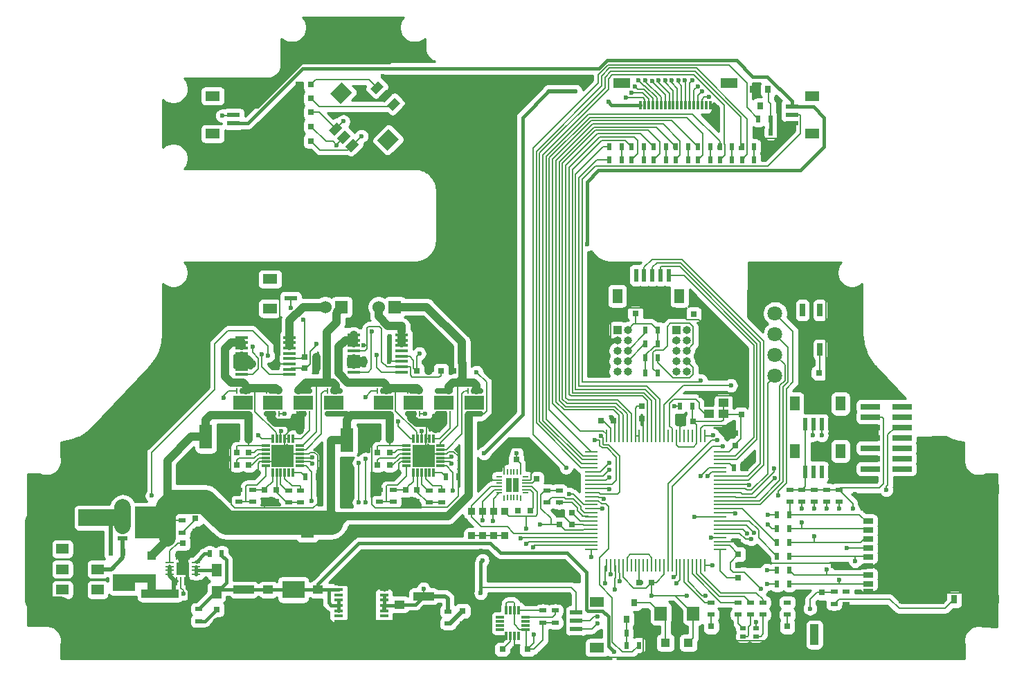
<source format=gtl>
G04 #@! TF.GenerationSoftware,KiCad,Pcbnew,(5.1.6)-1*
G04 #@! TF.CreationDate,2021-05-12T15:58:39+09:00*
G04 #@! TF.ProjectId,MainBoard_v1,4d61696e-426f-4617-9264-5f76312e6b69,rev?*
G04 #@! TF.SameCoordinates,Original*
G04 #@! TF.FileFunction,Copper,L1,Top*
G04 #@! TF.FilePolarity,Positive*
%FSLAX46Y46*%
G04 Gerber Fmt 4.6, Leading zero omitted, Abs format (unit mm)*
G04 Created by KiCad (PCBNEW (5.1.6)-1) date 2021-05-12 15:58:39*
%MOMM*%
%LPD*%
G01*
G04 APERTURE LIST*
G04 #@! TA.AperFunction,SMDPad,CuDef*
%ADD10C,0.100000*%
G04 #@! TD*
G04 #@! TA.AperFunction,SMDPad,CuDef*
%ADD11R,0.500000X0.900000*%
G04 #@! TD*
G04 #@! TA.AperFunction,SMDPad,CuDef*
%ADD12R,0.600000X1.550000*%
G04 #@! TD*
G04 #@! TA.AperFunction,SMDPad,CuDef*
%ADD13R,1.200000X1.800000*%
G04 #@! TD*
G04 #@! TA.AperFunction,SMDPad,CuDef*
%ADD14R,2.400000X0.740000*%
G04 #@! TD*
G04 #@! TA.AperFunction,SMDPad,CuDef*
%ADD15R,0.800000X0.750000*%
G04 #@! TD*
G04 #@! TA.AperFunction,SMDPad,CuDef*
%ADD16R,1.500000X0.450000*%
G04 #@! TD*
G04 #@! TA.AperFunction,ComponentPad*
%ADD17C,0.210000*%
G04 #@! TD*
G04 #@! TA.AperFunction,SMDPad,CuDef*
%ADD18R,1.500000X1.500000*%
G04 #@! TD*
G04 #@! TA.AperFunction,SMDPad,CuDef*
%ADD19R,0.240000X1.000000*%
G04 #@! TD*
G04 #@! TA.AperFunction,SMDPad,CuDef*
%ADD20R,1.000000X0.240000*%
G04 #@! TD*
G04 #@! TA.AperFunction,SMDPad,CuDef*
%ADD21R,2.800000X2.800000*%
G04 #@! TD*
G04 #@! TA.AperFunction,SMDPad,CuDef*
%ADD22R,0.300000X1.000000*%
G04 #@! TD*
G04 #@! TA.AperFunction,SMDPad,CuDef*
%ADD23R,1.000000X0.300000*%
G04 #@! TD*
G04 #@! TA.AperFunction,SMDPad,CuDef*
%ADD24R,1.500000X1.800000*%
G04 #@! TD*
G04 #@! TA.AperFunction,SMDPad,CuDef*
%ADD25R,1.600000X3.000000*%
G04 #@! TD*
G04 #@! TA.AperFunction,SMDPad,CuDef*
%ADD26R,2.500000X1.000000*%
G04 #@! TD*
G04 #@! TA.AperFunction,SMDPad,CuDef*
%ADD27R,1.250000X1.000000*%
G04 #@! TD*
G04 #@! TA.AperFunction,SMDPad,CuDef*
%ADD28R,0.750000X0.800000*%
G04 #@! TD*
G04 #@! TA.AperFunction,SMDPad,CuDef*
%ADD29R,1.000000X2.500000*%
G04 #@! TD*
G04 #@! TA.AperFunction,SMDPad,CuDef*
%ADD30R,1.100000X1.100000*%
G04 #@! TD*
G04 #@! TA.AperFunction,SMDPad,CuDef*
%ADD31R,2.734000X2.159000*%
G04 #@! TD*
G04 #@! TA.AperFunction,SMDPad,CuDef*
%ADD32R,0.800000X0.800000*%
G04 #@! TD*
G04 #@! TA.AperFunction,ComponentPad*
%ADD33R,2.000000X2.000000*%
G04 #@! TD*
G04 #@! TA.AperFunction,ComponentPad*
%ADD34C,2.000000*%
G04 #@! TD*
G04 #@! TA.AperFunction,SMDPad,CuDef*
%ADD35R,1.200000X0.700000*%
G04 #@! TD*
G04 #@! TA.AperFunction,SMDPad,CuDef*
%ADD36R,1.200000X1.000000*%
G04 #@! TD*
G04 #@! TA.AperFunction,SMDPad,CuDef*
%ADD37R,0.800000X1.000000*%
G04 #@! TD*
G04 #@! TA.AperFunction,SMDPad,CuDef*
%ADD38R,2.800000X1.000000*%
G04 #@! TD*
G04 #@! TA.AperFunction,SMDPad,CuDef*
%ADD39R,1.900000X1.300000*%
G04 #@! TD*
G04 #@! TA.AperFunction,SMDPad,CuDef*
%ADD40R,1.550000X0.600000*%
G04 #@! TD*
G04 #@! TA.AperFunction,SMDPad,CuDef*
%ADD41R,1.800000X1.200000*%
G04 #@! TD*
G04 #@! TA.AperFunction,ComponentPad*
%ADD42R,1.000000X1.000000*%
G04 #@! TD*
G04 #@! TA.AperFunction,ComponentPad*
%ADD43O,1.000000X1.000000*%
G04 #@! TD*
G04 #@! TA.AperFunction,SMDPad,CuDef*
%ADD44R,2.000000X1.300000*%
G04 #@! TD*
G04 #@! TA.AperFunction,SMDPad,CuDef*
%ADD45R,1.200000X1.500000*%
G04 #@! TD*
G04 #@! TA.AperFunction,SMDPad,CuDef*
%ADD46R,0.750000X0.500000*%
G04 #@! TD*
G04 #@! TA.AperFunction,ComponentPad*
%ADD47R,1.524000X1.524000*%
G04 #@! TD*
G04 #@! TA.AperFunction,ComponentPad*
%ADD48C,1.524000*%
G04 #@! TD*
G04 #@! TA.AperFunction,SMDPad,CuDef*
%ADD49R,0.250000X0.700000*%
G04 #@! TD*
G04 #@! TA.AperFunction,SMDPad,CuDef*
%ADD50R,1.190000X0.830000*%
G04 #@! TD*
G04 #@! TA.AperFunction,SMDPad,CuDef*
%ADD51R,0.800000X0.900000*%
G04 #@! TD*
G04 #@! TA.AperFunction,SMDPad,CuDef*
%ADD52R,0.900000X0.500000*%
G04 #@! TD*
G04 #@! TA.AperFunction,SMDPad,CuDef*
%ADD53R,0.900000X0.900000*%
G04 #@! TD*
G04 #@! TA.AperFunction,SMDPad,CuDef*
%ADD54R,0.650000X1.600000*%
G04 #@! TD*
G04 #@! TA.AperFunction,SMDPad,CuDef*
%ADD55R,0.650000X1.500000*%
G04 #@! TD*
G04 #@! TA.AperFunction,SMDPad,CuDef*
%ADD56R,1.500000X1.200000*%
G04 #@! TD*
G04 #@! TA.AperFunction,ComponentPad*
%ADD57C,1.800000*%
G04 #@! TD*
G04 #@! TA.AperFunction,SMDPad,CuDef*
%ADD58R,1.270000X0.610000*%
G04 #@! TD*
G04 #@! TA.AperFunction,SMDPad,CuDef*
%ADD59R,1.020000X0.610000*%
G04 #@! TD*
G04 #@! TA.AperFunction,SMDPad,CuDef*
%ADD60R,3.810000X3.910000*%
G04 #@! TD*
G04 #@! TA.AperFunction,SMDPad,CuDef*
%ADD61R,1.150000X1.000000*%
G04 #@! TD*
G04 #@! TA.AperFunction,SMDPad,CuDef*
%ADD62R,0.800000X0.200000*%
G04 #@! TD*
G04 #@! TA.AperFunction,SMDPad,CuDef*
%ADD63R,0.800000X0.875000*%
G04 #@! TD*
G04 #@! TA.AperFunction,SMDPad,CuDef*
%ADD64R,0.200000X0.800000*%
G04 #@! TD*
G04 #@! TA.AperFunction,SMDPad,CuDef*
%ADD65R,0.200000X0.700000*%
G04 #@! TD*
G04 #@! TA.AperFunction,SMDPad,CuDef*
%ADD66R,0.700000X0.200000*%
G04 #@! TD*
G04 #@! TA.AperFunction,SMDPad,CuDef*
%ADD67R,0.280000X1.500000*%
G04 #@! TD*
G04 #@! TA.AperFunction,SMDPad,CuDef*
%ADD68R,1.500000X0.280000*%
G04 #@! TD*
G04 #@! TA.AperFunction,SMDPad,CuDef*
%ADD69R,1.470000X0.895000*%
G04 #@! TD*
G04 #@! TA.AperFunction,SMDPad,CuDef*
%ADD70R,1.050000X0.450000*%
G04 #@! TD*
G04 #@! TA.AperFunction,ViaPad*
%ADD71C,0.600000*%
G04 #@! TD*
G04 #@! TA.AperFunction,Conductor*
%ADD72C,1.000000*%
G04 #@! TD*
G04 #@! TA.AperFunction,Conductor*
%ADD73C,0.200000*%
G04 #@! TD*
G04 #@! TA.AperFunction,Conductor*
%ADD74C,0.700000*%
G04 #@! TD*
G04 #@! TA.AperFunction,Conductor*
%ADD75C,0.500000*%
G04 #@! TD*
G04 #@! TA.AperFunction,Conductor*
%ADD76C,0.400000*%
G04 #@! TD*
G04 #@! TA.AperFunction,Conductor*
%ADD77C,2.000000*%
G04 #@! TD*
G04 #@! TA.AperFunction,Conductor*
%ADD78C,3.000000*%
G04 #@! TD*
G04 #@! TA.AperFunction,Conductor*
%ADD79C,0.300000*%
G04 #@! TD*
G04 #@! TA.AperFunction,Conductor*
%ADD80C,0.800000*%
G04 #@! TD*
G04 #@! TA.AperFunction,Conductor*
%ADD81C,0.254000*%
G04 #@! TD*
G04 APERTURE END LIST*
G04 #@! TA.AperFunction,SMDPad,CuDef*
D10*
G36*
X129193071Y-75607285D02*
G01*
X127920279Y-74334493D01*
X129334493Y-72920279D01*
X130607285Y-74193071D01*
X129193071Y-75607285D01*
G37*
G04 #@! TD.AperFunction*
G04 #@! TA.AperFunction,SMDPad,CuDef*
G36*
X123465507Y-69879721D02*
G01*
X122192715Y-68606929D01*
X123606929Y-67192715D01*
X124879721Y-68465507D01*
X123465507Y-69879721D01*
G37*
G04 #@! TD.AperFunction*
G04 #@! TA.AperFunction,SMDPad,CuDef*
G36*
X122740722Y-73751130D02*
G01*
X122033616Y-73044024D01*
X122988210Y-72089430D01*
X123695316Y-72796536D01*
X122740722Y-73751130D01*
G37*
G04 #@! TD.AperFunction*
G04 #@! TA.AperFunction,SMDPad,CuDef*
G36*
X124755976Y-75766384D02*
G01*
X124048870Y-75059278D01*
X125003464Y-74104684D01*
X125710570Y-74811790D01*
X124755976Y-75766384D01*
G37*
G04 #@! TD.AperFunction*
G04 #@! TA.AperFunction,SMDPad,CuDef*
G36*
X123748349Y-74758757D02*
G01*
X123041243Y-74051651D01*
X123995837Y-73097057D01*
X124702943Y-73804163D01*
X123748349Y-74758757D01*
G37*
G04 #@! TD.AperFunction*
G04 #@! TA.AperFunction,SMDPad,CuDef*
G36*
X128804163Y-69702943D02*
G01*
X128097057Y-68995837D01*
X129051651Y-68041243D01*
X129758757Y-68748349D01*
X128804163Y-69702943D01*
G37*
G04 #@! TD.AperFunction*
G04 #@! TA.AperFunction,SMDPad,CuDef*
G36*
X129811790Y-70710570D02*
G01*
X129104684Y-70003464D01*
X130059278Y-69048870D01*
X130766384Y-69755976D01*
X129811790Y-70710570D01*
G37*
G04 #@! TD.AperFunction*
G04 #@! TA.AperFunction,SMDPad,CuDef*
G36*
X127796536Y-68695316D02*
G01*
X127089430Y-67988210D01*
X128044024Y-67033616D01*
X128751130Y-67740722D01*
X127796536Y-68695316D01*
G37*
G04 #@! TD.AperFunction*
D11*
X163250000Y-75100000D03*
X161750000Y-75100000D03*
D12*
X180300000Y-109062500D03*
X181300000Y-109062500D03*
X182300000Y-109062500D03*
X183300000Y-109062500D03*
D13*
X179000000Y-106537500D03*
X184600000Y-106537500D03*
D14*
X192150000Y-114510000D03*
X188250000Y-114510000D03*
X192150000Y-113240000D03*
X188250000Y-113240000D03*
X192150000Y-111970000D03*
X188250000Y-111970000D03*
X192150000Y-110700000D03*
X188250000Y-110700000D03*
X192150000Y-109430000D03*
X188250000Y-109430000D03*
X192150000Y-108160000D03*
X188250000Y-108160000D03*
X192150000Y-106890000D03*
X188250000Y-106890000D03*
D15*
X132750000Y-102500000D03*
X134250000Y-102500000D03*
D16*
X130950000Y-98125000D03*
X130950000Y-98775000D03*
X130950000Y-99425000D03*
X130950000Y-100075000D03*
X130950000Y-100725000D03*
X130950000Y-101375000D03*
X130950000Y-102025000D03*
X130950000Y-102675000D03*
X125050000Y-102675000D03*
X125050000Y-102025000D03*
X125050000Y-101375000D03*
X125050000Y-100725000D03*
X125050000Y-100075000D03*
X125050000Y-99425000D03*
X125050000Y-98775000D03*
X125050000Y-98125000D03*
D17*
X103620000Y-126120000D03*
X104780000Y-126120000D03*
X104780000Y-127280000D03*
X103620000Y-127280000D03*
X104200000Y-126700000D03*
D18*
X104200000Y-126700000D03*
D19*
X103950000Y-125100000D03*
X103450000Y-125100000D03*
X104450000Y-125100000D03*
X104950000Y-125100000D03*
D20*
X105800000Y-126450000D03*
X105800000Y-125950000D03*
X105800000Y-126950000D03*
X105800000Y-127450000D03*
X102600000Y-126450000D03*
X102600000Y-125950000D03*
X102600000Y-126950000D03*
X102600000Y-127450000D03*
D19*
X103450000Y-128300000D03*
X103950000Y-128300000D03*
X104450000Y-128300000D03*
X104950000Y-128300000D03*
D17*
X115250000Y-111750000D03*
X117550000Y-111750000D03*
X115250000Y-114050000D03*
X117550000Y-114050000D03*
X116400000Y-112900000D03*
D21*
X116400000Y-112900000D03*
D22*
X117150000Y-115000000D03*
X117650000Y-115000000D03*
X116650000Y-115000000D03*
X115650000Y-115000000D03*
X116150000Y-115000000D03*
X115150000Y-115000000D03*
D23*
X114300000Y-111650000D03*
X114300000Y-112150000D03*
X114300000Y-112650000D03*
X114300000Y-113150000D03*
X114300000Y-113650000D03*
X114300000Y-114150000D03*
X118500000Y-111650000D03*
X118500000Y-112150000D03*
X118500000Y-112650000D03*
X118500000Y-113150000D03*
X118500000Y-113650000D03*
X118500000Y-114150000D03*
D22*
X117650000Y-110800000D03*
X117150000Y-110800000D03*
X116650000Y-110800000D03*
X116150000Y-110800000D03*
X115650000Y-110800000D03*
X115150000Y-110800000D03*
D17*
X132450000Y-111750000D03*
X134750000Y-111750000D03*
X132450000Y-114050000D03*
X134750000Y-114050000D03*
X133600000Y-112900000D03*
D21*
X133600000Y-112900000D03*
D22*
X134350000Y-115000000D03*
X134850000Y-115000000D03*
X133850000Y-115000000D03*
X132850000Y-115000000D03*
X133350000Y-115000000D03*
X132350000Y-115000000D03*
D23*
X131500000Y-111650000D03*
X131500000Y-112150000D03*
X131500000Y-112650000D03*
X131500000Y-113150000D03*
X131500000Y-113650000D03*
X131500000Y-114150000D03*
X135700000Y-111650000D03*
X135700000Y-112150000D03*
X135700000Y-112650000D03*
X135700000Y-113150000D03*
X135700000Y-113650000D03*
X135700000Y-114150000D03*
D22*
X134850000Y-110800000D03*
X134350000Y-110800000D03*
X133850000Y-110800000D03*
X133350000Y-110800000D03*
X132850000Y-110800000D03*
X132350000Y-110800000D03*
D24*
X162600000Y-132200000D03*
X166600000Y-132200000D03*
D15*
X181950000Y-102800000D03*
X180450000Y-102800000D03*
D25*
X119400000Y-121500000D03*
X119400000Y-125900000D03*
D26*
X113800000Y-121900000D03*
X113800000Y-124900000D03*
X100400000Y-129800000D03*
X100400000Y-132800000D03*
D27*
X103100000Y-129800000D03*
X103100000Y-131800000D03*
D15*
X105650000Y-123600000D03*
X104150000Y-123600000D03*
D27*
X114600000Y-129300000D03*
X114600000Y-131300000D03*
D26*
X111600000Y-129300000D03*
X111600000Y-132300000D03*
D27*
X120700000Y-129300000D03*
X120700000Y-131300000D03*
X130700000Y-131100000D03*
X130700000Y-133100000D03*
D26*
X133600000Y-130100000D03*
X133600000Y-133100000D03*
D28*
X172500000Y-106350000D03*
X172500000Y-107850000D03*
D15*
X129450000Y-110900000D03*
X127950000Y-110900000D03*
D28*
X172100000Y-124950000D03*
X172100000Y-123450000D03*
X172100000Y-126350000D03*
X172100000Y-127850000D03*
D15*
X144950000Y-113400000D03*
X143450000Y-113400000D03*
X129450000Y-114000000D03*
X127950000Y-114000000D03*
X129450000Y-112500000D03*
X127950000Y-112500000D03*
X137250000Y-102500000D03*
X135750000Y-102500000D03*
D28*
X171700000Y-110150000D03*
X171700000Y-111650000D03*
X147400000Y-114250000D03*
X147400000Y-115750000D03*
D15*
X145150000Y-119600000D03*
X146650000Y-119600000D03*
D28*
X131400000Y-118550000D03*
X131400000Y-117050000D03*
X132800000Y-118550000D03*
X132800000Y-117050000D03*
D15*
X166550000Y-108700000D03*
X165050000Y-108700000D03*
X159950000Y-128400000D03*
X161450000Y-128400000D03*
D25*
X124200000Y-111000000D03*
X124200000Y-115400000D03*
D28*
X160300000Y-106850000D03*
X160300000Y-108350000D03*
D15*
X155350000Y-108600000D03*
X156850000Y-108600000D03*
X119050000Y-100800000D03*
X120550000Y-100800000D03*
X112250000Y-110900000D03*
X110750000Y-110900000D03*
D29*
X181400000Y-134800000D03*
X184400000Y-134800000D03*
D28*
X182300000Y-131150000D03*
X182300000Y-129650000D03*
D15*
X112250000Y-114000000D03*
X110750000Y-114000000D03*
X112250000Y-112500000D03*
X110750000Y-112500000D03*
X120550000Y-102200000D03*
X119050000Y-102200000D03*
X165150000Y-95600000D03*
X166650000Y-95600000D03*
X158000000Y-95500000D03*
X159500000Y-95500000D03*
X151750000Y-119900000D03*
X150250000Y-119900000D03*
X150250000Y-121300000D03*
X151750000Y-121300000D03*
D28*
X114200000Y-118550000D03*
X114200000Y-117050000D03*
X115600000Y-118550000D03*
X115600000Y-117050000D03*
D25*
X107000000Y-110600000D03*
X107000000Y-115000000D03*
D15*
X143250000Y-136600000D03*
X141750000Y-136600000D03*
X146300000Y-136600000D03*
X144800000Y-136600000D03*
X118350000Y-67500000D03*
X119850000Y-67500000D03*
X118350000Y-70900000D03*
X119850000Y-70900000D03*
X118350000Y-72600000D03*
X119850000Y-72600000D03*
X118350000Y-69200000D03*
X119850000Y-69200000D03*
X118350000Y-74400000D03*
X119850000Y-74400000D03*
D30*
X100400000Y-127900000D03*
X100400000Y-125100000D03*
D31*
X97000000Y-132820000D03*
X97000000Y-128400000D03*
X117700000Y-133720000D03*
X117700000Y-129300000D03*
D32*
X105700000Y-120600000D03*
X105700000Y-122200000D03*
X108300000Y-131700000D03*
X108300000Y-133300000D03*
X138400000Y-131900000D03*
X138400000Y-133500000D03*
D30*
X166000000Y-135800000D03*
X163200000Y-135800000D03*
D32*
X168800000Y-133800000D03*
X168800000Y-135400000D03*
X178100000Y-133800000D03*
X178100000Y-135400000D03*
D11*
X164950000Y-106800000D03*
X166450000Y-106800000D03*
X178350000Y-120100000D03*
X176850000Y-120100000D03*
X178350000Y-121800000D03*
X176850000Y-121800000D03*
X178350000Y-123500000D03*
X176850000Y-123500000D03*
X178350000Y-125200000D03*
X176850000Y-125200000D03*
X178350000Y-126900000D03*
X176850000Y-126900000D03*
X178350000Y-128600000D03*
X176850000Y-128600000D03*
D33*
X92400000Y-120500000D03*
D34*
X92400000Y-118000000D03*
D12*
X180300000Y-114862500D03*
X181300000Y-114862500D03*
X182300000Y-114862500D03*
X183300000Y-114862500D03*
D13*
X179000000Y-112337500D03*
X184600000Y-112337500D03*
D35*
X188000000Y-129550000D03*
X188000000Y-128600000D03*
X188000000Y-120900000D03*
X188000000Y-122000000D03*
X188000000Y-123100000D03*
X188000000Y-124200000D03*
X188000000Y-125300000D03*
X188000000Y-126400000D03*
X188000000Y-127500000D03*
D36*
X188000000Y-119350000D03*
X192300000Y-130500000D03*
D37*
X198500000Y-130500000D03*
D38*
X202650000Y-130500000D03*
D39*
X203100000Y-117000000D03*
D40*
X117362500Y-93600000D03*
X117362500Y-92600000D03*
D41*
X114837500Y-94900000D03*
X114837500Y-91300000D03*
D42*
X157300000Y-97500000D03*
D43*
X158570000Y-97500000D03*
X157300000Y-98770000D03*
X158570000Y-98770000D03*
X157300000Y-100040000D03*
X158570000Y-100040000D03*
X157300000Y-101310000D03*
X158570000Y-101310000D03*
X157300000Y-102580000D03*
X158570000Y-102580000D03*
D42*
X164500000Y-97520000D03*
D43*
X165770000Y-97520000D03*
X164500000Y-98790000D03*
X165770000Y-98790000D03*
X164500000Y-100060000D03*
X165770000Y-100060000D03*
X164500000Y-101330000D03*
X165770000Y-101330000D03*
X164500000Y-102600000D03*
X165770000Y-102600000D03*
D12*
X163600000Y-90837500D03*
X162600000Y-90837500D03*
X161600000Y-90837500D03*
X160600000Y-90837500D03*
X159600000Y-90837500D03*
X158600000Y-90837500D03*
D13*
X164900000Y-93362500D03*
X157300000Y-93362500D03*
D40*
X110362500Y-72200000D03*
X110362500Y-71200000D03*
X110362500Y-70200000D03*
D41*
X107837500Y-73500000D03*
X107837500Y-68900000D03*
D22*
X161150000Y-70000000D03*
X168150000Y-70000000D03*
X160650000Y-70000000D03*
X167650000Y-70000000D03*
X166150000Y-70000000D03*
X166650000Y-70000000D03*
X161650000Y-70000000D03*
X167150000Y-70000000D03*
X162650000Y-70000000D03*
D44*
X157850000Y-67300000D03*
D22*
X163650000Y-70000000D03*
X165150000Y-70000000D03*
X168650000Y-70000000D03*
X164650000Y-70000000D03*
X163150000Y-70000000D03*
X164150000Y-70000000D03*
D44*
X170950000Y-67300000D03*
D22*
X165650000Y-70000000D03*
X160150000Y-70000000D03*
X162150000Y-70000000D03*
D40*
X178637500Y-70200000D03*
X178637500Y-71200000D03*
X178637500Y-72200000D03*
D41*
X181162500Y-68900000D03*
X181162500Y-73500000D03*
D45*
X108300000Y-126900000D03*
X108300000Y-129600000D03*
D46*
X172700000Y-135000000D03*
X174250000Y-135000000D03*
X174250000Y-134000000D03*
X172700000Y-134000000D03*
D47*
X123600000Y-94700000D03*
D48*
X121600000Y-94700000D03*
D49*
X129450000Y-105000000D03*
X128950000Y-105000000D03*
X128450000Y-105000000D03*
X127950000Y-105000000D03*
X127950000Y-107800000D03*
X128450000Y-107800000D03*
X128950000Y-107800000D03*
X129450000Y-107800000D03*
D50*
X128105000Y-106815000D03*
X129295000Y-106815000D03*
X128105000Y-105985000D03*
X129295000Y-105985000D03*
D49*
X131650000Y-107800000D03*
X132150000Y-107800000D03*
X132650000Y-107800000D03*
X133150000Y-107800000D03*
X133150000Y-105000000D03*
X132650000Y-105000000D03*
X132150000Y-105000000D03*
X131650000Y-105000000D03*
D50*
X132995000Y-105985000D03*
X131805000Y-105985000D03*
X132995000Y-106815000D03*
X131805000Y-106815000D03*
D49*
X135350000Y-107800000D03*
X135850000Y-107800000D03*
X136350000Y-107800000D03*
X136850000Y-107800000D03*
X136850000Y-105000000D03*
X136350000Y-105000000D03*
X135850000Y-105000000D03*
X135350000Y-105000000D03*
D50*
X136695000Y-105985000D03*
X135505000Y-105985000D03*
X136695000Y-106815000D03*
X135505000Y-106815000D03*
D49*
X140550000Y-105000000D03*
X140050000Y-105000000D03*
X139550000Y-105000000D03*
X139050000Y-105000000D03*
X139050000Y-107800000D03*
X139550000Y-107800000D03*
X140050000Y-107800000D03*
X140550000Y-107800000D03*
D50*
X139205000Y-106815000D03*
X140395000Y-106815000D03*
X139205000Y-105985000D03*
X140395000Y-105985000D03*
D49*
X112250000Y-105000000D03*
X111750000Y-105000000D03*
X111250000Y-105000000D03*
X110750000Y-105000000D03*
X110750000Y-107800000D03*
X111250000Y-107800000D03*
X111750000Y-107800000D03*
X112250000Y-107800000D03*
D50*
X110905000Y-106815000D03*
X112095000Y-106815000D03*
X110905000Y-105985000D03*
X112095000Y-105985000D03*
D49*
X114450000Y-107800000D03*
X114950000Y-107800000D03*
X115450000Y-107800000D03*
X115950000Y-107800000D03*
X115950000Y-105000000D03*
X115450000Y-105000000D03*
X114950000Y-105000000D03*
X114450000Y-105000000D03*
D50*
X115795000Y-105985000D03*
X114605000Y-105985000D03*
X115795000Y-106815000D03*
X114605000Y-106815000D03*
D49*
X118150000Y-107800000D03*
X118650000Y-107800000D03*
X119150000Y-107800000D03*
X119650000Y-107800000D03*
X119650000Y-105000000D03*
X119150000Y-105000000D03*
X118650000Y-105000000D03*
X118150000Y-105000000D03*
D50*
X119495000Y-105985000D03*
X118305000Y-105985000D03*
X119495000Y-106815000D03*
X118305000Y-106815000D03*
D49*
X123350000Y-105000000D03*
X122850000Y-105000000D03*
X122350000Y-105000000D03*
X121850000Y-105000000D03*
X121850000Y-107800000D03*
X122350000Y-107800000D03*
X122850000Y-107800000D03*
X123350000Y-107800000D03*
D50*
X122005000Y-106815000D03*
X123195000Y-106815000D03*
X122005000Y-105985000D03*
X123195000Y-105985000D03*
D51*
X175750000Y-68100000D03*
X173850000Y-68100000D03*
X174800000Y-70100000D03*
D11*
X95350000Y-124700000D03*
X96850000Y-124700000D03*
X108950000Y-124900000D03*
X107450000Y-124900000D03*
D52*
X104100000Y-120850000D03*
X104100000Y-122350000D03*
X106100000Y-131650000D03*
X106100000Y-133150000D03*
X136600000Y-131950000D03*
X136600000Y-133450000D03*
D11*
X173050000Y-114400000D03*
X171550000Y-114400000D03*
D52*
X128200000Y-117050000D03*
X128200000Y-118550000D03*
X148700000Y-117150000D03*
X148700000Y-118650000D03*
X150200000Y-117150000D03*
X150200000Y-118650000D03*
X129900000Y-118550000D03*
X129900000Y-117050000D03*
X134300000Y-118650000D03*
X134300000Y-117150000D03*
X135800000Y-118650000D03*
X135800000Y-117150000D03*
D11*
X136350000Y-115500000D03*
X137850000Y-115500000D03*
D52*
X178400000Y-117050000D03*
X178400000Y-118550000D03*
X179900000Y-117050000D03*
X179900000Y-118550000D03*
X181400000Y-117050000D03*
X181400000Y-118550000D03*
X182900000Y-117050000D03*
X182900000Y-118550000D03*
X184400000Y-117050000D03*
X184400000Y-118550000D03*
X183800000Y-129550000D03*
X183800000Y-131050000D03*
X185300000Y-129550000D03*
X185300000Y-131050000D03*
X111000000Y-117050000D03*
X111000000Y-118550000D03*
X112700000Y-118550000D03*
X112700000Y-117050000D03*
D11*
X159950000Y-136100000D03*
X158450000Y-136100000D03*
X162250000Y-99200000D03*
X160750000Y-99200000D03*
X162250000Y-97500000D03*
X160750000Y-97500000D03*
X160750000Y-100900000D03*
X162250000Y-100900000D03*
X160750000Y-102800000D03*
X162250000Y-102800000D03*
D52*
X117100000Y-118650000D03*
X117100000Y-117150000D03*
D11*
X158450000Y-134600000D03*
X159950000Y-134600000D03*
D52*
X118600000Y-118650000D03*
X118600000Y-117150000D03*
D11*
X119150000Y-115500000D03*
X120650000Y-115500000D03*
D52*
X149700000Y-133350000D03*
X149700000Y-131850000D03*
X148200000Y-133350000D03*
X148200000Y-131850000D03*
D11*
X157850000Y-76700000D03*
X156350000Y-76700000D03*
X157850000Y-75100000D03*
X156350000Y-75100000D03*
X160550000Y-75100000D03*
X159050000Y-75100000D03*
X160550000Y-76700000D03*
X159050000Y-76700000D03*
X163250000Y-76700000D03*
X161750000Y-76700000D03*
X165950000Y-75100000D03*
X164450000Y-75100000D03*
X165950000Y-76700000D03*
X164450000Y-76700000D03*
X168650000Y-75100000D03*
X167150000Y-75100000D03*
X168650000Y-76700000D03*
X167150000Y-76700000D03*
X171350000Y-75100000D03*
X169850000Y-75100000D03*
X171350000Y-76700000D03*
X169850000Y-76700000D03*
X174050000Y-75100000D03*
X172550000Y-75100000D03*
X174050000Y-76700000D03*
X172550000Y-76700000D03*
D52*
X168800000Y-130850000D03*
X168800000Y-132350000D03*
X178100000Y-130850000D03*
X178100000Y-132350000D03*
X175100000Y-132350000D03*
X175100000Y-130850000D03*
X173600000Y-132350000D03*
X173600000Y-130850000D03*
X172100000Y-132350000D03*
X172100000Y-130850000D03*
D11*
X174550000Y-71700000D03*
X176050000Y-71700000D03*
X176050000Y-73300000D03*
X174550000Y-73300000D03*
D53*
X143500000Y-119700000D03*
X139500000Y-119700000D03*
X142160000Y-119700000D03*
X140840000Y-119700000D03*
X142160000Y-122700000D03*
X143500000Y-122700000D03*
X139500000Y-122700000D03*
X140840000Y-122700000D03*
D40*
X152300000Y-132100000D03*
X152300000Y-133100000D03*
X152300000Y-134100000D03*
X152300000Y-135100000D03*
D41*
X154825000Y-130800000D03*
X154825000Y-136400000D03*
D54*
X179950000Y-95100000D03*
D55*
X179950000Y-99900000D03*
D54*
X182100000Y-95100000D03*
D55*
X182100000Y-99900000D03*
D56*
X89450000Y-129300000D03*
X89450000Y-124300000D03*
X93750000Y-129300000D03*
X93750000Y-124300000D03*
X93750000Y-126800000D03*
X89450000Y-126800000D03*
D57*
X168980000Y-98030000D03*
X176600000Y-103110000D03*
X176600000Y-95490000D03*
X176600000Y-98030000D03*
X176600000Y-100570000D03*
D58*
X96830000Y-119195000D03*
X96830000Y-120465000D03*
X96830000Y-121735000D03*
X96830000Y-123005000D03*
D59*
X102295000Y-123005000D03*
X102295000Y-121735000D03*
X102295000Y-120465000D03*
X102295000Y-119195000D03*
D60*
X100190000Y-121100000D03*
D61*
X170275000Y-106400000D03*
X168525000Y-106400000D03*
X168525000Y-107800000D03*
X170275000Y-107800000D03*
D62*
X142900000Y-117065000D03*
X146020000Y-116665000D03*
D63*
X144060000Y-116900000D03*
D64*
X144260000Y-114905000D03*
D62*
X146020000Y-115865000D03*
D65*
X145460000Y-114855000D03*
X143460000Y-118075000D03*
X145460000Y-118075000D03*
D66*
X146070000Y-115465000D03*
D64*
X145060000Y-118025000D03*
D62*
X146020000Y-116265000D03*
D64*
X143860000Y-114905000D03*
D66*
X142850000Y-117465000D03*
D64*
X144660000Y-118025000D03*
D62*
X142900000Y-116265000D03*
X146020000Y-117065000D03*
D63*
X144860000Y-116900000D03*
D64*
X143860000Y-118025000D03*
D66*
X146070000Y-117465000D03*
D62*
X142900000Y-115865000D03*
D64*
X144660000Y-114905000D03*
X145060000Y-114905000D03*
D65*
X143460000Y-114855000D03*
D62*
X142900000Y-116665000D03*
D64*
X144260000Y-118025000D03*
D66*
X142850000Y-115465000D03*
D63*
X144060000Y-116030000D03*
X144860000Y-116030000D03*
D67*
X168000000Y-110500000D03*
X167500000Y-110500000D03*
X167000000Y-110500000D03*
X166500000Y-110500000D03*
X166000000Y-110500000D03*
X165500000Y-110500000D03*
X165000000Y-110500000D03*
X164500000Y-110500000D03*
X164000000Y-110500000D03*
X163500000Y-110500000D03*
X163000000Y-110500000D03*
X162500000Y-110500000D03*
X162000000Y-110500000D03*
X161500000Y-110500000D03*
X161000000Y-110500000D03*
X160500000Y-110500000D03*
X160000000Y-110500000D03*
X159500000Y-110500000D03*
X159000000Y-110500000D03*
X158500000Y-110500000D03*
X158000000Y-110500000D03*
X157500000Y-110500000D03*
X157000000Y-110500000D03*
X156500000Y-110500000D03*
X156000000Y-110500000D03*
D68*
X154100000Y-112400000D03*
X154100000Y-112900000D03*
X154100000Y-113400000D03*
X154100000Y-113900000D03*
X154100000Y-114400000D03*
X154100000Y-114900000D03*
X154100000Y-115400000D03*
X154100000Y-115900000D03*
X154100000Y-116400000D03*
X154100000Y-116900000D03*
X154100000Y-117400000D03*
X154100000Y-117900000D03*
X154100000Y-118400000D03*
X154100000Y-118900000D03*
X154100000Y-119400000D03*
X154100000Y-119900000D03*
X154100000Y-120400000D03*
X154100000Y-120900000D03*
X154100000Y-121400000D03*
X154100000Y-121900000D03*
X154100000Y-122400000D03*
X154100000Y-122900000D03*
X154100000Y-123400000D03*
X154100000Y-123900000D03*
X154100000Y-124400000D03*
D67*
X156000000Y-126300000D03*
X156500000Y-126300000D03*
X157000000Y-126300000D03*
X157500000Y-126300000D03*
X158000000Y-126300000D03*
X158500000Y-126300000D03*
X159000000Y-126300000D03*
X159500000Y-126300000D03*
X160000000Y-126300000D03*
X160500000Y-126300000D03*
X161000000Y-126300000D03*
X161500000Y-126300000D03*
X162000000Y-126300000D03*
X162500000Y-126300000D03*
X163000000Y-126300000D03*
X163500000Y-126300000D03*
X164000000Y-126300000D03*
X164500000Y-126300000D03*
X165000000Y-126300000D03*
X165500000Y-126300000D03*
X166000000Y-126300000D03*
X166500000Y-126300000D03*
X167000000Y-126300000D03*
X167500000Y-126300000D03*
X168000000Y-126300000D03*
D68*
X169900000Y-124400000D03*
X169900000Y-123900000D03*
X169900000Y-123400000D03*
X169900000Y-122900000D03*
X169900000Y-122400000D03*
X169900000Y-121900000D03*
X169900000Y-121400000D03*
X169900000Y-120900000D03*
X169900000Y-120400000D03*
X169900000Y-119900000D03*
X169900000Y-119400000D03*
X169900000Y-118900000D03*
X169900000Y-118400000D03*
X169900000Y-117900000D03*
X169900000Y-117400000D03*
X169900000Y-116900000D03*
X169900000Y-116400000D03*
X169900000Y-115900000D03*
X169900000Y-115400000D03*
X169900000Y-114900000D03*
X169900000Y-114400000D03*
X169900000Y-113900000D03*
X169900000Y-113400000D03*
X169900000Y-112900000D03*
X169900000Y-112400000D03*
D16*
X111350000Y-98425000D03*
X111350000Y-99075000D03*
X111350000Y-99725000D03*
X111350000Y-100375000D03*
X111350000Y-101025000D03*
X111350000Y-101675000D03*
X111350000Y-102325000D03*
X111350000Y-102975000D03*
X117250000Y-102975000D03*
X117250000Y-102325000D03*
X117250000Y-101675000D03*
X117250000Y-101025000D03*
X117250000Y-100375000D03*
X117250000Y-99725000D03*
X117250000Y-99075000D03*
X117250000Y-98425000D03*
D22*
X145250000Y-131850000D03*
X144750000Y-131850000D03*
X144250000Y-131850000D03*
X143750000Y-131850000D03*
D23*
X142950000Y-134150000D03*
X142950000Y-133650000D03*
X142950000Y-133150000D03*
X142950000Y-132650000D03*
X146050000Y-134150000D03*
X146050000Y-133650000D03*
X146050000Y-133150000D03*
X146050000Y-132650000D03*
D22*
X143750000Y-134950000D03*
X144250000Y-134950000D03*
X144750000Y-134950000D03*
X145250000Y-134950000D03*
D51*
X159400000Y-130900000D03*
X160350000Y-132900000D03*
X158450000Y-132900000D03*
D69*
X126735000Y-132242500D03*
X126735000Y-131347500D03*
X126735000Y-130452500D03*
X126735000Y-129557500D03*
X125265000Y-132242500D03*
X125265000Y-131347500D03*
X125265000Y-130452500D03*
X125265000Y-129557500D03*
D70*
X123225000Y-133175000D03*
X123225000Y-132525000D03*
X123225000Y-131875000D03*
X123225000Y-131225000D03*
X123225000Y-130575000D03*
X123225000Y-129925000D03*
X123225000Y-129275000D03*
X123225000Y-128625000D03*
X128775000Y-128625000D03*
X128775000Y-129275000D03*
X128775000Y-129925000D03*
X128775000Y-130575000D03*
X128775000Y-131225000D03*
X128775000Y-131875000D03*
X128775000Y-132525000D03*
X128775000Y-133175000D03*
D47*
X130100000Y-94700000D03*
D48*
X128100000Y-94700000D03*
D71*
X126300000Y-101400000D03*
X129400000Y-100600000D03*
X112600000Y-101700000D03*
X115700000Y-101700000D03*
X115700000Y-100900000D03*
X120550014Y-100800000D03*
X120549978Y-102200000D03*
X118500000Y-109800000D03*
X118500000Y-108900000D03*
X117700000Y-108900000D03*
X116800000Y-108900000D03*
X135100000Y-108900000D03*
X134300000Y-108900000D03*
X136000000Y-108900000D03*
X135100000Y-109599999D03*
X106900000Y-115600000D03*
X124200000Y-115400014D03*
X129400000Y-101400000D03*
X137250000Y-102500000D03*
X134200000Y-101400000D03*
X183700000Y-126400000D03*
X156850000Y-108600000D03*
X160300000Y-108350000D03*
X172100000Y-126350000D03*
X140700000Y-115800000D03*
X145100000Y-119600000D03*
X150250000Y-119900000D03*
X160200000Y-128400000D03*
X160300000Y-132100000D03*
X186400000Y-117600000D03*
X167500000Y-105600000D03*
X165050004Y-108699996D03*
X173850008Y-68100008D03*
X172123513Y-123481649D03*
X173100000Y-113500000D03*
X183299980Y-114862500D03*
X179900000Y-104000000D03*
X172500000Y-106350000D03*
X171700000Y-110150000D03*
X182300004Y-131149996D03*
X188000000Y-129550000D03*
X174549994Y-73300006D03*
X169500000Y-70300000D03*
X119400000Y-125900000D03*
X119500000Y-135800000D03*
X113800000Y-124900000D03*
X113800000Y-135700000D03*
X140700000Y-124500000D03*
X129370000Y-64780000D03*
X128927907Y-68872093D03*
X118350000Y-67500000D03*
X196000000Y-111800000D03*
X167700000Y-100100000D03*
X181900000Y-112300000D03*
X141500000Y-98300000D03*
X135600000Y-80700000D03*
X131900000Y-72600000D03*
X111700000Y-77400000D03*
X148500000Y-126200000D03*
X179400000Y-135800000D03*
X168350000Y-135850000D03*
X153600000Y-66900000D03*
X121200000Y-60500000D03*
X129000000Y-60600000D03*
X133600000Y-64100000D03*
X164200000Y-131200000D03*
X170400000Y-132000000D03*
X176600000Y-132100000D03*
X179800000Y-132600000D03*
X106950000Y-128250000D03*
X132300000Y-96200000D03*
X125700000Y-96600000D03*
X128600000Y-66450000D03*
X188800000Y-115800000D03*
X152150000Y-115700000D03*
X191800000Y-121200000D03*
X196650000Y-121250000D03*
X196650000Y-127450000D03*
X191700000Y-127150000D03*
X196400000Y-116250000D03*
X188700000Y-105250000D03*
X184250000Y-101250000D03*
X184150000Y-96900000D03*
X180537500Y-92762500D03*
X174400000Y-95850000D03*
X172200000Y-101700000D03*
X155000000Y-102050000D03*
X154950000Y-95550000D03*
X154800000Y-90000000D03*
X162000000Y-93750000D03*
X136700000Y-68750000D03*
X142950000Y-68600000D03*
X143000000Y-75700000D03*
X115600000Y-73150000D03*
X103950000Y-71900000D03*
X112050000Y-68350000D03*
X121400000Y-63500000D03*
X137500000Y-89250000D03*
X121750000Y-91000000D03*
X130050000Y-90800000D03*
X108700000Y-90850000D03*
X103700000Y-94800000D03*
X108800000Y-94650000D03*
X103800000Y-101650000D03*
X98750000Y-107700000D03*
X94400000Y-113300000D03*
X88175000Y-119125000D03*
X87339999Y-131600001D03*
X93300000Y-135800000D03*
X100350000Y-135800000D03*
X107000000Y-135800000D03*
X125900000Y-135800000D03*
X131850000Y-135800000D03*
X137100000Y-135800000D03*
X150900000Y-136500000D03*
X125900000Y-126950000D03*
X188100000Y-134150000D03*
X193000000Y-134200000D03*
X140850000Y-110750000D03*
X176900000Y-69300000D03*
X93750000Y-124300000D03*
X97475000Y-116225000D03*
X171200000Y-104300000D03*
X181950000Y-102800000D03*
X192150000Y-113239986D03*
X133100000Y-100400000D03*
X140100000Y-102700000D03*
X104225002Y-129800000D03*
X108300000Y-129600000D03*
X156900000Y-136900000D03*
X166650000Y-95600000D03*
X153600175Y-87069662D03*
X147900000Y-121300000D03*
X100400000Y-117800000D03*
X137200000Y-117200000D03*
X119900000Y-118400000D03*
X114600000Y-100700000D03*
X126300034Y-99400000D03*
X120500000Y-99199999D03*
X146650000Y-119600000D03*
X133600002Y-129200000D03*
X143500000Y-122700000D03*
X161500000Y-130000000D03*
X174300000Y-133300000D03*
X185400000Y-124200000D03*
X147100000Y-134800000D03*
X165800000Y-130000000D03*
X174900000Y-129200000D03*
X186100000Y-119400021D03*
X145000000Y-112600000D03*
X166450000Y-106800000D03*
X140600000Y-129700000D03*
X152199990Y-68300000D03*
X155350000Y-108599976D03*
X172500000Y-107850000D03*
X180300000Y-108800000D03*
X183800000Y-129550000D03*
X180875728Y-131624272D03*
X181400000Y-134800000D03*
X156200000Y-69600000D03*
X174050000Y-76700000D03*
X171350000Y-76700000D03*
X168650000Y-76700000D03*
X165950000Y-76700000D03*
X163250000Y-76700000D03*
X160550000Y-76700000D03*
X157850000Y-76700000D03*
X140818402Y-125700010D03*
X141000000Y-112599988D03*
X156300000Y-113799992D03*
X127920280Y-67864466D03*
X156300000Y-117000000D03*
X123800000Y-72000000D03*
X166775728Y-120375728D03*
X123000000Y-74900000D03*
X156330576Y-114647730D03*
X129935534Y-69879720D03*
X156289160Y-115537690D03*
X126012133Y-73787867D03*
X168100000Y-130000000D03*
X178100000Y-130850000D03*
X173192659Y-122421585D03*
X175710844Y-120110844D03*
X175700009Y-121300009D03*
X173984438Y-122307109D03*
X179900000Y-121100000D03*
X179900000Y-119400021D03*
X181400000Y-122800000D03*
X181400000Y-119400021D03*
X186400000Y-125800000D03*
X185300000Y-129550000D03*
X175600000Y-126900000D03*
X164186952Y-127776534D03*
X182900000Y-126800000D03*
X182900000Y-119400021D03*
X184400000Y-128100000D03*
X184400000Y-119400021D03*
X175600000Y-128600000D03*
X164575728Y-128475728D03*
X176544129Y-115685926D03*
X182300000Y-114862500D03*
X176500000Y-114500000D03*
X181300000Y-114862500D03*
X168800010Y-122900000D03*
X190200000Y-117100000D03*
X168900000Y-126300000D03*
X192149987Y-108159987D03*
X173425788Y-116522761D03*
X192150000Y-110699984D03*
X173699733Y-123109354D03*
X183800000Y-131049986D03*
X149700000Y-131850000D03*
X167500000Y-115400000D03*
X182300000Y-110399996D03*
X148200000Y-131850000D03*
X168374277Y-115374267D03*
X181225728Y-110374272D03*
X154100000Y-125300000D03*
X109000000Y-71300000D03*
X168990838Y-110356450D03*
X167500000Y-103700000D03*
X113829762Y-100483776D03*
X127900000Y-100600016D03*
X148700000Y-118649978D03*
X112700000Y-99600000D03*
X127324272Y-97700010D03*
X150200000Y-118650016D03*
X154574272Y-111025728D03*
X155298718Y-110451196D03*
X169570734Y-110956633D03*
X170170744Y-111730724D03*
X156350000Y-76700000D03*
X158385414Y-69112155D03*
X156350006Y-75100000D03*
X159000000Y-68499986D03*
X159050000Y-75100000D03*
X159455980Y-67762850D03*
X159050000Y-76700000D03*
X159914941Y-66964592D03*
X161750000Y-75100000D03*
X160759087Y-66960188D03*
X161750000Y-76700000D03*
X161557338Y-67013244D03*
X164399978Y-75100000D03*
X162357208Y-66998152D03*
X164450000Y-76700000D03*
X163157217Y-67000184D03*
X167149998Y-75100000D03*
X163957228Y-66999989D03*
X167150000Y-76700000D03*
X164757235Y-67002735D03*
X169800727Y-75149271D03*
X165557241Y-66999796D03*
X169850000Y-76700000D03*
X166450192Y-67000000D03*
X172400728Y-75249272D03*
X167125608Y-67706462D03*
X172550000Y-76700000D03*
X167640481Y-68318773D03*
X151400000Y-117599979D03*
X151042878Y-114357122D03*
X142100000Y-120900000D03*
X147000000Y-124099990D03*
X145500000Y-123000000D03*
X140800000Y-120800000D03*
X146200000Y-123700000D03*
X146200000Y-121800000D03*
X154900008Y-133400020D03*
X155664820Y-118213364D03*
X154900000Y-132600009D03*
X155500115Y-119413375D03*
X171700000Y-120000000D03*
X177000000Y-117800000D03*
X130500000Y-108700000D03*
X126499996Y-105700000D03*
X133800000Y-107800000D03*
X133382004Y-109914137D03*
X113400004Y-110400000D03*
X109200000Y-105800000D03*
X116600000Y-107800000D03*
X116182002Y-109914138D03*
X137000000Y-113900000D03*
X157600000Y-128300000D03*
X137000000Y-113000000D03*
X156482592Y-127453137D03*
X120000000Y-113900000D03*
X125700000Y-113800000D03*
X125700000Y-118600000D03*
X157000000Y-129300000D03*
X120000000Y-113100000D03*
X126500000Y-113300000D03*
X126500000Y-118600000D03*
X155799409Y-128504628D03*
X160300000Y-106850000D03*
X164300000Y-106800000D03*
X118900004Y-96300000D03*
X117400000Y-94800000D03*
X168500000Y-69000000D03*
X174800000Y-70100000D03*
D72*
X125050000Y-101375000D02*
X126275000Y-101375000D01*
X126275000Y-101375000D02*
X126300000Y-101400000D01*
D73*
X129675000Y-101375000D02*
X130950000Y-101375000D01*
X129400000Y-101100000D02*
X129400000Y-101024264D01*
X129400000Y-101024264D02*
X129400000Y-100600000D01*
X129675000Y-101375000D02*
X129400000Y-101100000D01*
X132650000Y-107800000D02*
X131650000Y-107800000D01*
D72*
X133700000Y-108900000D02*
X135100000Y-108900000D01*
D74*
X132900000Y-108900000D02*
X132150000Y-108150000D01*
X132150000Y-108150000D02*
X132150000Y-107800000D01*
D72*
X135100000Y-108900000D02*
X135800000Y-108200000D01*
D74*
X135850000Y-107800000D02*
X135850000Y-108150000D01*
D73*
X133850000Y-110800000D02*
X133850000Y-112650000D01*
X136350000Y-107800000D02*
X135350000Y-107800000D01*
X131400000Y-118550000D02*
X132800000Y-118550000D01*
X131250000Y-119300000D02*
X131400000Y-119150000D01*
X131400000Y-119150000D02*
X131400000Y-118550000D01*
X127709998Y-119300000D02*
X131250000Y-119300000D01*
X128200000Y-117050000D02*
X127550000Y-117050000D01*
X127300000Y-118890002D02*
X127709998Y-119300000D01*
X127550000Y-117050000D02*
X127300000Y-117300000D01*
X127300000Y-117300000D02*
X127300000Y-118890002D01*
X131500000Y-113650000D02*
X130809998Y-113650000D01*
X128800000Y-116000000D02*
X128200000Y-116600000D01*
X128200000Y-116600000D02*
X128200000Y-117050000D01*
X130809998Y-113650000D02*
X130600011Y-113859987D01*
X130600011Y-115364991D02*
X129965002Y-116000000D01*
X130600011Y-113859987D02*
X130600011Y-115364991D01*
X129965002Y-116000000D02*
X128800000Y-116000000D01*
X133850000Y-110800000D02*
X134350000Y-110800000D01*
D72*
X132150000Y-108268614D02*
X132150000Y-107930001D01*
X133700000Y-108900000D02*
X132781386Y-108900000D01*
X132781386Y-108900000D02*
X132150000Y-108268614D01*
D73*
X133850000Y-110800000D02*
X133850000Y-110334143D01*
X133850000Y-110334143D02*
X133982005Y-110202138D01*
X133982005Y-110202138D02*
X133982005Y-109182005D01*
X127950000Y-110900000D02*
X127350000Y-110900000D01*
X127249999Y-111000001D02*
X127249999Y-117249999D01*
X127350000Y-110900000D02*
X127249999Y-111000001D01*
X133850000Y-112650000D02*
X135700000Y-112650000D01*
D75*
X100380000Y-132820000D02*
X100400000Y-132800000D01*
X97000000Y-132820000D02*
X100380000Y-132820000D01*
X102100000Y-132800000D02*
X103100000Y-131800000D01*
X100400000Y-132800000D02*
X102100000Y-132800000D01*
D73*
X105650000Y-124400000D02*
X104950000Y-125100000D01*
X105650000Y-123600000D02*
X105650000Y-124400000D01*
D76*
X104700000Y-127200000D02*
X104200000Y-126700000D01*
X104950000Y-128300000D02*
X104700000Y-128300000D01*
X104700000Y-128300000D02*
X104700000Y-127200000D01*
X104700000Y-128300000D02*
X104470001Y-128300000D01*
X104200000Y-126700000D02*
X104200000Y-125100000D01*
D73*
X104950000Y-125100000D02*
X104200000Y-125100000D01*
X104200000Y-125100000D02*
X103450000Y-125100000D01*
D76*
X104925003Y-129368617D02*
X104925003Y-131425003D01*
X104700000Y-128300000D02*
X104700000Y-129143614D01*
X104700000Y-129143614D02*
X104925003Y-129368617D01*
X104550006Y-131800000D02*
X103100000Y-131800000D01*
X104925003Y-131425003D02*
X104550006Y-131800000D01*
D77*
X86300000Y-122685787D02*
X86300000Y-124100000D01*
D76*
X117280000Y-133300000D02*
X117700000Y-133720000D01*
X114600000Y-133200000D02*
X114700000Y-133300000D01*
X114600000Y-131300000D02*
X114600000Y-133200000D01*
X114700000Y-133300000D02*
X117280000Y-133300000D01*
X111600000Y-133200000D02*
X111600000Y-133300000D01*
X111600000Y-132300000D02*
X111600000Y-133200000D01*
X108300000Y-133300000D02*
X111600000Y-133300000D01*
X111600000Y-133300000D02*
X114700000Y-133300000D01*
X125265000Y-132242500D02*
X125265000Y-129557500D01*
X126735000Y-129557500D02*
X126735000Y-132242500D01*
X128775000Y-128625000D02*
X128775000Y-129275000D01*
X126650000Y-128625000D02*
X126735000Y-128710000D01*
X126735000Y-128710000D02*
X126735000Y-129557500D01*
X126125000Y-128625000D02*
X126650000Y-128625000D01*
X123225000Y-128625000D02*
X126125000Y-128625000D01*
X126125000Y-128625000D02*
X128775000Y-128625000D01*
X126745000Y-133100000D02*
X126800000Y-133100000D01*
X126735000Y-133090000D02*
X126745000Y-133100000D01*
X126735000Y-132242500D02*
X126735000Y-133090000D01*
X125265000Y-129557500D02*
X126735000Y-129557500D01*
X120700000Y-133600000D02*
X120800000Y-133700000D01*
X120700000Y-131300000D02*
X120700000Y-133600000D01*
X117700000Y-133720000D02*
X120800000Y-133700000D01*
X133600000Y-133100000D02*
X130700000Y-133100000D01*
X130625000Y-133175000D02*
X130700000Y-133100000D01*
X128775000Y-133175000D02*
X130625000Y-133175000D01*
X126725000Y-133175000D02*
X126800000Y-133100000D01*
X126875000Y-133175000D02*
X128775000Y-133175000D01*
X126800000Y-133100000D02*
X126875000Y-133175000D01*
X126425000Y-133175000D02*
X126875000Y-133175000D01*
X123225000Y-133175000D02*
X126425000Y-133175000D01*
X126425000Y-133175000D02*
X126725000Y-133175000D01*
D73*
X115650000Y-113650000D02*
X116400000Y-112900000D01*
X114300000Y-113650000D02*
X115650000Y-113650000D01*
X116650000Y-112650000D02*
X118500000Y-112650000D01*
X114200000Y-118550000D02*
X115600000Y-118550000D01*
X110350000Y-117050000D02*
X110100000Y-117300000D01*
X111000000Y-117050000D02*
X110350000Y-117050000D01*
X110100000Y-118890002D02*
X110509998Y-119300000D01*
X110100000Y-117300000D02*
X110100000Y-118890002D01*
X114050000Y-119300000D02*
X114200000Y-119150000D01*
X114200000Y-119150000D02*
X114200000Y-118550000D01*
X110509998Y-119300000D02*
X114050000Y-119300000D01*
X110049999Y-111000001D02*
X110049999Y-117249999D01*
X110150000Y-110900000D02*
X110049999Y-111000001D01*
X110049999Y-117249999D02*
X110100000Y-117300000D01*
X110750000Y-110900000D02*
X110150000Y-110900000D01*
D74*
X114950000Y-108150000D02*
X114950000Y-107800000D01*
X115700000Y-108900000D02*
X114950000Y-108150000D01*
X118650000Y-107800000D02*
X118650000Y-108150000D01*
X116500000Y-108900000D02*
X115700000Y-108900000D01*
X118650000Y-108150000D02*
X118600000Y-108200000D01*
D73*
X116650000Y-110800000D02*
X117150000Y-110800000D01*
X116650000Y-112650000D02*
X116400000Y-112900000D01*
X116650000Y-110800000D02*
X116650000Y-112650000D01*
X115450000Y-107800000D02*
X114450000Y-107800000D01*
X119150000Y-107800000D02*
X118150000Y-107800000D01*
X115975000Y-101675000D02*
X117250000Y-101675000D01*
D72*
X111350000Y-101675000D02*
X111350000Y-100650009D01*
X111350000Y-101025000D02*
X111350000Y-102049999D01*
X111350000Y-101675000D02*
X112575000Y-101675000D01*
X112575000Y-101675000D02*
X112600000Y-101700000D01*
D73*
X115700000Y-101700000D02*
X115700000Y-101675736D01*
X115700000Y-101675736D02*
X115700736Y-101675000D01*
X115700736Y-101675000D02*
X115975000Y-101675000D01*
X115700000Y-101400000D02*
X115700000Y-101324264D01*
X115975000Y-101675000D02*
X115700000Y-101400000D01*
X115700000Y-101324264D02*
X115700000Y-100900000D01*
D72*
X120550014Y-100800000D02*
X120550014Y-102199964D01*
X120550014Y-102199964D02*
X120549978Y-102200000D01*
D74*
X135850000Y-107800000D02*
X135350000Y-107800000D01*
X135850000Y-107800000D02*
X136174999Y-107800000D01*
X132150000Y-107800000D02*
X131650000Y-107800000D01*
X132150000Y-107800000D02*
X132474999Y-107800000D01*
D72*
X125050000Y-101375000D02*
X125050000Y-101000001D01*
X125050000Y-101375000D02*
X125050000Y-101749999D01*
D75*
X93235787Y-122685787D02*
X86300000Y-122685787D01*
X93750000Y-123200000D02*
X93235787Y-122685787D01*
X93750000Y-124300000D02*
X93750000Y-124300000D01*
D78*
X86300000Y-128500000D02*
X86300000Y-130560002D01*
X87339999Y-131600001D02*
X87339999Y-131600001D01*
X86300000Y-130560002D02*
X87339999Y-131600001D01*
D77*
X86300000Y-124100000D02*
X86300000Y-128500000D01*
X86300000Y-128500000D02*
X86300000Y-130900000D01*
D78*
X89100001Y-131600001D02*
X93300000Y-135800000D01*
D76*
X122700000Y-133700000D02*
X123225000Y-133175000D01*
X120800000Y-133700000D02*
X122700000Y-133700000D01*
D72*
X108300000Y-135600000D02*
X108500000Y-135800000D01*
X108300000Y-133300000D02*
X108300000Y-135600000D01*
X97000000Y-132820000D02*
X97000000Y-135800000D01*
D78*
X93300000Y-135800000D02*
X97000000Y-135800000D01*
X97000000Y-135800000D02*
X100350000Y-135800000D01*
D72*
X115531387Y-108850001D02*
X117949999Y-108850001D01*
D73*
X116650000Y-110800000D02*
X116650000Y-110450000D01*
D72*
X114950000Y-108268614D02*
X115531387Y-108850001D01*
D73*
X116650000Y-110450000D02*
X117000000Y-110100000D01*
D72*
X114950000Y-107930001D02*
X114950000Y-108268614D01*
D73*
X117000000Y-109400000D02*
X116500000Y-108900000D01*
X117000000Y-110100000D02*
X117000000Y-109400000D01*
D72*
X118500000Y-107950000D02*
X118519999Y-107930001D01*
X118500000Y-109800000D02*
X118500000Y-107950000D01*
X136000000Y-107950000D02*
X135980001Y-107930001D01*
X136000000Y-108900000D02*
X136000000Y-107950000D01*
X136000000Y-108900000D02*
X134300000Y-108900000D01*
X135100000Y-108900000D02*
X135100000Y-109599999D01*
D73*
X120650000Y-118750000D02*
X120650000Y-115500000D01*
X114050000Y-119300000D02*
X120100000Y-119300000D01*
X120100000Y-119300000D02*
X120650000Y-118750000D01*
D74*
X118650000Y-107800000D02*
X118974999Y-107800000D01*
X114950000Y-107800000D02*
X114450000Y-107800000D01*
X114950000Y-107800000D02*
X115274999Y-107800000D01*
D73*
X131349999Y-119200001D02*
X136490001Y-119200001D01*
X131250000Y-119300000D02*
X131349999Y-119200001D01*
X136490001Y-119200001D02*
X137850000Y-117840002D01*
X137850000Y-116150000D02*
X137850000Y-115500000D01*
X137850000Y-117840002D02*
X137850000Y-116150000D01*
D72*
X134250000Y-101450000D02*
X134200000Y-101400000D01*
X134250000Y-102500000D02*
X134250000Y-101450000D01*
D73*
X115700000Y-100900000D02*
X116037501Y-100562499D01*
X119561996Y-112650000D02*
X119711998Y-112499998D01*
X119711998Y-112499998D02*
X120288002Y-112499998D01*
X120288002Y-112499998D02*
X120650000Y-112861996D01*
X120650000Y-114850000D02*
X120650000Y-115500000D01*
X120650000Y-112861996D02*
X120650000Y-114850000D01*
X118500000Y-112650000D02*
X119561996Y-112650000D01*
X137288002Y-112399998D02*
X137850000Y-112961996D01*
X136461996Y-112650000D02*
X136711998Y-112399998D01*
X137850000Y-112961996D02*
X137850000Y-114850000D01*
X135700000Y-112650000D02*
X136461996Y-112650000D01*
X136711998Y-112399998D02*
X137288002Y-112399998D01*
X137850000Y-114850000D02*
X137850000Y-115500000D01*
X105700000Y-123550000D02*
X105650000Y-123600000D01*
X105700000Y-122200000D02*
X105700000Y-123550000D01*
X202549999Y-129699999D02*
X203350000Y-130500000D01*
X201450000Y-119350000D02*
X203800000Y-117000000D01*
X196650000Y-119350000D02*
X196650000Y-121250000D01*
X188700000Y-119350000D02*
X196650000Y-119350000D01*
X196650000Y-129650000D02*
X196600001Y-129699999D01*
X196600001Y-129699999D02*
X202549999Y-129699999D01*
X196650000Y-119350000D02*
X201450000Y-119350000D01*
X181100000Y-132700000D02*
X181850000Y-132700000D01*
X160500000Y-108550000D02*
X160300000Y-108350000D01*
X160500000Y-110500000D02*
X160500000Y-108550000D01*
X157000000Y-108750000D02*
X157000000Y-110500000D01*
X156850000Y-108600000D02*
X157000000Y-108750000D01*
X159950000Y-126350000D02*
X160000000Y-126300000D01*
X159950000Y-128400000D02*
X159950000Y-126350000D01*
X138400000Y-134500000D02*
X137100000Y-135800000D01*
X138400000Y-133500000D02*
X138400000Y-134500000D01*
X160350000Y-134200000D02*
X159950000Y-134600000D01*
X160350000Y-132900000D02*
X160350000Y-134200000D01*
X178400000Y-135400000D02*
X181100000Y-132700000D01*
X178100000Y-135400000D02*
X178400000Y-135400000D01*
X168950001Y-135550001D02*
X168800000Y-135400000D01*
X177949999Y-135550001D02*
X168950001Y-135550001D01*
X178100000Y-135400000D02*
X177949999Y-135550001D01*
X143400000Y-134950000D02*
X141750000Y-136600000D01*
X143750000Y-134950000D02*
X143400000Y-134950000D01*
X137300000Y-136000000D02*
X137100000Y-135800000D01*
X144750000Y-136550000D02*
X144800000Y-136600000D01*
X144750000Y-134950000D02*
X144750000Y-136550000D01*
X153169998Y-121400000D02*
X154100000Y-121400000D01*
X153069998Y-121300000D02*
X153169998Y-121400000D01*
X151750000Y-121300000D02*
X153069998Y-121300000D01*
X150350000Y-119900000D02*
X151750000Y-121300000D01*
X150250000Y-119900000D02*
X150350000Y-119900000D01*
X143450000Y-114845000D02*
X143460000Y-114855000D01*
X143450000Y-113400000D02*
X143450000Y-114845000D01*
X143800009Y-137599990D02*
X144800000Y-136600000D01*
X141750000Y-136600000D02*
X141750000Y-137250000D01*
X141750000Y-137250000D02*
X142099990Y-137599990D01*
X137900000Y-136600000D02*
X137100000Y-135800000D01*
X141750000Y-136600000D02*
X137900000Y-136600000D01*
X149800010Y-137599990D02*
X150900000Y-136500000D01*
D78*
X125900000Y-135800000D02*
X131850000Y-135800000D01*
D73*
X140765000Y-115865000D02*
X142900000Y-115865000D01*
X140700000Y-115800000D02*
X140765000Y-115865000D01*
X145150000Y-119600000D02*
X145100000Y-119600000D01*
X159950000Y-128400000D02*
X160200000Y-128400000D01*
X160300000Y-132850000D02*
X160350000Y-132900000D01*
X160300000Y-132100000D02*
X160300000Y-132850000D01*
X160500001Y-135150001D02*
X159950000Y-134600000D01*
X159800010Y-137599990D02*
X160500001Y-136899999D01*
X160500001Y-136899999D02*
X160500001Y-135150001D01*
X166600010Y-137599990D02*
X168350000Y-135850000D01*
X172349999Y-126100001D02*
X172100000Y-126350000D01*
X183400001Y-126100001D02*
X172349999Y-126100001D01*
X183700000Y-126400000D02*
X183400001Y-126100001D01*
X167500000Y-109569998D02*
X167500000Y-110500000D01*
X167869998Y-109200000D02*
X167500000Y-109569998D01*
X171700000Y-110150000D02*
X170750000Y-109200000D01*
X170750000Y-109200000D02*
X167869998Y-109200000D01*
X188700000Y-119350000D02*
X188150000Y-119350000D01*
X188150000Y-119350000D02*
X186400000Y-117600000D01*
X143450000Y-112825000D02*
X144375000Y-111900000D01*
X143450000Y-113400000D02*
X143450000Y-112825000D01*
X147400000Y-113650000D02*
X147400000Y-114250000D01*
X145650000Y-111900000D02*
X147400000Y-113650000D01*
X144375000Y-111900000D02*
X145650000Y-111900000D01*
X143100000Y-113400000D02*
X143450000Y-113400000D01*
X140700000Y-115800000D02*
X143100000Y-113400000D01*
X168525000Y-106400000D02*
X168300000Y-106400000D01*
X168300000Y-106400000D02*
X167500000Y-105600000D01*
X165050000Y-108700000D02*
X165050004Y-108699996D01*
X165000000Y-110500000D02*
X165000000Y-108750000D01*
X165000000Y-108750000D02*
X165050004Y-108699996D01*
X143800009Y-137599990D02*
X149800010Y-137599990D01*
X159800010Y-137599990D02*
X166600010Y-137599990D01*
X142099990Y-137599990D02*
X143800009Y-137599990D01*
X149800010Y-137599990D02*
X159800010Y-137599990D01*
D78*
X89300000Y-118000000D02*
X89839998Y-118000000D01*
X86300000Y-128500000D02*
X86300000Y-121000000D01*
X86300000Y-121000000D02*
X88175000Y-119125000D01*
D73*
X146635000Y-115865000D02*
X146724999Y-115775001D01*
X146020000Y-115865000D02*
X146635000Y-115865000D01*
X147400000Y-114434998D02*
X147400000Y-114250000D01*
X146724999Y-115109999D02*
X147400000Y-114434998D01*
X146724999Y-115775001D02*
X146724999Y-115109999D01*
X169325001Y-105599999D02*
X168525000Y-106400000D01*
X171749999Y-105599999D02*
X169325001Y-105599999D01*
X172500000Y-106350000D02*
X171749999Y-105599999D01*
X156499999Y-98677105D02*
X156592894Y-98770000D01*
X156592894Y-98770000D02*
X157300000Y-98770000D01*
X156499999Y-96400001D02*
X156499999Y-98677105D01*
X157400000Y-95500000D02*
X156499999Y-96400001D01*
X158000000Y-95500000D02*
X157400000Y-95500000D01*
X165825001Y-96275001D02*
X165150000Y-95600000D01*
X167225001Y-96275001D02*
X165825001Y-96275001D01*
X168980000Y-98030000D02*
X167225001Y-96275001D01*
X164374999Y-94824999D02*
X165150000Y-95600000D01*
X158675001Y-94824999D02*
X164374999Y-94824999D01*
X158000000Y-95500000D02*
X158675001Y-94824999D01*
X169900000Y-123400000D02*
X172041864Y-123400000D01*
X172041864Y-123400000D02*
X172123513Y-123481649D01*
X173050000Y-114400000D02*
X173050000Y-113550000D01*
X173050000Y-113550000D02*
X173100000Y-113500000D01*
X183300000Y-114862480D02*
X183299980Y-114862500D01*
X183300000Y-109062500D02*
X183300000Y-114862480D01*
X181762500Y-92762500D02*
X180537500Y-92762500D01*
X182800000Y-93800000D02*
X181762500Y-92762500D01*
X183300000Y-109062500D02*
X183300000Y-105797498D01*
X183300000Y-105797498D02*
X182800000Y-105297498D01*
X179950000Y-102300000D02*
X180450000Y-102800000D01*
X179950000Y-99900000D02*
X179950000Y-102300000D01*
X180450000Y-102800000D02*
X181450000Y-103800000D01*
X182800000Y-105297498D02*
X182800000Y-103800000D01*
X181450000Y-103800000D02*
X182800000Y-103800000D01*
X182800000Y-103800000D02*
X182800000Y-93800000D01*
X188250000Y-109430000D02*
X188250000Y-110700000D01*
X158600000Y-94749998D02*
X158675001Y-94824999D01*
X158600000Y-90837500D02*
X158600000Y-94749998D01*
X180450000Y-102800000D02*
X180450000Y-103450000D01*
X180450000Y-103450000D02*
X179900000Y-104000000D01*
X172500000Y-106350000D02*
X173300000Y-107150000D01*
X193800001Y-129699999D02*
X196600001Y-129699999D01*
X192650000Y-130850000D02*
X193800001Y-129699999D01*
X182300000Y-131150000D02*
X182300000Y-132700000D01*
X181100000Y-132700000D02*
X182300000Y-132700000D01*
X182300000Y-132700000D02*
X183649980Y-132700000D01*
X184999991Y-132100009D02*
X184999991Y-131349989D01*
X184999991Y-131349989D02*
X185299990Y-131049990D01*
X183649980Y-132700000D02*
X184400000Y-132700000D01*
X184400000Y-132700000D02*
X184999991Y-132100009D01*
X184400000Y-134800000D02*
X184400000Y-132700000D01*
X191350000Y-129550000D02*
X192650000Y-130850000D01*
X188000000Y-129550000D02*
X191350000Y-129550000D01*
D76*
X174550000Y-73300000D02*
X174549994Y-73300006D01*
D73*
X176787499Y-74050001D02*
X175299989Y-74050001D01*
X175299989Y-74050001D02*
X174549994Y-73300006D01*
X178637500Y-72200000D02*
X176787499Y-74050001D01*
X168650000Y-70000000D02*
X169200000Y-70000000D01*
X169200000Y-70000000D02*
X169500000Y-70300000D01*
X116037501Y-100562499D02*
X116037501Y-92949999D01*
X116387500Y-92600000D02*
X117362500Y-92600000D01*
X116037501Y-92949999D02*
X116387500Y-92600000D01*
D78*
X108500000Y-135800000D02*
X119500000Y-135800000D01*
X119500000Y-135800000D02*
X125900000Y-135800000D01*
D73*
X128775000Y-128625000D02*
X132900000Y-124500000D01*
X132900000Y-124500000D02*
X140700000Y-124500000D01*
D76*
X113306456Y-70200000D02*
X118726456Y-64780000D01*
X110362500Y-70200000D02*
X113306456Y-70200000D01*
X118350000Y-74400000D02*
X118350000Y-67500000D01*
X118726456Y-64780000D02*
X129370000Y-64780000D01*
D73*
X168350000Y-135850000D02*
X168800000Y-135400000D01*
X111950000Y-115650000D02*
X111000000Y-116600000D01*
X113609998Y-113650000D02*
X113400011Y-113859987D01*
X111000000Y-116600000D02*
X111000000Y-117050000D01*
X114300000Y-113650000D02*
X113609998Y-113650000D01*
X113400011Y-115149989D02*
X112900000Y-115650000D01*
X113400011Y-113859987D02*
X113400011Y-115149989D01*
X112900000Y-115650000D02*
X111950000Y-115650000D01*
X186850000Y-113240000D02*
X188250000Y-113240000D01*
X186300000Y-111250000D02*
X186300000Y-112690000D01*
X186300000Y-112690000D02*
X186850000Y-113240000D01*
X188250000Y-110700000D02*
X186850000Y-110700000D01*
X186850000Y-110700000D02*
X186300000Y-111250000D01*
X186860000Y-113240000D02*
X188250000Y-113240000D01*
X183299980Y-114862500D02*
X185237500Y-114862500D01*
X185237500Y-114862500D02*
X186860000Y-113240000D01*
X183700000Y-126400000D02*
X184000000Y-126700000D01*
X187700000Y-126700000D02*
X188000000Y-126400000D01*
X184000000Y-126700000D02*
X187700000Y-126700000D01*
X196650000Y-121250000D02*
X196650000Y-127450000D01*
X196650000Y-127450000D02*
X196650000Y-129650000D01*
X180537500Y-92762500D02*
X178400000Y-92762500D01*
D78*
X88175000Y-119125000D02*
X89300000Y-118000000D01*
X87339999Y-131600001D02*
X89100001Y-131600001D01*
X93300000Y-135800000D02*
X93300000Y-135800000D01*
X100350000Y-135800000D02*
X107000000Y-135800000D01*
X107000000Y-135800000D02*
X108500000Y-135800000D01*
X125900000Y-135800000D02*
X125900000Y-135800000D01*
X131850000Y-135800000D02*
X137100000Y-135800000D01*
D73*
X137100000Y-135800000D02*
X137100000Y-135800000D01*
X150900000Y-136500000D02*
X152300000Y-135100000D01*
D75*
X93750000Y-124300000D02*
X93750000Y-123200000D01*
D77*
X92400000Y-118000000D02*
X89839998Y-118000000D01*
D73*
X165346288Y-104300011D02*
X169724989Y-104300011D01*
X163000000Y-106646299D02*
X165346288Y-104300011D01*
X163000000Y-110500000D02*
X163000000Y-106646299D01*
X169724989Y-104300011D02*
X169734979Y-104310001D01*
X169724989Y-104300011D02*
X171199989Y-104300011D01*
X171199989Y-104300011D02*
X171200000Y-104300000D01*
X182100000Y-102650000D02*
X181950000Y-102800000D01*
X182100000Y-99900000D02*
X182100000Y-102650000D01*
D72*
X128700000Y-107930001D02*
X127950000Y-107930001D01*
D73*
X128050000Y-111650000D02*
X129550000Y-111650000D01*
X129550000Y-111650000D02*
X130800000Y-111650000D01*
X129450000Y-111550000D02*
X129450000Y-110900000D01*
X127950000Y-111750000D02*
X128050000Y-111650000D01*
X130800000Y-111650000D02*
X131500000Y-111650000D01*
X127950000Y-111750000D02*
X127950000Y-112500000D01*
D77*
X102200000Y-121100000D02*
X102300000Y-121200000D01*
X100190000Y-121100000D02*
X102200000Y-121100000D01*
X102295000Y-119195000D02*
X102300000Y-121200000D01*
X102300000Y-121200000D02*
X102295000Y-123005000D01*
D72*
X102295000Y-123205000D02*
X100400000Y-125100000D01*
X102295000Y-123005000D02*
X102295000Y-123205000D01*
D73*
X110750000Y-111750000D02*
X110750000Y-112500000D01*
X113600000Y-111650000D02*
X114300000Y-111650000D01*
X110750000Y-111750000D02*
X110850000Y-111650000D01*
X112250000Y-111550000D02*
X112250000Y-110900000D01*
X110850000Y-111650000D02*
X112350000Y-111650000D01*
X112350000Y-111650000D02*
X112250000Y-111550000D01*
X112350000Y-111650000D02*
X113600000Y-111650000D01*
D72*
X111500000Y-107930001D02*
X110750000Y-107930001D01*
X112250000Y-107930001D02*
X111500000Y-107930001D01*
X109749999Y-107930001D02*
X112250000Y-107930001D01*
D74*
X139050000Y-107800000D02*
X140550000Y-107800000D01*
X121850000Y-107800000D02*
X123350000Y-107800000D01*
D72*
X124200000Y-108500000D02*
X124200000Y-111000000D01*
X129450000Y-107930001D02*
X124769999Y-107930001D01*
X124769999Y-107930001D02*
X124200000Y-108500000D01*
X129450000Y-110900000D02*
X129450000Y-107930001D01*
X107569999Y-107930001D02*
X109749999Y-107930001D01*
X107000000Y-108500000D02*
X107569999Y-107930001D01*
X107000000Y-111000000D02*
X107000000Y-108500000D01*
X105200000Y-110600000D02*
X107000000Y-110600000D01*
X102295000Y-113505000D02*
X105200000Y-110600000D01*
X102295000Y-119195000D02*
X102295000Y-113505000D01*
X112199999Y-110849999D02*
X112199999Y-107980002D01*
X112250000Y-110900000D02*
X112199999Y-110849999D01*
X112199999Y-107980002D02*
X112250000Y-107930001D01*
D74*
X124175000Y-107800000D02*
X124200000Y-107825000D01*
X124200000Y-107825000D02*
X124200000Y-108500000D01*
X123350000Y-107800000D02*
X124175000Y-107800000D01*
D72*
X122400000Y-111000000D02*
X124200000Y-111000000D01*
X122300000Y-111100000D02*
X122400000Y-111000000D01*
X136600000Y-120300000D02*
X139100000Y-117800000D01*
X139100000Y-117800000D02*
X139100000Y-107930001D01*
X122300000Y-119800000D02*
X122300000Y-111100000D01*
D73*
X132800000Y-102450000D02*
X132750000Y-102500000D01*
X132750000Y-101925000D02*
X132750000Y-102500000D01*
X132750000Y-100750000D02*
X132750000Y-102500000D01*
X133100000Y-100400000D02*
X132750000Y-100750000D01*
X131900000Y-100725000D02*
X132400000Y-101225000D01*
X130950000Y-100725000D02*
X131900000Y-100725000D01*
X132400009Y-102150009D02*
X132750000Y-102500000D01*
X132400009Y-101959311D02*
X132400009Y-102150009D01*
X132400000Y-101959302D02*
X132400009Y-101959311D01*
X132400000Y-101225000D02*
X132400000Y-101959302D01*
D78*
X102990001Y-118499999D02*
X106899999Y-118499999D01*
X102295000Y-119195000D02*
X102990001Y-118499999D01*
X109500010Y-121100010D02*
X122299990Y-121100010D01*
X106899999Y-118499999D02*
X109500010Y-121100010D01*
D72*
X122299990Y-121100010D02*
X123100000Y-120300000D01*
D73*
X102650000Y-120850000D02*
X102300000Y-121200000D01*
X104100000Y-120850000D02*
X102650000Y-120850000D01*
D72*
X126900000Y-120300000D02*
X136600000Y-120300000D01*
X123100000Y-120300000D02*
X126900000Y-120300000D01*
X126900000Y-120300000D02*
X126700000Y-120300000D01*
D73*
X140960002Y-107800000D02*
X141300000Y-107460002D01*
X141300000Y-107460002D02*
X141300000Y-103900000D01*
X140550000Y-107800000D02*
X140960002Y-107800000D01*
X141300000Y-103900000D02*
X140100000Y-102700000D01*
D72*
X121599980Y-122100000D02*
X120599990Y-121100010D01*
X121599980Y-121800020D02*
X121599980Y-122100000D01*
X126700000Y-120300000D02*
X123100000Y-120300000D01*
X123100000Y-120300000D02*
X121599980Y-121800020D01*
X123300010Y-121100010D02*
X122299990Y-121100010D01*
X126700000Y-120300000D02*
X124100020Y-120300000D01*
X124100020Y-120300000D02*
X123300010Y-121100010D01*
X97500000Y-127900000D02*
X97000000Y-128400000D01*
X100400000Y-127900000D02*
X97500000Y-127900000D01*
X100400000Y-127900000D02*
X100400000Y-129800000D01*
X100400000Y-129800000D02*
X103100000Y-129800000D01*
D75*
X102600000Y-127450000D02*
X102600000Y-126520001D01*
X103330000Y-128300000D02*
X103379999Y-128300000D01*
X102600000Y-126950000D02*
X102600000Y-127570000D01*
X103100000Y-129800000D02*
X103100000Y-128100000D01*
X102600000Y-127570000D02*
X103000000Y-128000000D01*
X103100000Y-128100000D02*
X103000000Y-128000000D01*
X103000000Y-128000000D02*
X103330000Y-128300000D01*
D73*
X103950000Y-128300000D02*
X103950000Y-129100734D01*
X103950000Y-129100734D02*
X104225002Y-129375736D01*
X104225002Y-129375736D02*
X104225002Y-129800000D01*
D76*
X108150000Y-129600000D02*
X106100000Y-131650000D01*
X108300000Y-129600000D02*
X108150000Y-129600000D01*
X117700000Y-129300000D02*
X111600000Y-129300000D01*
X108600000Y-129300000D02*
X108300000Y-129600000D01*
X111600000Y-129300000D02*
X108600000Y-129300000D01*
X109500000Y-125650000D02*
X109500000Y-128400000D01*
X109500000Y-128400000D02*
X108300000Y-129600000D01*
X108950000Y-124900000D02*
X108950000Y-125100000D01*
X108950000Y-125100000D02*
X109500000Y-125650000D01*
X123225000Y-130575000D02*
X123225000Y-131875000D01*
X123200000Y-129300000D02*
X123225000Y-129275000D01*
X122000000Y-129300000D02*
X122000000Y-130925000D01*
X117700000Y-129300000D02*
X122000000Y-129300000D01*
X122300000Y-131225000D02*
X123225000Y-131225000D01*
X122000000Y-130925000D02*
X122300000Y-131225000D01*
X122000000Y-129300000D02*
X123200000Y-129300000D01*
D73*
X162250000Y-99200000D02*
X162250000Y-97500000D01*
X160750000Y-100594299D02*
X160750000Y-100900000D01*
X162150009Y-99549991D02*
X161794308Y-99549991D01*
X162250000Y-99450000D02*
X162150009Y-99549991D01*
X161794308Y-99549991D02*
X160750000Y-100594299D01*
X162250000Y-99200000D02*
X162250000Y-99450000D01*
X160750000Y-100900000D02*
X160750000Y-102800000D01*
X159320001Y-96749999D02*
X158570000Y-97500000D01*
X162250000Y-97500000D02*
X161499999Y-96749999D01*
X159500000Y-96700000D02*
X159549999Y-96749999D01*
X159500000Y-95500000D02*
X159500000Y-96700000D01*
X161499999Y-96749999D02*
X159549999Y-96749999D01*
X159549999Y-96749999D02*
X159320001Y-96749999D01*
D76*
X155499999Y-131899999D02*
X156200000Y-132600000D01*
X153524999Y-131720001D02*
X153704998Y-131900000D01*
X156200000Y-136200000D02*
X156900000Y-136900000D01*
X156200000Y-132600000D02*
X156200000Y-136200000D01*
X153524999Y-127124999D02*
X153524999Y-131720001D01*
X125700000Y-123600000D02*
X141800001Y-123600000D01*
X153704998Y-131900000D02*
X155499999Y-131899999D01*
X120700000Y-128600000D02*
X125700000Y-123600000D01*
X141800001Y-123600000D02*
X143000001Y-124800000D01*
X143000001Y-124800000D02*
X151200000Y-124800000D01*
X151200000Y-124800000D02*
X153524999Y-127124999D01*
X120700000Y-128600000D02*
X120700000Y-129300000D01*
X181300000Y-70200000D02*
X182600000Y-71500000D01*
X179700008Y-77999992D02*
X155000008Y-77999992D01*
X182600000Y-75100000D02*
X179700008Y-77999992D01*
X155000008Y-77999992D02*
X153600175Y-79399825D01*
X178637500Y-70200000D02*
X181300000Y-70200000D01*
X182600000Y-71500000D02*
X182600000Y-75100000D01*
X153600175Y-79399825D02*
X153600175Y-87069662D01*
X118854998Y-65500000D02*
X112154998Y-72200000D01*
X155055776Y-65500000D02*
X118854998Y-65500000D01*
X156055776Y-64500000D02*
X155055776Y-65500000D01*
X178637500Y-70200000D02*
X178637500Y-69500000D01*
X112154998Y-72200000D02*
X110362500Y-72200000D01*
X178637500Y-69500000D02*
X175637511Y-66500011D01*
X175637511Y-66500011D02*
X173878930Y-66500011D01*
X171878919Y-64500000D02*
X156055776Y-64500000D01*
X173878930Y-66500011D02*
X171878919Y-64500000D01*
X128775000Y-131225000D02*
X128775000Y-129925000D01*
X130575000Y-131225000D02*
X130700000Y-131100000D01*
X128775000Y-131225000D02*
X130575000Y-131225000D01*
X132600000Y-131100000D02*
X133600000Y-130100000D01*
X130700000Y-131100000D02*
X132600000Y-131100000D01*
D73*
X118725000Y-102325000D02*
X118850000Y-102200000D01*
D75*
X128775000Y-131225000D02*
X128775000Y-131849999D01*
D73*
X135750000Y-103075000D02*
X135525000Y-103300000D01*
X135750000Y-102500000D02*
X135750000Y-103075000D01*
X135525000Y-103300000D02*
X132234998Y-103300000D01*
X132234998Y-103300000D02*
X132000000Y-103065002D01*
X131900000Y-102025000D02*
X130950000Y-102025000D01*
X132000001Y-102125001D02*
X131900000Y-102025000D01*
X132000000Y-103065002D02*
X132000001Y-102125001D01*
X137200000Y-114950000D02*
X136400000Y-114150000D01*
X136400000Y-114150000D02*
X135700000Y-114150000D01*
X137200000Y-117200000D02*
X137200000Y-114950000D01*
X117375000Y-102200000D02*
X117250000Y-102325000D01*
X119050000Y-102200000D02*
X117375000Y-102200000D01*
X171050000Y-123900000D02*
X169900000Y-123900000D01*
X172100000Y-124950000D02*
X171050000Y-123900000D01*
X178400000Y-117050000D02*
X184400000Y-117050000D01*
X182250000Y-129700000D02*
X182300000Y-129650000D01*
X167000000Y-109150000D02*
X167000000Y-110500000D01*
X166550000Y-108700000D02*
X167000000Y-109150000D01*
X166450000Y-108600000D02*
X166550000Y-108700000D01*
X166450000Y-106800000D02*
X166450000Y-108600000D01*
X155550000Y-108600000D02*
X155350000Y-108600000D01*
X156500000Y-109550000D02*
X155550000Y-108600000D01*
X156500000Y-110500000D02*
X156500000Y-109550000D01*
X169950000Y-106575000D02*
X170275000Y-106900000D01*
X163000000Y-127450000D02*
X163000000Y-126300000D01*
X162050000Y-128400000D02*
X163000000Y-127450000D01*
X161450000Y-128400000D02*
X162050000Y-128400000D01*
X128500002Y-97400002D02*
X128500002Y-101400002D01*
X129125000Y-102025000D02*
X130950000Y-102025000D01*
X128200000Y-97100000D02*
X128500002Y-97400002D01*
X126700000Y-97300000D02*
X126900000Y-97100000D01*
X126700000Y-99400000D02*
X126700000Y-97300000D01*
X128500002Y-101400002D02*
X129125000Y-102025000D01*
X126900000Y-97100000D02*
X128200000Y-97100000D01*
X125050000Y-100075000D02*
X126425000Y-100075000D01*
X126700000Y-99800000D02*
X126700000Y-99400000D01*
X126425000Y-100075000D02*
X126700000Y-99800000D01*
X126700000Y-99400000D02*
X126300034Y-99400000D01*
X120500000Y-99400002D02*
X120500000Y-99100000D01*
X119750001Y-100150001D02*
X120500000Y-99400002D01*
X119050000Y-102200000D02*
X119200000Y-102200000D01*
X119750001Y-101649999D02*
X119750001Y-100150001D01*
X119200000Y-102200000D02*
X119750001Y-101649999D01*
X120500000Y-99100000D02*
X120500000Y-99199999D01*
X118500000Y-114150000D02*
X119200000Y-114150000D01*
X119900000Y-114850000D02*
X119900000Y-118400000D01*
X119200000Y-114150000D02*
X119900000Y-114850000D01*
X166600000Y-135200000D02*
X166000000Y-135800000D01*
X166600000Y-132200000D02*
X166600000Y-135200000D01*
X149700000Y-133350000D02*
X148200000Y-133350000D01*
X148200000Y-135500000D02*
X147100000Y-136600000D01*
X147100000Y-136600000D02*
X146300000Y-136600000D01*
X148200000Y-133350000D02*
X148200000Y-135500000D01*
X144750000Y-133540002D02*
X144750000Y-131850000D01*
X145359998Y-134150000D02*
X144750000Y-133540002D01*
X146050000Y-134150000D02*
X145359998Y-134150000D01*
X144750000Y-130950000D02*
X144750000Y-131850000D01*
X144600000Y-130800000D02*
X144750000Y-130950000D01*
X143900000Y-130800000D02*
X144600000Y-130800000D01*
X143750000Y-131850000D02*
X143750000Y-130950000D01*
X143750000Y-130950000D02*
X143900000Y-130800000D01*
X153169998Y-121900000D02*
X154100000Y-121900000D01*
X153084999Y-121984999D02*
X153169998Y-121900000D01*
X150934999Y-121984999D02*
X153084999Y-121984999D01*
X150250000Y-121300000D02*
X150934999Y-121984999D01*
X145460001Y-113910001D02*
X145460001Y-114855000D01*
X144950000Y-113400000D02*
X145460001Y-113910001D01*
X146665000Y-117065000D02*
X146020000Y-117065000D01*
X147000000Y-117400000D02*
X146665000Y-117065000D01*
X147000000Y-119250000D02*
X147000000Y-117400000D01*
X146650000Y-119600000D02*
X147000000Y-119250000D01*
X150250000Y-121300000D02*
X149200000Y-121300000D01*
X149200000Y-121300000D02*
X148600000Y-121300000D01*
X158000000Y-127765002D02*
X158000000Y-126300000D01*
X159309999Y-129075001D02*
X158000000Y-127765002D01*
X160774999Y-129075001D02*
X159309999Y-129075001D01*
X161450000Y-128400000D02*
X160774999Y-129075001D01*
X146200000Y-136500000D02*
X146300000Y-136600000D01*
X146050000Y-134150000D02*
X146200000Y-134300000D01*
X146200000Y-134300000D02*
X146200000Y-136500000D01*
X148600000Y-121300000D02*
X147900000Y-121300000D01*
D75*
X136600000Y-130400000D02*
X136600000Y-131950000D01*
X133600000Y-130100000D02*
X136300000Y-130100000D01*
X136300000Y-130100000D02*
X136600000Y-130400000D01*
D73*
X133600000Y-130100000D02*
X133600000Y-129200002D01*
X133600000Y-129200002D02*
X133600002Y-129200000D01*
X143500000Y-122700000D02*
X139500000Y-122700000D01*
X161500000Y-128450000D02*
X161450000Y-128400000D01*
X161500000Y-130000000D02*
X161500000Y-128450000D01*
X164400000Y-130000000D02*
X166600000Y-132200000D01*
X161500000Y-130000000D02*
X164400000Y-130000000D01*
X174300000Y-133950000D02*
X174250000Y-134000000D01*
X174300000Y-133300000D02*
X174300000Y-133950000D01*
X147100000Y-135800000D02*
X147100000Y-134800000D01*
X146300000Y-136600000D02*
X147100000Y-135800000D01*
X164400000Y-130000000D02*
X165800000Y-130000000D01*
X172849999Y-127149999D02*
X171450001Y-127149999D01*
X174900000Y-129200000D02*
X172849999Y-127149999D01*
X171450001Y-127149999D02*
X171100000Y-126799998D01*
X171100000Y-125950000D02*
X172100000Y-124950000D01*
X171100000Y-126799998D02*
X171100000Y-125950000D01*
X184400000Y-117050000D02*
X186100000Y-118750000D01*
X186100000Y-118750000D02*
X186100000Y-119400021D01*
X170275000Y-106400000D02*
X170275000Y-107800000D01*
X170075000Y-108700000D02*
X166550000Y-108700000D01*
X170275000Y-108500000D02*
X170075000Y-108700000D01*
X170275000Y-107800000D02*
X170275000Y-108500000D01*
X167000000Y-111450000D02*
X166650000Y-111800000D01*
X167000000Y-110500000D02*
X167000000Y-111450000D01*
X164750000Y-111800000D02*
X164500000Y-111550000D01*
X164500000Y-111550000D02*
X164500000Y-110500000D01*
X166650000Y-111800000D02*
X164750000Y-111800000D01*
X184400000Y-117050000D02*
X184450001Y-116999999D01*
X170950000Y-112400000D02*
X171700000Y-111650000D01*
X169900000Y-112400000D02*
X170950000Y-112400000D01*
X145000000Y-113350000D02*
X144950000Y-113400000D01*
X145000000Y-112600000D02*
X145000000Y-113350000D01*
X150150000Y-117200000D02*
X148850000Y-117200000D01*
X150200000Y-117150000D02*
X150150000Y-117200000D01*
X148850000Y-117200000D02*
X148800000Y-117150000D01*
X148800000Y-117150000D02*
X148700000Y-117150000D01*
X147949999Y-119340001D02*
X149200000Y-120590002D01*
X147949999Y-117650001D02*
X147949999Y-119340001D01*
X148700000Y-117150000D02*
X148450000Y-117150000D01*
X149200000Y-120590002D02*
X149200000Y-121300000D01*
X148450000Y-117150000D02*
X147949999Y-117650001D01*
X140700000Y-129000000D02*
X140600000Y-129100000D01*
D76*
X140600000Y-129700000D02*
X140600000Y-129100000D01*
D73*
X152300000Y-129600000D02*
X151700000Y-129000000D01*
X152300000Y-132100000D02*
X152300000Y-129600000D01*
X151700000Y-129000000D02*
X140700000Y-129000000D01*
X155350000Y-108600000D02*
X155350000Y-108599976D01*
X170325000Y-107850000D02*
X170275000Y-107800000D01*
X172500000Y-107850000D02*
X170325000Y-107850000D01*
X171700000Y-111474286D02*
X171700000Y-111650000D01*
X172375001Y-110799285D02*
X171700000Y-111474286D01*
X172500000Y-107850000D02*
X172375001Y-107974999D01*
X172375001Y-107974999D02*
X172375001Y-110799285D01*
X180300000Y-109062500D02*
X180300000Y-108800000D01*
X180300000Y-108800000D02*
X180300000Y-114862500D01*
X180300000Y-116650000D02*
X179900000Y-117050000D01*
X180300000Y-114862500D02*
X180300000Y-116650000D01*
X184599993Y-116850007D02*
X184400000Y-117050000D01*
X189349993Y-116850007D02*
X184599993Y-116850007D01*
X189849977Y-116350023D02*
X189349993Y-116850007D01*
X189650000Y-108160000D02*
X188250000Y-108160000D01*
X189849977Y-108359977D02*
X189650000Y-108160000D01*
X189849977Y-116350023D02*
X189849977Y-108359977D01*
X185400000Y-124200000D02*
X188000000Y-124200000D01*
X182300000Y-129650000D02*
X183700000Y-129650000D01*
X183700000Y-129650000D02*
X183800000Y-129550000D01*
X180875728Y-130499272D02*
X180875728Y-131624272D01*
X181725000Y-129650000D02*
X180875728Y-130499272D01*
X182300000Y-129650000D02*
X181725000Y-129650000D01*
D76*
X156600000Y-70000000D02*
X160099999Y-70000000D01*
X156200000Y-69600000D02*
X156600000Y-70000000D01*
D73*
X157850000Y-75100000D02*
X157850000Y-76700000D01*
X160550000Y-75100000D02*
X160550000Y-76700000D01*
X163250000Y-75100000D02*
X163250000Y-76700000D01*
X165950000Y-75100000D02*
X165950000Y-76700000D01*
X168650000Y-75100000D02*
X168650000Y-76700000D01*
X171350000Y-75100000D02*
X171350000Y-76700000D01*
X174050000Y-75100000D02*
X174050000Y-76700000D01*
D76*
X140600000Y-129100000D02*
X140600000Y-125918412D01*
X140600000Y-125918412D02*
X140818402Y-125700010D01*
D73*
X100400000Y-112540002D02*
X108100000Y-104840002D01*
X109700000Y-97600000D02*
X112700000Y-97600000D01*
X114600000Y-99500000D02*
X114600000Y-100700000D01*
X100400000Y-117800000D02*
X100400000Y-112540002D01*
X112700000Y-97600000D02*
X114600000Y-99500000D01*
X108100000Y-104840002D02*
X108100000Y-99200000D01*
X108100000Y-99200000D02*
X109700000Y-97600000D01*
D75*
X148900000Y-68300000D02*
X152199990Y-68300000D01*
D76*
X148900000Y-68300000D02*
X145700000Y-71500000D01*
X145700000Y-107899988D02*
X141000000Y-112599988D01*
X145700000Y-71500000D02*
X145700000Y-107899988D01*
D73*
X169900000Y-127000000D02*
X169900000Y-124400000D01*
X172100000Y-127850000D02*
X170750000Y-127850000D01*
X170750000Y-127850000D02*
X169900000Y-127000000D01*
X131975000Y-116450000D02*
X131400000Y-117025000D01*
X132350000Y-115000000D02*
X132350000Y-116100000D01*
X132350000Y-116100000D02*
X132000000Y-116450000D01*
X129900000Y-117050000D02*
X131400000Y-117050000D01*
X114775000Y-116450000D02*
X114200000Y-117025000D01*
X114800000Y-116450000D02*
X114775000Y-116450000D01*
X115150000Y-116100000D02*
X114800000Y-116450000D01*
X114200000Y-117025000D02*
X114200000Y-117050000D01*
X115150000Y-115000000D02*
X115150000Y-116100000D01*
X112700000Y-117050000D02*
X114200000Y-117050000D01*
X155199992Y-114900000D02*
X156300000Y-113799992D01*
X154100000Y-114900000D02*
X155199992Y-114900000D01*
X126948519Y-66892705D02*
X127920280Y-67864466D01*
X120457295Y-66892705D02*
X126948519Y-66892705D01*
X119850000Y-67500000D02*
X120457295Y-66892705D01*
X154100000Y-116900000D02*
X156200000Y-116900000D01*
X156200000Y-116900000D02*
X156300000Y-117000000D01*
X123784746Y-72000000D02*
X122864466Y-72920280D01*
X123800000Y-72000000D02*
X123784746Y-72000000D01*
X120844186Y-70900000D02*
X122864466Y-72920280D01*
X119850000Y-70900000D02*
X120844186Y-70900000D01*
X169900000Y-120400000D02*
X166800000Y-120400000D01*
X166800000Y-120400000D02*
X166775728Y-120375728D01*
X123000000Y-74800000D02*
X123872093Y-73927907D01*
X123000000Y-74900000D02*
X123000000Y-74800000D01*
X122505204Y-74405204D02*
X123000000Y-74900000D01*
X121655204Y-74405204D02*
X122505204Y-74405204D01*
X119850000Y-72600000D02*
X121655204Y-74405204D01*
X155578306Y-115400000D02*
X156330576Y-114647730D01*
X154100000Y-115400000D02*
X155578306Y-115400000D01*
X129635523Y-70179731D02*
X129935534Y-69879720D01*
X120829731Y-70179731D02*
X129635523Y-70179731D01*
X119850000Y-69200000D02*
X120829731Y-70179731D01*
X155926850Y-115900000D02*
X156289160Y-115537690D01*
X154100000Y-115900000D02*
X155926850Y-115900000D01*
X126012133Y-73803121D02*
X124879720Y-74935534D01*
X126012133Y-73787867D02*
X126012133Y-73803121D01*
X124315253Y-75500001D02*
X124879720Y-74935534D01*
X120950001Y-75500001D02*
X124315253Y-75500001D01*
X119850000Y-74400000D02*
X120950001Y-75500001D01*
X105700000Y-120750000D02*
X104100000Y-122350000D01*
X105700000Y-120600000D02*
X105700000Y-120750000D01*
D76*
X106850000Y-133150000D02*
X108300000Y-131700000D01*
X106100000Y-133150000D02*
X106850000Y-133150000D01*
D75*
X136850000Y-133450000D02*
X138400000Y-131900000D01*
X136600000Y-133450000D02*
X136850000Y-133450000D01*
D73*
X165500000Y-128365700D02*
X167984300Y-130850000D01*
X167984300Y-130850000D02*
X168800000Y-130850000D01*
X165500000Y-126300000D02*
X165500000Y-128365700D01*
X166000000Y-126300000D02*
X166000000Y-128300000D01*
X166000000Y-128300000D02*
X167700000Y-130000000D01*
X167700000Y-130000000D02*
X168100000Y-130000000D01*
X178400000Y-120050000D02*
X178350000Y-120100000D01*
X178400000Y-118550000D02*
X178400000Y-120050000D01*
X187700000Y-120900000D02*
X188000000Y-120900000D01*
X178350000Y-120100000D02*
X186900000Y-120100000D01*
X186900000Y-120100000D02*
X187700000Y-120900000D01*
X169900000Y-121900000D02*
X172671074Y-121900000D01*
X172671074Y-121900000D02*
X173192659Y-122421585D01*
X176850000Y-120100000D02*
X175721688Y-120100000D01*
X175721688Y-120100000D02*
X175710844Y-120110844D01*
X176850000Y-121800000D02*
X176200000Y-121800000D01*
X176200000Y-121800000D02*
X175700009Y-121300009D01*
X169900000Y-121400000D02*
X173077329Y-121400000D01*
X173077329Y-121400000D02*
X173984438Y-122307109D01*
X178350000Y-121800000D02*
X179900000Y-121800000D01*
X179900000Y-121100000D02*
X179900000Y-121800000D01*
X179900000Y-118550000D02*
X179900000Y-119400021D01*
X187800000Y-121800000D02*
X188000000Y-122000000D01*
X179900000Y-121800000D02*
X187800000Y-121800000D01*
X170850000Y-119400000D02*
X169900000Y-119400000D01*
X172600000Y-119400000D02*
X170850000Y-119400000D01*
X176850000Y-123500000D02*
X176700000Y-123500000D01*
X176700000Y-123500000D02*
X172600000Y-119400000D01*
X178350000Y-123500000D02*
X181400000Y-123500000D01*
X181400000Y-122800000D02*
X181400000Y-123500000D01*
X181400000Y-118550000D02*
X181400000Y-119400021D01*
X187500000Y-123100000D02*
X188000000Y-123100000D01*
X181400000Y-123500000D02*
X187100000Y-123500000D01*
X187100000Y-123500000D02*
X187500000Y-123100000D01*
X178350000Y-125200000D02*
X186400000Y-125200000D01*
X186400000Y-125800000D02*
X186400000Y-125200000D01*
X187900000Y-125200000D02*
X188000000Y-125300000D01*
X186400000Y-125200000D02*
X187900000Y-125200000D01*
X173465333Y-120900000D02*
X169900000Y-120900000D01*
X174584440Y-122934440D02*
X174584440Y-122019107D01*
X174584440Y-122019107D02*
X173465333Y-120900000D01*
X176850000Y-125200000D02*
X174584440Y-122934440D01*
X175600000Y-126900000D02*
X176850000Y-126900000D01*
X164500000Y-127463486D02*
X164186952Y-127776534D01*
X164500000Y-126300000D02*
X164500000Y-127463486D01*
X178350000Y-126900000D02*
X178950000Y-127500000D01*
X178950000Y-127500000D02*
X182900000Y-127500000D01*
X182900000Y-126800000D02*
X182900000Y-127500000D01*
X182900000Y-118550000D02*
X182900000Y-119400021D01*
X182900000Y-127500000D02*
X188000000Y-127500000D01*
X178350000Y-128600000D02*
X184400000Y-128600000D01*
X184400000Y-128100000D02*
X184400000Y-128600000D01*
X184400000Y-118550000D02*
X184400000Y-119400021D01*
X184400000Y-128600000D02*
X188000000Y-128600000D01*
X175600000Y-128600000D02*
X176850000Y-128600000D01*
X165000000Y-128051456D02*
X164575728Y-128475728D01*
X165000000Y-126300000D02*
X165000000Y-128051456D01*
D77*
X96795000Y-120500000D02*
X96830000Y-120465000D01*
X96830000Y-119195000D02*
X96830000Y-121499999D01*
D75*
X95350000Y-120550000D02*
X95300000Y-120500000D01*
X95350000Y-124700000D02*
X95350000Y-120550000D01*
D77*
X95300000Y-120500000D02*
X96795000Y-120500000D01*
X92400000Y-120500000D02*
X95300000Y-120500000D01*
D73*
X169900000Y-117900000D02*
X171700000Y-117900000D01*
X171800000Y-118000000D02*
X174230055Y-118000000D01*
X174230055Y-118000000D02*
X176544129Y-115685926D01*
X171700000Y-117900000D02*
X171800000Y-118000000D01*
X173767956Y-117599989D02*
X176500000Y-114867945D01*
X176500000Y-114867945D02*
X176500000Y-114500000D01*
X172411998Y-117400000D02*
X172611987Y-117599989D01*
X172611987Y-117599989D02*
X173767956Y-117599989D01*
X169900000Y-117400000D02*
X172411998Y-117400000D01*
X169900000Y-122900000D02*
X168800010Y-122900000D01*
X190200000Y-116688504D02*
X190200000Y-117100000D01*
X190394252Y-116494252D02*
X190200000Y-116688504D01*
X191309998Y-109430000D02*
X192150000Y-109430000D01*
X190394252Y-110345746D02*
X191309998Y-109430000D01*
X190394252Y-116494252D02*
X190394252Y-110345746D01*
X168000000Y-126300000D02*
X168900000Y-126300000D01*
X169900000Y-116400000D02*
X170684302Y-116400000D01*
X170684302Y-116400000D02*
X170684332Y-116400030D01*
X173303027Y-116400000D02*
X173425788Y-116522761D01*
X169900000Y-116400000D02*
X173303027Y-116400000D01*
D72*
X130950000Y-98775000D02*
X130950000Y-98125000D01*
X130950000Y-98775000D02*
X130950000Y-99149999D01*
X130950000Y-97725000D02*
X130950000Y-97027630D01*
X128100000Y-95868616D02*
X128100000Y-94700000D01*
X129259014Y-97027630D02*
X128100000Y-95868616D01*
X130950000Y-97027630D02*
X129259014Y-97027630D01*
D73*
X135700000Y-111300000D02*
X137750000Y-109250000D01*
X135700000Y-111650000D02*
X135700000Y-111300000D01*
D74*
X140550000Y-105000000D02*
X139725001Y-105000000D01*
X136350000Y-105000000D02*
X136850000Y-105000000D01*
X135350000Y-105000000D02*
X136850000Y-105000000D01*
D73*
X137750000Y-109250000D02*
X137750000Y-104450000D01*
X137750000Y-104450000D02*
X137750000Y-103950000D01*
D72*
X138350001Y-103435001D02*
X138300000Y-103485002D01*
X137835003Y-103949999D02*
X138350001Y-103435001D01*
X136650000Y-104450000D02*
X137150001Y-103949999D01*
X137150001Y-103949999D02*
X137835003Y-103949999D01*
X140050000Y-104264998D02*
X140050000Y-104869999D01*
X137150001Y-103949999D02*
X139735001Y-103949999D01*
X139735001Y-103949999D02*
X140050000Y-104264998D01*
X136650000Y-104800000D02*
X136719999Y-104869999D01*
X136650000Y-104450000D02*
X136650000Y-104800000D01*
X134000000Y-94700000D02*
X130100000Y-94700000D01*
X138306000Y-101520998D02*
X138306000Y-99006000D01*
X138306000Y-99006000D02*
X134000000Y-94700000D01*
X138350001Y-103435001D02*
X138350001Y-101564999D01*
X138350001Y-101564999D02*
X138306000Y-101520998D01*
D73*
X172283072Y-122400000D02*
X172992426Y-123109354D01*
X172992426Y-123109354D02*
X173699733Y-123109354D01*
X169900000Y-122400000D02*
X172283072Y-122400000D01*
X197399999Y-131600001D02*
X198500000Y-130500000D01*
X191759999Y-131600001D02*
X197399999Y-131600001D01*
X190609987Y-130449989D02*
X191759999Y-131600001D01*
X184400011Y-130449989D02*
X190609987Y-130449989D01*
X183800000Y-131050000D02*
X184400011Y-130449989D01*
X165200010Y-88900010D02*
X161562490Y-88900010D01*
X175200011Y-98900011D02*
X165200010Y-88900010D01*
X169900000Y-115900000D02*
X173355702Y-115900000D01*
X161562490Y-88900010D02*
X160600000Y-89862500D01*
X173355702Y-115900000D02*
X175200011Y-114055691D01*
X175200011Y-114055691D02*
X175200011Y-98900011D01*
X160600000Y-89862500D02*
X160600000Y-90837500D01*
X174800000Y-99065700D02*
X165034321Y-89300021D01*
X161600000Y-89862500D02*
X161600000Y-90837500D01*
X169900000Y-115400000D02*
X173290002Y-115400000D01*
X174800000Y-113890002D02*
X174800000Y-99065700D01*
X173290002Y-115400000D02*
X174800000Y-113890002D01*
X162162479Y-89300021D02*
X161600000Y-89862500D01*
X165034321Y-89300021D02*
X162162479Y-89300021D01*
X169900000Y-113400000D02*
X171900000Y-113400000D01*
X162700001Y-89762499D02*
X162600000Y-89862500D01*
X171900000Y-113400000D02*
X174399989Y-110900011D01*
X164931099Y-89762499D02*
X162700001Y-89762499D01*
X174399989Y-110900011D02*
X174399989Y-99231389D01*
X174399989Y-99231389D02*
X164931099Y-89762499D01*
X162600000Y-89862500D02*
X162600000Y-90837500D01*
X171765002Y-112900000D02*
X173999978Y-110665024D01*
X173999978Y-99397078D02*
X165440400Y-90837500D01*
X169900000Y-112900000D02*
X171765002Y-112900000D01*
X165440400Y-90837500D02*
X163600000Y-90837500D01*
X173999978Y-110665024D02*
X173999978Y-99397078D01*
X149350000Y-132650000D02*
X146050000Y-132650000D01*
X149700000Y-132300000D02*
X149350000Y-132650000D01*
X149700000Y-131850000D02*
X149700000Y-132300000D01*
X168500000Y-114400000D02*
X167500000Y-115400000D01*
X169900000Y-114400000D02*
X168500000Y-114400000D01*
X182300000Y-109062500D02*
X182300000Y-110399996D01*
X148200000Y-131850000D02*
X145250000Y-131850000D01*
X168848544Y-114900000D02*
X168374277Y-115374267D01*
X169900000Y-114900000D02*
X168848544Y-114900000D01*
X181225728Y-109136772D02*
X181300000Y-109062500D01*
X181225728Y-110374272D02*
X181225728Y-109136772D01*
X154100000Y-124400000D02*
X154100000Y-125300000D01*
X110262500Y-71300000D02*
X110362500Y-71200000D01*
X109000000Y-71300000D02*
X110262500Y-71300000D01*
X168847288Y-110500000D02*
X168990838Y-110356450D01*
X168000000Y-110500000D02*
X168847288Y-110500000D01*
X154600019Y-77499981D02*
X175700019Y-77499981D01*
X167300000Y-103900000D02*
X153000165Y-103900000D01*
X167500000Y-103700000D02*
X167300000Y-103900000D01*
X175700019Y-77499981D02*
X179712501Y-73487499D01*
X153000165Y-103900000D02*
X153000165Y-79099835D01*
X179712501Y-73487499D02*
X179712501Y-71300001D01*
X179712501Y-71300001D02*
X179612500Y-71200000D01*
X179612500Y-71200000D02*
X178637500Y-71200000D01*
X153000165Y-79099835D02*
X154600019Y-77499981D01*
X172100000Y-133400000D02*
X172700000Y-134000000D01*
X172100000Y-132350000D02*
X172100000Y-133400000D01*
X175100000Y-134725000D02*
X175100000Y-132350000D01*
X174825000Y-135000000D02*
X175100000Y-134725000D01*
X174250000Y-135000000D02*
X174825000Y-135000000D01*
X173375001Y-134899999D02*
X173275000Y-135000000D01*
X173375001Y-133824999D02*
X173375001Y-134899999D01*
X173600000Y-133600000D02*
X173375001Y-133824999D01*
X173275000Y-135000000D02*
X172700000Y-135000000D01*
X173600000Y-132350000D02*
X173600000Y-133600000D01*
D72*
X125050000Y-98775000D02*
X125050000Y-99149999D01*
D74*
X128950000Y-105000000D02*
X129450000Y-105000000D01*
X129450000Y-105000000D02*
X128625001Y-105000000D01*
D72*
X132750000Y-104600000D02*
X133019999Y-104869999D01*
D73*
X132800001Y-110059999D02*
X132749944Y-110009942D01*
X132800001Y-110750001D02*
X132800001Y-110059999D01*
D72*
X129350000Y-104600000D02*
X129080001Y-104869999D01*
D74*
X132150000Y-105000000D02*
X133150000Y-105000000D01*
X128950000Y-105000000D02*
X129450000Y-105000000D01*
X129450000Y-105000000D02*
X128625001Y-105000000D01*
D72*
X132750000Y-104600000D02*
X133019999Y-104869999D01*
D74*
X129350000Y-104600000D02*
X128950000Y-105000000D01*
D72*
X129350000Y-104600000D02*
X129080001Y-104869999D01*
D74*
X132150000Y-105000000D02*
X133150000Y-105000000D01*
D73*
X130200000Y-107450000D02*
X130200000Y-104600000D01*
X132749944Y-109999944D02*
X130200000Y-107450000D01*
D72*
X132750000Y-104600000D02*
X129350000Y-104600000D01*
X125050000Y-98775000D02*
X125050000Y-98125000D01*
X124025000Y-98775000D02*
X125050000Y-98775000D01*
X128699999Y-103949999D02*
X124349999Y-103949999D01*
X129350000Y-104600000D02*
X128699999Y-103949999D01*
X124349999Y-103949999D02*
X123200000Y-102800000D01*
X123200000Y-102800000D02*
X123200000Y-99600000D01*
X123200000Y-99600000D02*
X124025000Y-98775000D01*
D74*
X111750000Y-105000000D02*
X112250000Y-105000000D01*
X112250000Y-105000000D02*
X111425001Y-105000000D01*
X114950000Y-105000000D02*
X115950000Y-105000000D01*
X112150000Y-104600000D02*
X111750000Y-105000000D01*
X114950000Y-105000000D02*
X114550000Y-104600000D01*
D72*
X112150000Y-104600000D02*
X111880001Y-104869999D01*
D74*
X114550000Y-104600000D02*
X113000000Y-104600000D01*
D72*
X113000000Y-104600000D02*
X112150000Y-104600000D01*
X115550000Y-104600000D02*
X115819999Y-104869999D01*
X113000000Y-104600000D02*
X114100000Y-104600000D01*
X114100000Y-104600000D02*
X115550000Y-104600000D01*
D76*
X111350000Y-99725000D02*
X111350000Y-98425000D01*
D72*
X111350000Y-99075000D02*
X111350000Y-99449999D01*
D73*
X115600001Y-110100001D02*
X113000000Y-107500000D01*
X115650000Y-110800000D02*
X115600001Y-110750001D01*
X113000000Y-107500000D02*
X113000000Y-104600000D01*
X115600001Y-110750001D02*
X115600001Y-110100001D01*
D72*
X110089997Y-103949999D02*
X109300000Y-103160002D01*
X111499999Y-103949999D02*
X110089997Y-103949999D01*
X110056386Y-99075000D02*
X111350000Y-99075000D01*
X112150000Y-104600000D02*
X111499999Y-103949999D01*
X109300000Y-103160002D02*
X109300000Y-99831386D01*
X109300000Y-99831386D02*
X110056386Y-99075000D01*
D73*
X176050000Y-69850000D02*
X176050000Y-71340000D01*
X175800000Y-69600000D02*
X176050000Y-69850000D01*
X175750000Y-68100000D02*
X175800000Y-68150000D01*
X176050000Y-71340000D02*
X176050000Y-71700000D01*
X175800000Y-68150000D02*
X175800000Y-69600000D01*
D76*
X176050000Y-71700000D02*
X176050000Y-73300000D01*
D75*
X96830000Y-123005000D02*
X96830000Y-125420000D01*
D76*
X96825000Y-123000000D02*
X96830000Y-123005000D01*
D75*
X95450000Y-126800000D02*
X93750000Y-126800000D01*
X96830000Y-125420000D02*
X95450000Y-126800000D01*
D73*
X171050000Y-113900000D02*
X169900000Y-113900000D01*
X171550000Y-114400000D02*
X171050000Y-113900000D01*
X131500000Y-114150000D02*
X131500000Y-115400000D01*
X130400001Y-116499999D02*
X129209999Y-116499999D01*
X131500000Y-115400000D02*
X130400001Y-116499999D01*
X129209999Y-116499999D02*
X129100000Y-116609998D01*
X129050000Y-118550000D02*
X129050000Y-116659998D01*
X129900000Y-118550000D02*
X129050000Y-118550000D01*
X129050000Y-118550000D02*
X128200000Y-118550000D01*
X114775000Y-102975000D02*
X113829762Y-102029762D01*
X113829762Y-102029762D02*
X113829762Y-100483776D01*
X117250000Y-102975000D02*
X114775000Y-102975000D01*
X127900000Y-102100000D02*
X127900000Y-100600016D01*
X130950000Y-102675000D02*
X128475000Y-102675000D01*
X128475000Y-102675000D02*
X127900000Y-102100000D01*
X154100000Y-119900000D02*
X153265701Y-119900000D01*
X151930693Y-118199989D02*
X150989991Y-118199989D01*
X153265701Y-119900000D02*
X152850013Y-119484312D01*
X152850013Y-119119309D02*
X151930693Y-118199989D01*
X150839989Y-118049987D02*
X149299991Y-118049987D01*
X152850013Y-119484312D02*
X152850013Y-119119309D01*
X150989991Y-118199989D02*
X150839989Y-118049987D01*
X149299991Y-118049987D02*
X148700000Y-118649978D01*
X125050000Y-102675000D02*
X126000000Y-102675000D01*
X113424729Y-100966745D02*
X112700000Y-100242016D01*
X112725000Y-102975000D02*
X113424729Y-102275271D01*
X112700000Y-100242016D02*
X112700000Y-99600000D01*
X111350000Y-102975000D02*
X112725000Y-102975000D01*
X113424729Y-102275271D02*
X113424729Y-100966745D01*
X127200010Y-102299990D02*
X127200010Y-97824272D01*
X127200010Y-97824272D02*
X127324272Y-97700010D01*
X125050000Y-102675000D02*
X126825000Y-102675000D01*
X126825000Y-102675000D02*
X127200010Y-102299990D01*
X153800000Y-120400000D02*
X154100000Y-120400000D01*
X153740001Y-120340001D02*
X153800000Y-120400000D01*
X153049999Y-120249998D02*
X153049999Y-120280001D01*
X152450002Y-119650001D02*
X153049999Y-120249998D01*
X152450002Y-119284998D02*
X152450002Y-119650001D01*
X150200000Y-118850000D02*
X150450000Y-118600000D01*
X153109999Y-120340001D02*
X153740001Y-120340001D01*
X150450000Y-118600000D02*
X151765004Y-118600000D01*
X151765004Y-118600000D02*
X152450002Y-119284998D01*
X153049999Y-120280001D02*
X153109999Y-120340001D01*
X112009999Y-116499999D02*
X111900000Y-116609998D01*
X111850000Y-116659998D02*
X112009999Y-116499999D01*
X111850000Y-118550000D02*
X111850000Y-116659998D01*
X112700000Y-118550000D02*
X111850000Y-118550000D01*
X111850000Y-118550000D02*
X111000000Y-118550000D01*
X113200001Y-116499999D02*
X112009999Y-116499999D01*
X114300000Y-114150000D02*
X114300000Y-115400000D01*
X114300000Y-115400000D02*
X113200001Y-116499999D01*
X158450000Y-132900000D02*
X158450000Y-134600000D01*
X158450000Y-134600000D02*
X158450000Y-136100000D01*
X159150000Y-136900000D02*
X159950000Y-136100000D01*
X155913365Y-118813365D02*
X156200000Y-119100000D01*
X155376819Y-118813365D02*
X155913365Y-118813365D01*
X157900000Y-136900000D02*
X159150000Y-136900000D01*
X155100000Y-128700000D02*
X156700011Y-130300011D01*
X155100000Y-125400000D02*
X155100000Y-128700000D01*
X156200000Y-119100000D02*
X156200000Y-124300000D01*
X154963454Y-118400000D02*
X155376819Y-118813365D01*
X156700011Y-135700011D02*
X157900000Y-136900000D01*
X156700011Y-130300011D02*
X156700011Y-135700011D01*
X154100000Y-118400000D02*
X154963454Y-118400000D01*
X156200000Y-124300000D02*
X155100000Y-125400000D01*
X160460000Y-99210000D02*
X160650000Y-99400000D01*
X160680000Y-99200000D02*
X158570000Y-101310000D01*
X160750000Y-99200000D02*
X160680000Y-99200000D01*
X155159988Y-111059988D02*
X155125728Y-111025728D01*
X155159988Y-111655690D02*
X155159988Y-111059988D01*
X157200000Y-113100000D02*
X156050012Y-111950012D01*
X157200000Y-115900000D02*
X157200000Y-113100000D01*
X156700000Y-116400000D02*
X157200000Y-115900000D01*
X156050012Y-111950012D02*
X155454310Y-111950012D01*
X155125728Y-111025728D02*
X154574272Y-111025728D01*
X154100000Y-116400000D02*
X156700000Y-116400000D01*
X155454310Y-111950012D02*
X155159988Y-111655690D01*
X160610000Y-97940000D02*
X160650000Y-97900000D01*
X160750000Y-97860000D02*
X158570000Y-100040000D01*
X160750000Y-97500000D02*
X160750000Y-97860000D01*
X155559999Y-110712477D02*
X155298718Y-110451196D01*
X155619999Y-111550001D02*
X155559999Y-111490001D01*
X156215701Y-111550001D02*
X155619999Y-111550001D01*
X157600011Y-112934311D02*
X156215701Y-111550001D01*
X155050000Y-117400000D02*
X155250000Y-117600000D01*
X157300000Y-117600000D02*
X157600011Y-117299989D01*
X154100000Y-117400000D02*
X155050000Y-117400000D01*
X155250000Y-117600000D02*
X157300000Y-117600000D01*
X155559999Y-111490001D02*
X155559999Y-110712477D01*
X157600011Y-117299989D02*
X157600011Y-112934311D01*
X163500000Y-116315243D02*
X168858610Y-110956633D01*
X168858610Y-110956633D02*
X169570734Y-110956633D01*
X163500000Y-126300000D02*
X163500000Y-116315243D01*
X166570001Y-102984001D02*
X166570001Y-102130001D01*
X166154001Y-103400001D02*
X166570001Y-102984001D01*
X164100001Y-103400001D02*
X166154001Y-103400001D01*
X162250000Y-101550000D02*
X164100001Y-103400001D01*
X166570001Y-102130001D02*
X165770000Y-101330000D01*
X162250000Y-100900000D02*
X162250000Y-101550000D01*
X164000000Y-116635720D02*
X168904996Y-111730724D01*
X164000000Y-126300000D02*
X164000000Y-116635720D01*
X168904996Y-111730724D02*
X170170744Y-111730724D01*
X162923999Y-99950001D02*
X163400000Y-99474000D01*
X161699999Y-100209999D02*
X161959997Y-99950001D01*
X162250000Y-102800000D02*
X161699999Y-102249999D01*
X161959997Y-99950001D02*
X162923999Y-99950001D01*
X161699999Y-102249999D02*
X161699999Y-100209999D01*
X166570001Y-97135999D02*
X166570001Y-99259999D01*
X163759999Y-96719999D02*
X166154001Y-96719999D01*
X166570001Y-99259999D02*
X165770000Y-100060000D01*
X163400000Y-97079998D02*
X163759999Y-96719999D01*
X166154001Y-96719999D02*
X166570001Y-97135999D01*
X163400000Y-99474000D02*
X163400000Y-97079998D01*
X158397569Y-69100000D02*
X158385414Y-69112155D01*
X160440002Y-69100000D02*
X158397569Y-69100000D01*
X160650000Y-70000000D02*
X160650000Y-69309998D01*
X160650000Y-69309998D02*
X160440002Y-69100000D01*
X162500000Y-106000000D02*
X160900000Y-104400000D01*
X152600154Y-104400000D02*
X152600154Y-78875582D01*
X162500000Y-110500000D02*
X162500000Y-106000000D01*
X154775736Y-76700000D02*
X156350000Y-76700000D01*
X160900000Y-104400000D02*
X152600154Y-104400000D01*
X152600154Y-78875582D02*
X154775736Y-76700000D01*
X160405688Y-68499986D02*
X159000000Y-68499986D01*
X161150000Y-69244298D02*
X160405688Y-68499986D01*
X161150000Y-70000000D02*
X161150000Y-69244298D01*
X162000000Y-106065700D02*
X160734311Y-104800011D01*
X160734311Y-104800011D02*
X152200143Y-104800011D01*
X152200143Y-104800011D02*
X152200143Y-78499857D01*
X155600000Y-75100000D02*
X156350000Y-75100000D01*
X162000000Y-110500000D02*
X162000000Y-106065700D01*
X152200143Y-78499857D02*
X155600000Y-75100000D01*
X161650000Y-69178598D02*
X160534251Y-68062849D01*
X161650000Y-70000000D02*
X161650000Y-69178598D01*
X159755979Y-68062849D02*
X159455980Y-67762850D01*
X160534251Y-68062849D02*
X159755979Y-68062849D01*
X151800132Y-77911864D02*
X155411908Y-74300088D01*
X158250088Y-74300088D02*
X159050000Y-75100000D01*
X155411908Y-74300088D02*
X158250088Y-74300088D01*
X161500000Y-110500000D02*
X161500000Y-106131400D01*
X161500000Y-106131400D02*
X160568622Y-105200022D01*
X151802922Y-105200022D02*
X151800132Y-105197232D01*
X160568622Y-105200022D02*
X151802922Y-105200022D01*
X151800132Y-105197232D02*
X151800132Y-77911864D01*
X162150000Y-70000000D02*
X162150000Y-69112898D01*
X162150000Y-69112898D02*
X160641758Y-67604656D01*
X160555005Y-67604656D02*
X159914941Y-66964592D01*
X160641758Y-67604656D02*
X160555005Y-67604656D01*
X159800000Y-75950000D02*
X159050000Y-76700000D01*
X159800000Y-74300000D02*
X159800000Y-75950000D01*
X159400077Y-73900077D02*
X159800000Y-74300000D01*
X155099923Y-73900077D02*
X159400077Y-73900077D01*
X161000000Y-106200000D02*
X160400033Y-105600033D01*
X161000000Y-110500000D02*
X161000000Y-106200000D01*
X151637233Y-105600033D02*
X151400121Y-105362921D01*
X151400121Y-105362921D02*
X151400121Y-77599879D01*
X151400121Y-77599879D02*
X155099923Y-73900077D01*
X160400033Y-105600033D02*
X151637233Y-105600033D01*
X162650000Y-69038002D02*
X160759087Y-67147089D01*
X162650000Y-70000000D02*
X162650000Y-69038002D01*
X160759087Y-67147089D02*
X160759087Y-66960188D01*
X157362077Y-106099980D02*
X151299980Y-106099980D01*
X159000000Y-110500000D02*
X159000000Y-107737903D01*
X151000110Y-77375626D02*
X154875670Y-73500066D01*
X154875670Y-73500066D02*
X160150066Y-73500066D01*
X160150066Y-73500066D02*
X161750000Y-75100000D01*
X151299980Y-106099980D02*
X151000110Y-105800110D01*
X159000000Y-107737903D02*
X157362077Y-106099980D01*
X151000110Y-105800110D02*
X151000110Y-77375626D01*
X163150000Y-70000000D02*
X163150000Y-68738004D01*
X163150000Y-68738004D02*
X161557338Y-67145342D01*
X161557338Y-67145342D02*
X161557338Y-67013244D01*
X150600099Y-105965799D02*
X150600099Y-77094101D01*
X150600099Y-77094101D02*
X154594145Y-73100055D01*
X157196388Y-106499991D02*
X151134291Y-106499991D01*
X151134291Y-106499991D02*
X150600099Y-105965799D01*
X154594145Y-73100055D02*
X161100055Y-73100055D01*
X162500000Y-75950000D02*
X161750000Y-76700000D01*
X158500000Y-110500000D02*
X158500000Y-107803603D01*
X161100055Y-73100055D02*
X162500000Y-74500000D01*
X162500000Y-74500000D02*
X162500000Y-75950000D01*
X158500000Y-107803603D02*
X157196388Y-106499991D01*
X163650000Y-68538004D02*
X162357208Y-67245212D01*
X163650000Y-70000000D02*
X163650000Y-68538004D01*
X162357208Y-67245212D02*
X162357208Y-66998152D01*
X162050044Y-72700044D02*
X164450000Y-75100000D01*
X157030699Y-106900002D02*
X150968602Y-106900002D01*
X158000000Y-110500000D02*
X158000000Y-107869302D01*
X150968602Y-106900002D02*
X150200088Y-106131488D01*
X158000000Y-107869302D02*
X157030699Y-106900002D01*
X150200088Y-106131488D02*
X150200088Y-76928412D01*
X154428456Y-72700044D02*
X162050044Y-72700044D01*
X150200088Y-76928412D02*
X154428456Y-72700044D01*
X163157217Y-67245221D02*
X163157217Y-67000184D01*
X164150000Y-68238004D02*
X163157217Y-67245221D01*
X164150000Y-70000000D02*
X164150000Y-68238004D01*
X165000001Y-76149999D02*
X164450000Y-76700000D01*
X157550001Y-107985004D02*
X156865010Y-107300013D01*
X165000001Y-74409999D02*
X165000001Y-76149999D01*
X156865010Y-107300013D02*
X150802913Y-107300013D01*
X150802913Y-107300013D02*
X149800077Y-106297177D01*
X157550001Y-110449999D02*
X157550001Y-107985004D01*
X149800077Y-106297177D02*
X149800077Y-76762723D01*
X154262767Y-72300033D02*
X162890035Y-72300033D01*
X162890035Y-72300033D02*
X165000001Y-74409999D01*
X157500000Y-110500000D02*
X157550001Y-110449999D01*
X149800077Y-76762723D02*
X154262767Y-72300033D01*
X164650000Y-67938004D02*
X163957228Y-67245232D01*
X163957228Y-67245232D02*
X163957228Y-66999989D01*
X164650000Y-70000000D02*
X164650000Y-67938004D01*
X152788395Y-109851195D02*
X149400066Y-106462866D01*
X149400066Y-106462866D02*
X149400066Y-76597034D01*
X156000000Y-110500000D02*
X156000000Y-110264476D01*
X163950022Y-71900022D02*
X167150000Y-75100000D01*
X154097078Y-71900022D02*
X163950022Y-71900022D01*
X156000000Y-110264476D02*
X155586719Y-109851195D01*
X149400066Y-76597034D02*
X154097078Y-71900022D01*
X155586719Y-109851195D02*
X152788395Y-109851195D01*
X165150000Y-67638004D02*
X164757235Y-67245239D01*
X165150000Y-70000000D02*
X165150000Y-67638004D01*
X164757235Y-67245239D02*
X164757235Y-67002735D01*
X165800011Y-71500011D02*
X167750011Y-73450011D01*
X149000055Y-107300055D02*
X149000055Y-76431345D01*
X167750011Y-76099989D02*
X167150000Y-76700000D01*
X167750011Y-73450011D02*
X167750011Y-76099989D01*
X153931389Y-71500011D02*
X165800011Y-71500011D01*
X149000055Y-76431345D02*
X153931389Y-71500011D01*
X154100000Y-112400000D02*
X149000055Y-107300055D01*
X165650000Y-70000000D02*
X165650000Y-67092555D01*
X165650000Y-67092555D02*
X165557241Y-66999796D01*
X154100000Y-112900000D02*
X153084306Y-112900000D01*
X169850000Y-74450000D02*
X169850000Y-75100000D01*
X166500000Y-71100000D02*
X169850000Y-74450000D01*
X153765700Y-71100000D02*
X166500000Y-71100000D01*
X148600044Y-76265656D02*
X153765700Y-71100000D01*
X148600044Y-108415738D02*
X148600044Y-76265656D01*
X153084306Y-112900000D02*
X148600044Y-108415738D01*
X166150000Y-67300192D02*
X166450192Y-67000000D01*
X166150000Y-70000000D02*
X166150000Y-67300192D01*
X170450007Y-76099993D02*
X169850000Y-76700000D01*
X170400001Y-74761993D02*
X170450007Y-74811999D01*
X170400001Y-70000001D02*
X170400001Y-74761993D01*
X166670455Y-66270455D02*
X170400001Y-70000001D01*
X156689543Y-66270455D02*
X166670455Y-66270455D01*
X156200000Y-68075736D02*
X156200000Y-66759998D01*
X148200033Y-76075703D02*
X156200000Y-68075736D01*
X148200033Y-108581427D02*
X148200033Y-76075703D01*
X154100000Y-113400000D02*
X153018606Y-113400000D01*
X153018606Y-113400000D02*
X148200033Y-108581427D01*
X170450007Y-74811999D02*
X170450007Y-76099993D01*
X156200000Y-66759998D02*
X156689543Y-66270455D01*
X166650000Y-70000000D02*
X166650000Y-68182070D01*
X166650000Y-68182070D02*
X167125608Y-67706462D01*
X155799989Y-67875747D02*
X155799989Y-66594309D01*
X152952906Y-113900000D02*
X147800022Y-108747116D01*
X156523854Y-65870444D02*
X166836144Y-65870444D01*
X147800022Y-75875714D02*
X155799989Y-67875747D01*
X166836144Y-65870444D02*
X172400728Y-71435028D01*
X147800022Y-108747116D02*
X147800022Y-75875714D01*
X154100000Y-113900000D02*
X152952906Y-113900000D01*
X155799989Y-66594309D02*
X156523854Y-65870444D01*
X172400728Y-71435028D02*
X172400728Y-75249272D01*
X167150000Y-70000000D02*
X167150000Y-68809254D01*
X167150000Y-68809254D02*
X167640481Y-68318773D01*
X155399978Y-67675748D02*
X155399978Y-66428620D01*
X147400011Y-75675715D02*
X155399978Y-67675748D01*
X167001833Y-65470433D02*
X173200000Y-71668600D01*
X173200000Y-71668600D02*
X173200000Y-76050000D01*
X156358165Y-65470433D02*
X167001833Y-65470433D01*
X155399978Y-66428620D02*
X156358165Y-65470433D01*
X173200000Y-76050000D02*
X172550000Y-76700000D01*
X152887206Y-114400000D02*
X147400011Y-108912805D01*
X154100000Y-114400000D02*
X152887206Y-114400000D01*
X147400011Y-108912805D02*
X147400011Y-75675715D01*
X167500000Y-126300000D02*
X167500000Y-127234302D01*
X169965688Y-129699990D02*
X174299990Y-129699990D01*
X167500000Y-127234302D02*
X169965688Y-129699990D01*
X175100000Y-130500000D02*
X175100000Y-130850000D01*
X174299990Y-129699990D02*
X175100000Y-130500000D01*
X167000000Y-126300000D02*
X167000000Y-126400000D01*
X172850000Y-130100000D02*
X173600000Y-130850000D01*
X169800000Y-130100000D02*
X172850000Y-130100000D01*
X167000000Y-126300000D02*
X167000000Y-127300000D01*
X167000000Y-127300000D02*
X169800000Y-130100000D01*
X166500000Y-127365700D02*
X169984300Y-130850000D01*
X166500000Y-126300000D02*
X166500000Y-127365700D01*
X169984300Y-130850000D02*
X172100000Y-130850000D01*
X151896381Y-117599979D02*
X151400000Y-117599979D01*
X154100000Y-118900000D02*
X153196402Y-118900000D01*
X153196402Y-118900000D02*
X151896381Y-117599979D01*
X173149999Y-70299999D02*
X173149999Y-67309997D01*
X147000000Y-110314244D02*
X151042878Y-114357122D01*
X174550000Y-71700000D02*
X173149999Y-70299999D01*
X173149999Y-67309997D02*
X170940002Y-65100000D01*
X170940002Y-65100000D02*
X167197100Y-65100000D01*
X167197100Y-65100000D02*
X167167522Y-65070422D01*
X154999967Y-66262931D02*
X154999967Y-67300033D01*
X147000000Y-75300000D02*
X147000000Y-110314244D01*
X156192476Y-65070422D02*
X154999967Y-66262931D01*
X154999967Y-67300033D02*
X147000000Y-75300000D01*
X167167522Y-65070422D02*
X156192476Y-65070422D01*
X142160000Y-118155000D02*
X142850000Y-117465000D01*
X142160000Y-119700000D02*
X142160000Y-118155000D01*
X142100000Y-119760000D02*
X142160000Y-119700000D01*
X142100000Y-120900000D02*
X142100000Y-119760000D01*
X147199990Y-123900000D02*
X147000000Y-124099990D01*
X154100000Y-123900000D02*
X147199990Y-123900000D01*
X140840000Y-118484998D02*
X142259998Y-117065000D01*
X142259998Y-117065000D02*
X142900000Y-117065000D01*
X140840000Y-119700000D02*
X140840000Y-118484998D01*
X154100000Y-122900000D02*
X145600000Y-122900000D01*
X145600000Y-122900000D02*
X145500000Y-123000000D01*
X140800000Y-119740000D02*
X140840000Y-119700000D01*
X140800000Y-120800000D02*
X140800000Y-119740000D01*
X143500000Y-119700000D02*
X144075001Y-120275001D01*
X154100000Y-123400000D02*
X148600000Y-123400000D01*
X148600000Y-123400000D02*
X146500000Y-123400000D01*
X146500000Y-123400000D02*
X146200000Y-123700000D01*
X144075001Y-120275001D02*
X146175001Y-120275001D01*
X146175001Y-120275001D02*
X146200000Y-120300000D01*
X146200000Y-120300000D02*
X146200000Y-121800000D01*
X146865000Y-116665000D02*
X146020000Y-116665000D01*
X147549988Y-120050012D02*
X147549988Y-117349988D01*
X146175001Y-120275001D02*
X147324999Y-120275001D01*
X147549988Y-117349988D02*
X146865000Y-116665000D01*
X147324999Y-120275001D02*
X147549988Y-120050012D01*
X139500000Y-119050000D02*
X141885000Y-116665000D01*
X141885000Y-116665000D02*
X142900000Y-116665000D01*
X139500000Y-119700000D02*
X139500000Y-119050000D01*
X140700000Y-121600000D02*
X139500000Y-120400000D01*
X143840002Y-121600000D02*
X140700000Y-121600000D01*
X139500000Y-120400000D02*
X139500000Y-119700000D01*
X154100000Y-122400000D02*
X144640002Y-122400000D01*
X144640002Y-122400000D02*
X143840002Y-121600000D01*
X152300000Y-134100000D02*
X154200028Y-134100000D01*
X154200028Y-134100000D02*
X154900008Y-133400020D01*
X154100000Y-117900000D02*
X154984300Y-117900000D01*
X154984300Y-117900000D02*
X155084311Y-118000011D01*
X155084311Y-118000011D02*
X155451467Y-118000011D01*
X155451467Y-118000011D02*
X155664820Y-118213364D01*
X153975745Y-133100000D02*
X154475736Y-132600009D01*
X154475736Y-132600009D02*
X154900000Y-132600009D01*
X152300000Y-133100000D02*
X153975745Y-133100000D01*
X154100000Y-119400000D02*
X155486740Y-119400000D01*
X155486740Y-119400000D02*
X155500115Y-119413375D01*
X177800001Y-103686001D02*
X177800000Y-101770000D01*
X177800000Y-101770000D02*
X176600000Y-100570000D01*
X174678598Y-118400000D02*
X177176289Y-115902309D01*
X169900000Y-118400000D02*
X174678598Y-118400000D01*
X177176289Y-115902309D02*
X177176289Y-104310001D01*
X177176001Y-104310001D02*
X177800001Y-103686001D01*
X177176289Y-104310001D02*
X177176001Y-104310001D01*
X178200000Y-99630000D02*
X176600000Y-98030000D01*
X178200000Y-101500000D02*
X178200000Y-99630000D01*
X174744298Y-118900000D02*
X177576299Y-116067998D01*
X177576299Y-104475401D02*
X178200011Y-103851690D01*
X178200011Y-101500011D02*
X178200000Y-101500000D01*
X169900000Y-118900000D02*
X174744298Y-118900000D01*
X177576299Y-116067998D02*
X177576299Y-104475401D01*
X178200011Y-103851690D02*
X178200011Y-101500011D01*
X169900000Y-119900000D02*
X171600000Y-119900000D01*
X171600000Y-119900000D02*
X171700000Y-120000000D01*
X178800000Y-97690000D02*
X176600000Y-95490000D01*
X177000000Y-117231400D02*
X178000000Y-116231400D01*
X178000000Y-116231400D02*
X178000000Y-104700000D01*
X178000000Y-104700000D02*
X178800000Y-103900000D01*
X177000000Y-117800000D02*
X177000000Y-117231400D01*
X178800000Y-103900000D02*
X178800000Y-97690000D01*
X175700001Y-104009999D02*
X175700001Y-115102244D01*
X175700001Y-115102244D02*
X173679483Y-117122762D01*
X172912554Y-116900000D02*
X169900000Y-116900000D01*
X176600000Y-103110000D02*
X175700001Y-104009999D01*
X173679483Y-117122762D02*
X173135316Y-117122762D01*
X173135316Y-117122762D02*
X172912554Y-116900000D01*
X164211998Y-106000000D02*
X163699999Y-106511999D01*
X164000000Y-109569998D02*
X164000000Y-110500000D01*
X168000000Y-107800000D02*
X167300000Y-107100000D01*
X163699999Y-106511999D02*
X163699999Y-109269997D01*
X168525000Y-107800000D02*
X168000000Y-107800000D01*
X166890002Y-106000000D02*
X164211998Y-106000000D01*
X163699999Y-109269997D02*
X164000000Y-109569998D01*
X167300000Y-107100000D02*
X167300000Y-106409998D01*
X167300000Y-106409998D02*
X166890002Y-106000000D01*
X161130002Y-125000000D02*
X161500000Y-125369998D01*
X161500000Y-125369998D02*
X161500000Y-126300000D01*
X158869998Y-125000000D02*
X161130002Y-125000000D01*
X158500000Y-125369998D02*
X158869998Y-125000000D01*
X158500000Y-126300000D02*
X158500000Y-125369998D01*
X163200000Y-132800000D02*
X162600000Y-132200000D01*
X163200000Y-135800000D02*
X163200000Y-132800000D01*
X161300000Y-130900000D02*
X162600000Y-132200000D01*
X159400000Y-130900000D02*
X161300000Y-130900000D01*
X128199999Y-113175001D02*
X130124999Y-113175001D01*
X130650000Y-112650000D02*
X131500000Y-112650000D01*
X127950000Y-113425000D02*
X128199999Y-113175001D01*
X130124999Y-113175001D02*
X130650000Y-112650000D01*
X127950000Y-114000000D02*
X127950000Y-113425000D01*
X130715700Y-113150000D02*
X130800000Y-113150000D01*
X130800000Y-113150000D02*
X131500000Y-113150000D01*
X129865700Y-114000000D02*
X130715700Y-113150000D01*
X129450000Y-114000000D02*
X129865700Y-114000000D01*
X130050000Y-112500000D02*
X130400000Y-112150000D01*
X130400000Y-112150000D02*
X130800000Y-112150000D01*
X130800000Y-112150000D02*
X131500000Y-112150000D01*
X129450000Y-112500000D02*
X130050000Y-112500000D01*
X113515700Y-113150000D02*
X113600000Y-113150000D01*
X112250000Y-114000000D02*
X112665700Y-114000000D01*
X113600000Y-113150000D02*
X114300000Y-113150000D01*
X112665700Y-114000000D02*
X113515700Y-113150000D01*
X132350000Y-110800000D02*
X132000000Y-110800000D01*
X132000000Y-110800000D02*
X130500000Y-109300000D01*
X130500000Y-109300000D02*
X130500000Y-108700000D01*
X127199996Y-105000000D02*
X126499996Y-105700000D01*
X127950000Y-105000000D02*
X127199996Y-105000000D01*
X133800000Y-107800000D02*
X133150000Y-107800000D01*
X133382004Y-110767996D02*
X133350000Y-110800000D01*
X133382004Y-109914137D02*
X133382004Y-110767996D01*
X136850000Y-108350000D02*
X136850000Y-107800000D01*
X136850000Y-109550000D02*
X136850000Y-108350000D01*
X134850000Y-110800000D02*
X135600000Y-110800000D01*
X135600000Y-110800000D02*
X136850000Y-109550000D01*
X138725000Y-105000000D02*
X139050000Y-105000000D01*
X136396296Y-112150000D02*
X138299989Y-110246307D01*
X138299989Y-110246307D02*
X138299989Y-105340009D01*
X135700000Y-112150000D02*
X136396296Y-112150000D01*
X138299989Y-105340009D02*
X138639998Y-105000000D01*
X113700003Y-110699999D02*
X113400004Y-110400000D01*
X115150000Y-110800000D02*
X113800004Y-110800000D01*
X113800004Y-110800000D02*
X113700003Y-110699999D01*
X110750000Y-105000000D02*
X109800000Y-105000000D01*
X109200000Y-105600000D02*
X109200000Y-105800000D01*
X109800000Y-105000000D02*
X109200000Y-105600000D01*
X116600000Y-107800000D02*
X115950000Y-107800000D01*
X116150000Y-110800000D02*
X116150000Y-109950000D01*
X117650000Y-110800000D02*
X118631386Y-110800000D01*
X119650000Y-109781386D02*
X119650000Y-108350000D01*
X119650000Y-108350000D02*
X119650000Y-107800000D01*
X118631386Y-110800000D02*
X119650000Y-109781386D01*
X121525000Y-105000000D02*
X121850000Y-105000000D01*
X121439998Y-105000000D02*
X121525000Y-105000000D01*
X121109999Y-110240001D02*
X121109999Y-105329999D01*
X121109999Y-105329999D02*
X121439998Y-105000000D01*
X119200000Y-112150000D02*
X121109999Y-110240001D01*
X118500000Y-112150000D02*
X119200000Y-112150000D01*
X133350000Y-116400000D02*
X134100000Y-117150000D01*
X133350000Y-115000000D02*
X133350000Y-116400000D01*
X135800000Y-116650000D02*
X135800000Y-117100000D01*
X134749999Y-116599999D02*
X135749999Y-116599999D01*
X135749999Y-116599999D02*
X135800000Y-116650000D01*
X133850000Y-115700000D02*
X134749999Y-116599999D01*
X133850000Y-115000000D02*
X133850000Y-115700000D01*
X135850000Y-115000000D02*
X136350000Y-115500000D01*
X134850000Y-115000000D02*
X135850000Y-115000000D01*
X116900000Y-117150000D02*
X117100000Y-117150000D01*
X116150000Y-116400000D02*
X116900000Y-117150000D01*
X116150000Y-115000000D02*
X116150000Y-116400000D01*
X117549999Y-116599999D02*
X118549999Y-116599999D01*
X116650000Y-115700000D02*
X117549999Y-116599999D01*
X118600000Y-116650000D02*
X118600000Y-117100000D01*
X118549999Y-116599999D02*
X118600000Y-116650000D01*
X116650000Y-115000000D02*
X116650000Y-115700000D01*
X118650000Y-115000000D02*
X119150000Y-115500000D01*
X117650000Y-115000000D02*
X118650000Y-115000000D01*
X136850000Y-113650000D02*
X136900000Y-113700000D01*
X135700000Y-113650000D02*
X136850000Y-113650000D01*
X136850000Y-113650000D02*
X136850000Y-113750000D01*
X136850000Y-113750000D02*
X137000000Y-113900000D01*
X157500000Y-127200000D02*
X157500000Y-126300000D01*
X157600000Y-127300000D02*
X157500000Y-127200000D01*
X157600000Y-128300000D02*
X157600000Y-127300000D01*
X135700000Y-113150000D02*
X136900000Y-113150000D01*
X136900000Y-113100000D02*
X137000000Y-113000000D01*
X136900000Y-113150000D02*
X136900000Y-113100000D01*
X156500000Y-126300000D02*
X156500000Y-127435729D01*
X156500000Y-127435729D02*
X156482592Y-127453137D01*
X118500000Y-113650000D02*
X119700000Y-113650000D01*
X119700000Y-113650000D02*
X119750000Y-113650000D01*
X119750000Y-113650000D02*
X120000000Y-113900000D01*
X125700000Y-113800000D02*
X125700000Y-118600000D01*
X157000000Y-129300000D02*
X157000000Y-127936099D01*
X157000000Y-127936099D02*
X157099990Y-127836109D01*
X157099990Y-127329992D02*
X157059999Y-127290001D01*
X157099990Y-127836109D02*
X157099990Y-127329992D01*
X157059999Y-127290001D02*
X157059999Y-126359999D01*
X157059999Y-126359999D02*
X157000000Y-126300000D01*
X118500000Y-113150000D02*
X119700000Y-113150000D01*
X119700000Y-113150000D02*
X119950000Y-113150000D01*
X119950000Y-113150000D02*
X120000000Y-113100000D01*
X126500000Y-113300000D02*
X126500000Y-118600000D01*
X156000000Y-126300000D02*
X155799409Y-126500591D01*
X155799409Y-126500591D02*
X155799409Y-128504628D01*
X103550000Y-123600000D02*
X104150000Y-123600000D01*
X102600000Y-124550000D02*
X103550000Y-123600000D01*
X102600000Y-125950000D02*
X102600000Y-124550000D01*
D76*
X105800000Y-127450000D02*
X105800000Y-126470001D01*
X108250000Y-126950000D02*
X108300000Y-126900000D01*
X105800000Y-126950000D02*
X108250000Y-126950000D01*
D79*
X105880009Y-125919991D02*
X105800000Y-125919991D01*
X107450000Y-124900000D02*
X106900000Y-124900000D01*
X106900000Y-124900000D02*
X105880009Y-125919991D01*
D76*
X106800000Y-124900000D02*
X105830009Y-125869991D01*
X107450000Y-124900000D02*
X106800000Y-124900000D01*
D73*
X146885000Y-116265000D02*
X146020000Y-116265000D01*
X147400000Y-115750000D02*
X146885000Y-116265000D01*
X134300000Y-118650000D02*
X135800000Y-118650000D01*
X132800000Y-117350000D02*
X132800000Y-117050000D01*
X134300000Y-118650000D02*
X134100000Y-118650000D01*
X134100000Y-118650000D02*
X132800000Y-117350000D01*
X132850000Y-115000000D02*
X132850000Y-117000000D01*
X159500000Y-107075000D02*
X159500000Y-110500000D01*
X159725000Y-106850000D02*
X159500000Y-107075000D01*
X160300000Y-106850000D02*
X159725000Y-106850000D01*
X159500000Y-110500000D02*
X160000000Y-110500000D01*
X164950000Y-106800000D02*
X164300000Y-106800000D01*
X118625000Y-101025000D02*
X118850000Y-100800000D01*
X117250000Y-101025000D02*
X118625000Y-101025000D01*
X119050000Y-100800000D02*
X119050000Y-96449996D01*
X119050000Y-96449996D02*
X118900004Y-96300000D01*
X117362500Y-93600000D02*
X117362500Y-94762500D01*
X117362500Y-94762500D02*
X117400000Y-94800000D01*
X110750000Y-113425000D02*
X110999999Y-113175001D01*
X110999999Y-113175001D02*
X112924999Y-113175001D01*
X110750000Y-114000000D02*
X110750000Y-113425000D01*
X113450000Y-112650000D02*
X114300000Y-112650000D01*
X112924999Y-113175001D02*
X113450000Y-112650000D01*
X113600000Y-112150000D02*
X114300000Y-112150000D01*
X113200000Y-112150000D02*
X113600000Y-112150000D01*
X112850000Y-112500000D02*
X113200000Y-112150000D01*
X112250000Y-112500000D02*
X112850000Y-112500000D01*
X152750000Y-120900000D02*
X154100000Y-120900000D01*
X151750000Y-119900000D02*
X152750000Y-120900000D01*
X115650000Y-117000000D02*
X115600000Y-117050000D01*
X115650000Y-115000000D02*
X115650000Y-117000000D01*
X117100000Y-118650000D02*
X118600000Y-118650000D01*
X116900000Y-118650000D02*
X115600000Y-117350000D01*
X115600000Y-117350000D02*
X115600000Y-117050000D01*
X117100000Y-118650000D02*
X116900000Y-118650000D01*
X144250000Y-135625000D02*
X144250000Y-134950000D01*
X143275000Y-136600000D02*
X144250000Y-135625000D01*
X143250000Y-136600000D02*
X143275000Y-136600000D01*
D74*
X118975000Y-105000000D02*
X120025000Y-103950000D01*
X118150000Y-105000000D02*
X118975000Y-105000000D01*
X123350000Y-105000000D02*
X122525001Y-105000000D01*
X119150000Y-105000000D02*
X119650000Y-105000000D01*
D72*
X119200000Y-103950000D02*
X118280001Y-104869999D01*
X121050000Y-103950000D02*
X119200000Y-103950000D01*
D74*
X120025000Y-103950000D02*
X120550000Y-103950000D01*
X120550000Y-103950000D02*
X121050000Y-103950000D01*
D73*
X118850000Y-111650000D02*
X120550000Y-109950000D01*
X120550000Y-109950000D02*
X120550000Y-103950000D01*
X118500000Y-111650000D02*
X118850000Y-111650000D01*
D72*
X121050001Y-103949999D02*
X121050000Y-103950000D01*
X121749999Y-103949999D02*
X121050001Y-103949999D01*
X122675001Y-104869999D02*
X122850000Y-104869999D01*
D80*
X122675001Y-104269999D02*
X122675001Y-104869999D01*
X122355001Y-103949999D02*
X122675001Y-104269999D01*
D72*
X121749999Y-103949999D02*
X122355001Y-103949999D01*
X122850000Y-104264998D02*
X122850000Y-104869999D01*
X122355001Y-103949999D02*
X122535001Y-103949999D01*
X122535001Y-103949999D02*
X122850000Y-104264998D01*
X123062001Y-95237999D02*
X123062001Y-95401761D01*
X121800000Y-97800000D02*
X121800000Y-103899998D01*
X123600000Y-94700000D02*
X123062001Y-95237999D01*
X123000000Y-96600000D02*
X121800000Y-97800000D01*
X123062001Y-95401761D02*
X123000000Y-95463762D01*
X123000000Y-95463762D02*
X123000000Y-96600000D01*
X117250000Y-99075000D02*
X117250000Y-99449999D01*
X117250000Y-99075000D02*
X117250000Y-98425000D01*
X117250000Y-98675000D02*
X117250000Y-96372370D01*
X118922370Y-94700000D02*
X121600000Y-94700000D01*
X117250000Y-96372370D02*
X118922370Y-94700000D01*
D73*
X167950000Y-69000000D02*
X168500000Y-69000000D01*
X167650000Y-70000000D02*
X167650000Y-69300000D01*
X167650000Y-69300000D02*
X167950000Y-69000000D01*
X168800000Y-132350000D02*
X168800000Y-133800000D01*
X178100000Y-132350000D02*
X178100000Y-133800000D01*
D81*
G36*
X131066066Y-59323202D02*
G01*
X130864036Y-59625561D01*
X130724876Y-59961524D01*
X130653932Y-60318180D01*
X130653932Y-60681824D01*
X130724876Y-61038480D01*
X130864036Y-61374443D01*
X131066066Y-61676802D01*
X131323200Y-61933936D01*
X131625559Y-62135966D01*
X131961522Y-62275126D01*
X132318178Y-62346070D01*
X132681822Y-62346070D01*
X133038478Y-62275126D01*
X133374441Y-62135966D01*
X133676800Y-61933936D01*
X133765000Y-61845736D01*
X133765000Y-63036105D01*
X133768093Y-63067504D01*
X133768050Y-63073599D01*
X133769051Y-63083813D01*
X133789452Y-63277909D01*
X133802844Y-63343150D01*
X133815329Y-63408599D01*
X133818295Y-63418424D01*
X133876007Y-63604862D01*
X133901831Y-63666294D01*
X133926777Y-63728038D01*
X133931595Y-63737100D01*
X134024420Y-63908776D01*
X134061657Y-63963983D01*
X134098150Y-64019749D01*
X134104636Y-64027702D01*
X134229039Y-64178079D01*
X134276346Y-64225057D01*
X134322917Y-64272614D01*
X134330824Y-64279156D01*
X134482066Y-64402506D01*
X134537559Y-64439375D01*
X134592520Y-64477008D01*
X134601547Y-64481889D01*
X134773869Y-64573514D01*
X134835508Y-64598920D01*
X134896689Y-64625142D01*
X134906492Y-64628177D01*
X135028456Y-64665000D01*
X118896016Y-64665000D01*
X118854998Y-64660960D01*
X118691309Y-64677082D01*
X118533911Y-64724828D01*
X118388852Y-64802364D01*
X118323075Y-64856346D01*
X118261707Y-64906709D01*
X118235561Y-64938568D01*
X111809131Y-71365000D01*
X111775572Y-71365000D01*
X111775572Y-70900000D01*
X111763312Y-70775518D01*
X111727002Y-70655820D01*
X111668037Y-70545506D01*
X111588685Y-70448815D01*
X111491994Y-70369463D01*
X111381680Y-70310498D01*
X111261982Y-70274188D01*
X111137500Y-70261928D01*
X109587500Y-70261928D01*
X109463018Y-70274188D01*
X109343320Y-70310498D01*
X109233006Y-70369463D01*
X109209891Y-70388433D01*
X109092089Y-70365000D01*
X108907911Y-70365000D01*
X108727271Y-70400932D01*
X108557111Y-70471414D01*
X108403972Y-70573738D01*
X108273738Y-70703972D01*
X108171414Y-70857111D01*
X108100932Y-71027271D01*
X108065000Y-71207911D01*
X108065000Y-71392089D01*
X108100932Y-71572729D01*
X108171414Y-71742889D01*
X108273738Y-71896028D01*
X108403972Y-72026262D01*
X108557111Y-72128586D01*
X108727271Y-72199068D01*
X108907911Y-72235000D01*
X108949428Y-72235000D01*
X108949428Y-72300714D01*
X108861982Y-72274188D01*
X108737500Y-72261928D01*
X106937500Y-72261928D01*
X106813018Y-72274188D01*
X106693320Y-72310498D01*
X106583006Y-72369463D01*
X106486315Y-72448815D01*
X106406963Y-72545506D01*
X106347998Y-72655820D01*
X106311688Y-72775518D01*
X106299428Y-72900000D01*
X106299428Y-74100000D01*
X106311688Y-74224482D01*
X106347998Y-74344180D01*
X106406963Y-74454494D01*
X106486315Y-74551185D01*
X106583006Y-74630537D01*
X106693320Y-74689502D01*
X106813018Y-74725812D01*
X106937500Y-74738072D01*
X108737500Y-74738072D01*
X108861982Y-74725812D01*
X108981680Y-74689502D01*
X109091994Y-74630537D01*
X109188685Y-74551185D01*
X109268037Y-74454494D01*
X109327002Y-74344180D01*
X109363312Y-74224482D01*
X109375572Y-74100000D01*
X109375572Y-73099286D01*
X109463018Y-73125812D01*
X109587500Y-73138072D01*
X111137500Y-73138072D01*
X111261982Y-73125812D01*
X111381680Y-73089502D01*
X111483644Y-73035000D01*
X112113980Y-73035000D01*
X112154998Y-73039040D01*
X112196016Y-73035000D01*
X112196017Y-73035000D01*
X112318687Y-73022918D01*
X112476085Y-72975172D01*
X112621144Y-72897636D01*
X112748289Y-72793291D01*
X112774444Y-72761421D01*
X118358867Y-67177000D01*
X118811928Y-67177000D01*
X118811928Y-67875000D01*
X118824188Y-67999482D01*
X118860498Y-68119180D01*
X118919463Y-68229494D01*
X118998815Y-68326185D01*
X119027834Y-68350000D01*
X118998815Y-68373815D01*
X118919463Y-68470506D01*
X118860498Y-68580820D01*
X118824188Y-68700518D01*
X118811928Y-68825000D01*
X118811928Y-69575000D01*
X118824188Y-69699482D01*
X118860498Y-69819180D01*
X118919463Y-69929494D01*
X118998815Y-70026185D01*
X119027834Y-70050000D01*
X118998815Y-70073815D01*
X118919463Y-70170506D01*
X118860498Y-70280820D01*
X118824188Y-70400518D01*
X118811928Y-70525000D01*
X118811928Y-71275000D01*
X118824188Y-71399482D01*
X118860498Y-71519180D01*
X118919463Y-71629494D01*
X118998815Y-71726185D01*
X119027834Y-71750000D01*
X118998815Y-71773815D01*
X118919463Y-71870506D01*
X118860498Y-71980820D01*
X118824188Y-72100518D01*
X118811928Y-72225000D01*
X118811928Y-72975000D01*
X118824188Y-73099482D01*
X118860498Y-73219180D01*
X118919463Y-73329494D01*
X118998815Y-73426185D01*
X119088759Y-73500000D01*
X118998815Y-73573815D01*
X118919463Y-73670506D01*
X118860498Y-73780820D01*
X118824188Y-73900518D01*
X118811928Y-74025000D01*
X118811928Y-74775000D01*
X118824188Y-74899482D01*
X118860498Y-75019180D01*
X118919463Y-75129494D01*
X118998815Y-75226185D01*
X119095506Y-75305537D01*
X119205820Y-75364502D01*
X119325518Y-75400812D01*
X119450000Y-75413072D01*
X119823626Y-75413072D01*
X120404747Y-75994194D01*
X120427763Y-76022239D01*
X120539681Y-76114088D01*
X120667368Y-76182338D01*
X120805916Y-76224366D01*
X120913896Y-76235001D01*
X120913905Y-76235001D01*
X120950000Y-76238556D01*
X120986095Y-76235001D01*
X124279148Y-76235001D01*
X124315253Y-76238557D01*
X124328746Y-76237228D01*
X124401482Y-76296921D01*
X124511796Y-76355886D01*
X124631494Y-76392196D01*
X124755976Y-76404456D01*
X124880458Y-76392196D01*
X125000156Y-76355886D01*
X125110470Y-76296921D01*
X125207161Y-76217569D01*
X126161755Y-75262975D01*
X126241107Y-75166284D01*
X126300072Y-75055970D01*
X126336382Y-74936272D01*
X126348642Y-74811790D01*
X126336382Y-74687308D01*
X126330531Y-74668019D01*
X126455022Y-74616453D01*
X126608161Y-74514129D01*
X126738395Y-74383895D01*
X126771404Y-74334493D01*
X127282207Y-74334493D01*
X127294467Y-74458975D01*
X127330777Y-74578673D01*
X127389742Y-74688987D01*
X127469094Y-74785678D01*
X128741886Y-76058470D01*
X128838577Y-76137822D01*
X128948891Y-76196787D01*
X129068589Y-76233097D01*
X129193071Y-76245357D01*
X129317553Y-76233097D01*
X129437251Y-76196787D01*
X129547565Y-76137822D01*
X129644256Y-76058470D01*
X131058470Y-74644256D01*
X131137822Y-74547565D01*
X131196787Y-74437251D01*
X131233097Y-74317553D01*
X131245357Y-74193071D01*
X131233097Y-74068589D01*
X131196787Y-73948891D01*
X131137822Y-73838577D01*
X131058470Y-73741886D01*
X129785678Y-72469094D01*
X129688987Y-72389742D01*
X129578673Y-72330777D01*
X129458975Y-72294467D01*
X129334493Y-72282207D01*
X129210011Y-72294467D01*
X129090313Y-72330777D01*
X128979999Y-72389742D01*
X128883308Y-72469094D01*
X127469094Y-73883308D01*
X127389742Y-73979999D01*
X127330777Y-74090313D01*
X127294467Y-74210011D01*
X127282207Y-74334493D01*
X126771404Y-74334493D01*
X126840719Y-74230756D01*
X126911201Y-74060596D01*
X126947133Y-73879956D01*
X126947133Y-73695778D01*
X126911201Y-73515138D01*
X126840719Y-73344978D01*
X126738395Y-73191839D01*
X126608161Y-73061605D01*
X126455022Y-72959281D01*
X126284862Y-72888799D01*
X126104222Y-72852867D01*
X125920044Y-72852867D01*
X125739404Y-72888799D01*
X125569244Y-72959281D01*
X125416105Y-73061605D01*
X125285871Y-73191839D01*
X125183547Y-73344978D01*
X125171477Y-73374118D01*
X125154128Y-73352978D01*
X124461720Y-72660570D01*
X124526262Y-72596028D01*
X124628586Y-72442889D01*
X124699068Y-72272729D01*
X124735000Y-72092089D01*
X124735000Y-71907911D01*
X124699068Y-71727271D01*
X124628586Y-71557111D01*
X124526262Y-71403972D01*
X124396028Y-71273738D01*
X124242889Y-71171414D01*
X124072729Y-71100932D01*
X123892089Y-71065000D01*
X123707911Y-71065000D01*
X123527271Y-71100932D01*
X123357111Y-71171414D01*
X123203972Y-71273738D01*
X123073738Y-71403972D01*
X123038750Y-71456336D01*
X122988210Y-71451358D01*
X122863728Y-71463618D01*
X122744030Y-71499928D01*
X122633716Y-71558893D01*
X122583630Y-71599997D01*
X121898363Y-70914731D01*
X129113581Y-70914731D01*
X129360605Y-71161755D01*
X129457296Y-71241107D01*
X129567610Y-71300072D01*
X129687308Y-71336382D01*
X129811790Y-71348642D01*
X129936272Y-71336382D01*
X130055970Y-71300072D01*
X130166284Y-71241107D01*
X130262975Y-71161755D01*
X131217569Y-70207161D01*
X131296921Y-70110470D01*
X131355886Y-70000156D01*
X131392196Y-69880458D01*
X131404456Y-69755976D01*
X131392196Y-69631494D01*
X131355886Y-69511796D01*
X131296921Y-69401482D01*
X131217569Y-69304791D01*
X130510463Y-68597685D01*
X130413772Y-68518333D01*
X130303458Y-68459368D01*
X130183760Y-68423058D01*
X130059278Y-68410798D01*
X129934796Y-68423058D01*
X129815098Y-68459368D01*
X129704784Y-68518333D01*
X129608093Y-68597685D01*
X128761047Y-69444731D01*
X124802867Y-69444731D01*
X125330906Y-68916692D01*
X125410258Y-68820001D01*
X125469223Y-68709687D01*
X125505533Y-68589989D01*
X125517793Y-68465507D01*
X125505533Y-68341025D01*
X125469223Y-68221327D01*
X125410258Y-68111013D01*
X125330906Y-68014322D01*
X124944289Y-67627705D01*
X126563826Y-67627705D01*
X126558893Y-67633716D01*
X126499928Y-67744030D01*
X126463618Y-67863728D01*
X126451358Y-67988210D01*
X126463618Y-68112692D01*
X126499928Y-68232390D01*
X126558893Y-68342704D01*
X126638245Y-68439395D01*
X127345351Y-69146501D01*
X127442042Y-69225853D01*
X127552356Y-69284818D01*
X127672054Y-69321128D01*
X127796536Y-69333388D01*
X127921018Y-69321128D01*
X128040716Y-69284818D01*
X128151030Y-69225853D01*
X128247721Y-69146501D01*
X129202315Y-68191907D01*
X129281667Y-68095216D01*
X129340632Y-67984902D01*
X129376942Y-67865204D01*
X129389202Y-67740722D01*
X129376942Y-67616240D01*
X129340632Y-67496542D01*
X129281667Y-67386228D01*
X129202315Y-67289537D01*
X128495209Y-66582431D01*
X128477000Y-66567487D01*
X128477000Y-66335000D01*
X154264967Y-66335000D01*
X154264968Y-66995585D01*
X153121327Y-68139226D01*
X153099058Y-68027271D01*
X153028576Y-67857111D01*
X152926252Y-67703972D01*
X152796018Y-67573738D01*
X152642879Y-67471414D01*
X152472719Y-67400932D01*
X152292079Y-67365000D01*
X152107901Y-67365000D01*
X151927261Y-67400932D01*
X151893298Y-67415000D01*
X148856523Y-67415000D01*
X148726510Y-67427805D01*
X148559687Y-67478411D01*
X148405941Y-67560589D01*
X148271183Y-67671183D01*
X148160589Y-67805941D01*
X148100189Y-67918943D01*
X145138579Y-70880554D01*
X145106709Y-70906709D01*
X145009871Y-71024708D01*
X145002364Y-71033855D01*
X144924828Y-71178914D01*
X144877082Y-71336312D01*
X144860960Y-71500000D01*
X144865000Y-71541018D01*
X144865001Y-107554118D01*
X140711787Y-111707333D01*
X140557111Y-111771402D01*
X140403972Y-111873726D01*
X140273738Y-112003960D01*
X140235000Y-112061936D01*
X140235000Y-108785000D01*
X140393808Y-108785000D01*
X140425000Y-108788072D01*
X140675000Y-108788072D01*
X140799482Y-108775812D01*
X140919180Y-108739502D01*
X141029494Y-108680537D01*
X141099219Y-108623316D01*
X141099884Y-108622960D01*
X141249870Y-108499870D01*
X141281157Y-108461747D01*
X141370322Y-108414087D01*
X141482240Y-108322238D01*
X141505261Y-108294187D01*
X141794192Y-108005256D01*
X141822237Y-107982240D01*
X141914087Y-107870322D01*
X141982337Y-107742635D01*
X142024365Y-107604087D01*
X142035000Y-107496107D01*
X142035000Y-107496106D01*
X142038556Y-107460002D01*
X142035000Y-107423897D01*
X142035000Y-103936094D01*
X142038555Y-103899999D01*
X142035000Y-103863904D01*
X142035000Y-103863895D01*
X142024365Y-103755915D01*
X141982337Y-103617367D01*
X141914087Y-103489680D01*
X141822238Y-103377762D01*
X141794193Y-103354746D01*
X141031932Y-102592485D01*
X140999068Y-102427271D01*
X140928586Y-102257111D01*
X140826262Y-102103972D01*
X140696028Y-101973738D01*
X140542889Y-101871414D01*
X140372729Y-101800932D01*
X140192089Y-101765000D01*
X140007911Y-101765000D01*
X139827271Y-101800932D01*
X139657111Y-101871414D01*
X139503972Y-101973738D01*
X139485001Y-101992709D01*
X139485001Y-101620751D01*
X139490492Y-101564999D01*
X139482703Y-101485914D01*
X139468578Y-101342500D01*
X139441000Y-101251588D01*
X139441000Y-99061752D01*
X139446491Y-99006000D01*
X139436544Y-98905000D01*
X139424577Y-98783501D01*
X139359676Y-98569553D01*
X139254284Y-98372377D01*
X139251716Y-98369248D01*
X139147989Y-98242856D01*
X139147987Y-98242854D01*
X139112449Y-98199551D01*
X139069146Y-98164013D01*
X134841996Y-93936865D01*
X134806449Y-93893551D01*
X134633623Y-93751716D01*
X134436447Y-93646324D01*
X134222499Y-93581423D01*
X134055752Y-93565000D01*
X134055751Y-93565000D01*
X134000000Y-93559509D01*
X133944249Y-93565000D01*
X131377350Y-93565000D01*
X131313185Y-93486815D01*
X131216494Y-93407463D01*
X131106180Y-93348498D01*
X130986482Y-93312188D01*
X130862000Y-93299928D01*
X129338000Y-93299928D01*
X129213518Y-93312188D01*
X129093820Y-93348498D01*
X128983506Y-93407463D01*
X128886815Y-93486815D01*
X128855670Y-93524766D01*
X128761727Y-93461995D01*
X128507490Y-93356686D01*
X128237592Y-93303000D01*
X127962408Y-93303000D01*
X127692510Y-93356686D01*
X127438273Y-93461995D01*
X127209465Y-93614880D01*
X127014880Y-93809465D01*
X126861995Y-94038273D01*
X126756686Y-94292510D01*
X126703000Y-94562408D01*
X126703000Y-94837592D01*
X126756686Y-95107490D01*
X126861995Y-95361727D01*
X126965000Y-95515884D01*
X126965000Y-95812865D01*
X126959509Y-95868616D01*
X126965000Y-95924367D01*
X126981423Y-96091114D01*
X127046324Y-96305062D01*
X127078361Y-96365000D01*
X126936105Y-96365000D01*
X126900000Y-96361444D01*
X126863895Y-96365000D01*
X126755915Y-96375635D01*
X126617367Y-96417663D01*
X126489680Y-96485913D01*
X126377762Y-96577762D01*
X126354741Y-96605813D01*
X126205808Y-96754746D01*
X126177763Y-96777762D01*
X126085914Y-96889680D01*
X126023843Y-97005807D01*
X126017664Y-97017367D01*
X125975635Y-97155915D01*
X125962840Y-97285824D01*
X125924482Y-97274188D01*
X125800000Y-97261928D01*
X125787454Y-97261928D01*
X125683623Y-97176716D01*
X125486447Y-97071324D01*
X125272499Y-97006423D01*
X125050000Y-96984509D01*
X124827502Y-97006423D01*
X124613554Y-97071324D01*
X124516874Y-97123000D01*
X124007413Y-97123000D01*
X124053676Y-97036447D01*
X124118577Y-96822499D01*
X124135000Y-96655752D01*
X124135000Y-96655743D01*
X124140490Y-96600001D01*
X124135000Y-96544259D01*
X124135000Y-96100072D01*
X124362000Y-96100072D01*
X124486482Y-96087812D01*
X124606180Y-96051502D01*
X124716494Y-95992537D01*
X124813185Y-95913185D01*
X124892537Y-95816494D01*
X124951502Y-95706180D01*
X124987812Y-95586482D01*
X125000072Y-95462000D01*
X125000072Y-93938000D01*
X124987812Y-93813518D01*
X124951502Y-93693820D01*
X124892537Y-93583506D01*
X124813185Y-93486815D01*
X124716494Y-93407463D01*
X124606180Y-93348498D01*
X124486482Y-93312188D01*
X124362000Y-93299928D01*
X122838000Y-93299928D01*
X122713518Y-93312188D01*
X122593820Y-93348498D01*
X122483506Y-93407463D01*
X122386815Y-93486815D01*
X122355670Y-93524766D01*
X122261727Y-93461995D01*
X122007490Y-93356686D01*
X121737592Y-93303000D01*
X121462408Y-93303000D01*
X121192510Y-93356686D01*
X120938273Y-93461995D01*
X120784116Y-93565000D01*
X118978111Y-93565000D01*
X118922369Y-93559510D01*
X118866627Y-93565000D01*
X118866618Y-93565000D01*
X118775572Y-93573967D01*
X118775572Y-93300000D01*
X118763312Y-93175518D01*
X118727002Y-93055820D01*
X118668037Y-92945506D01*
X118588685Y-92848815D01*
X118491994Y-92769463D01*
X118381680Y-92710498D01*
X118261982Y-92674188D01*
X118137500Y-92661928D01*
X116587500Y-92661928D01*
X116463018Y-92674188D01*
X116343320Y-92710498D01*
X116233006Y-92769463D01*
X116136315Y-92848815D01*
X116056963Y-92945506D01*
X115997998Y-93055820D01*
X115961688Y-93175518D01*
X115949428Y-93300000D01*
X115949428Y-93700714D01*
X115861982Y-93674188D01*
X115737500Y-93661928D01*
X113937500Y-93661928D01*
X113813018Y-93674188D01*
X113693320Y-93710498D01*
X113583006Y-93769463D01*
X113486315Y-93848815D01*
X113406963Y-93945506D01*
X113347998Y-94055820D01*
X113311688Y-94175518D01*
X113299428Y-94300000D01*
X113299428Y-95500000D01*
X113311688Y-95624482D01*
X113347998Y-95744180D01*
X113406963Y-95854494D01*
X113486315Y-95951185D01*
X113583006Y-96030537D01*
X113693320Y-96089502D01*
X113813018Y-96125812D01*
X113937500Y-96138072D01*
X115737500Y-96138072D01*
X115861982Y-96125812D01*
X115981680Y-96089502D01*
X116091994Y-96030537D01*
X116188685Y-95951185D01*
X116193459Y-95945367D01*
X116131423Y-96149872D01*
X116109509Y-96372370D01*
X116115001Y-96428131D01*
X116115000Y-97694498D01*
X116048815Y-97748815D01*
X115969463Y-97845506D01*
X115910498Y-97955820D01*
X115874188Y-98075518D01*
X115861928Y-98200000D01*
X115861928Y-98650000D01*
X115871777Y-98750000D01*
X115861928Y-98850000D01*
X115861928Y-99300000D01*
X115871777Y-99400000D01*
X115861928Y-99500000D01*
X115861928Y-99950000D01*
X115871777Y-100050000D01*
X115861928Y-100150000D01*
X115861928Y-100600000D01*
X115871777Y-100700000D01*
X115861928Y-100800000D01*
X115861928Y-101250000D01*
X115874188Y-101374482D01*
X115910498Y-101494180D01*
X115969463Y-101604494D01*
X116027326Y-101675000D01*
X115969463Y-101745506D01*
X115910498Y-101855820D01*
X115874188Y-101975518D01*
X115861928Y-102100000D01*
X115861928Y-102240000D01*
X115079447Y-102240000D01*
X114564762Y-101725316D01*
X114564762Y-101635000D01*
X114692089Y-101635000D01*
X114872729Y-101599068D01*
X115042889Y-101528586D01*
X115196028Y-101426262D01*
X115326262Y-101296028D01*
X115428586Y-101142889D01*
X115499068Y-100972729D01*
X115535000Y-100792089D01*
X115535000Y-100607911D01*
X115499068Y-100427271D01*
X115428586Y-100257111D01*
X115335000Y-100117049D01*
X115335000Y-99536105D01*
X115338556Y-99500000D01*
X115324365Y-99355915D01*
X115313307Y-99319463D01*
X115282337Y-99217367D01*
X115214087Y-99089680D01*
X115204306Y-99077762D01*
X115145253Y-99005806D01*
X115145250Y-99005803D01*
X115122237Y-98977762D01*
X115094197Y-98954750D01*
X113245258Y-97105812D01*
X113222238Y-97077762D01*
X113110320Y-96985913D01*
X112982633Y-96917663D01*
X112844085Y-96875635D01*
X112736105Y-96865000D01*
X112700000Y-96861444D01*
X112663895Y-96865000D01*
X109736105Y-96865000D01*
X109700000Y-96861444D01*
X109555915Y-96875635D01*
X109417366Y-96917663D01*
X109296297Y-96982376D01*
X109289680Y-96985913D01*
X109177762Y-97077762D01*
X109154746Y-97105807D01*
X107605808Y-98654746D01*
X107577763Y-98677762D01*
X107485914Y-98789680D01*
X107425991Y-98901788D01*
X107417664Y-98917367D01*
X107375635Y-99055915D01*
X107361444Y-99200000D01*
X107365001Y-99236115D01*
X107365000Y-104535555D01*
X99905808Y-111994748D01*
X99877763Y-112017764D01*
X99785914Y-112129682D01*
X99724947Y-112243744D01*
X99717664Y-112257369D01*
X99675635Y-112395917D01*
X99661444Y-112540002D01*
X99665001Y-112576117D01*
X99665000Y-117217049D01*
X99571414Y-117357111D01*
X99500932Y-117527271D01*
X99465000Y-117707911D01*
X99465000Y-117892089D01*
X99500932Y-118072729D01*
X99571414Y-118242889D01*
X99673738Y-118396028D01*
X99784638Y-118506928D01*
X98316125Y-118506928D01*
X98196031Y-118282248D01*
X97991714Y-118033286D01*
X97742751Y-117828969D01*
X97458714Y-117677148D01*
X97150515Y-117583657D01*
X96830000Y-117552089D01*
X96509484Y-117583657D01*
X96201285Y-117677148D01*
X95917248Y-117828969D01*
X95668286Y-118033286D01*
X95463969Y-118282249D01*
X95312148Y-118566286D01*
X95221534Y-118865000D01*
X93431192Y-118865000D01*
X93400000Y-118861928D01*
X91400000Y-118861928D01*
X91275518Y-118874188D01*
X91155820Y-118910498D01*
X91045506Y-118969463D01*
X90948815Y-119048815D01*
X90869463Y-119145506D01*
X90810498Y-119255820D01*
X90774188Y-119375518D01*
X90761928Y-119500000D01*
X90761928Y-120450869D01*
X90757089Y-120500000D01*
X90761928Y-120549131D01*
X90761928Y-121500000D01*
X90774188Y-121624482D01*
X90810498Y-121744180D01*
X90869463Y-121854494D01*
X90948815Y-121951185D01*
X91045506Y-122030537D01*
X91155820Y-122089502D01*
X91275518Y-122125812D01*
X91400000Y-122138072D01*
X93400000Y-122138072D01*
X93431192Y-122135000D01*
X94465001Y-122135000D01*
X94465000Y-124218807D01*
X94461928Y-124250000D01*
X94461928Y-125150000D01*
X94474188Y-125274482D01*
X94510498Y-125394180D01*
X94569463Y-125504494D01*
X94627381Y-125575067D01*
X94624482Y-125574188D01*
X94500000Y-125561928D01*
X93000000Y-125561928D01*
X92875518Y-125574188D01*
X92755820Y-125610498D01*
X92645506Y-125669463D01*
X92548815Y-125748815D01*
X92469463Y-125845506D01*
X92410498Y-125955820D01*
X92374188Y-126075518D01*
X92361928Y-126200000D01*
X92361928Y-127400000D01*
X92374188Y-127524482D01*
X92410498Y-127644180D01*
X92469463Y-127754494D01*
X92548815Y-127851185D01*
X92645506Y-127930537D01*
X92755820Y-127989502D01*
X92875518Y-128025812D01*
X93000000Y-128038072D01*
X94500000Y-128038072D01*
X94624482Y-128025812D01*
X94744180Y-127989502D01*
X94854494Y-127930537D01*
X94951185Y-127851185D01*
X94994928Y-127797884D01*
X94994928Y-128302116D01*
X94951185Y-128248815D01*
X94854494Y-128169463D01*
X94744180Y-128110498D01*
X94624482Y-128074188D01*
X94500000Y-128061928D01*
X93000000Y-128061928D01*
X92875518Y-128074188D01*
X92755820Y-128110498D01*
X92645506Y-128169463D01*
X92548815Y-128248815D01*
X92469463Y-128345506D01*
X92410498Y-128455820D01*
X92374188Y-128575518D01*
X92361928Y-128700000D01*
X92361928Y-129900000D01*
X92374188Y-130024482D01*
X92410498Y-130144180D01*
X92469463Y-130254494D01*
X92548815Y-130351185D01*
X92645506Y-130430537D01*
X92755820Y-130489502D01*
X92875518Y-130525812D01*
X93000000Y-130538072D01*
X94500000Y-130538072D01*
X94624482Y-130525812D01*
X94744180Y-130489502D01*
X94854494Y-130430537D01*
X94951185Y-130351185D01*
X95030537Y-130254494D01*
X95089502Y-130144180D01*
X95125812Y-130024482D01*
X95138072Y-129900000D01*
X95138072Y-129877384D01*
X95181815Y-129930685D01*
X95278506Y-130010037D01*
X95388820Y-130069002D01*
X95508518Y-130105312D01*
X95633000Y-130117572D01*
X98367000Y-130117572D01*
X98491482Y-130105312D01*
X98511928Y-130099110D01*
X98511928Y-130300000D01*
X98524188Y-130424482D01*
X98560498Y-130544180D01*
X98619463Y-130654494D01*
X98698815Y-130751185D01*
X98795506Y-130830537D01*
X98905820Y-130889502D01*
X99025518Y-130925812D01*
X99150000Y-130938072D01*
X100375439Y-130938072D01*
X100400000Y-130940491D01*
X100424561Y-130938072D01*
X101650000Y-130938072D01*
X101681192Y-130935000D01*
X102443808Y-130935000D01*
X102475000Y-130938072D01*
X103725000Y-130938072D01*
X103849482Y-130925812D01*
X103969180Y-130889502D01*
X104079494Y-130830537D01*
X104176185Y-130751185D01*
X104189468Y-130735000D01*
X104317091Y-130735000D01*
X104497731Y-130699068D01*
X104667891Y-130628586D01*
X104821030Y-130526262D01*
X104951264Y-130396028D01*
X105053588Y-130242889D01*
X105124070Y-130072729D01*
X105160002Y-129892089D01*
X105160002Y-129707911D01*
X105124070Y-129527271D01*
X105053588Y-129357111D01*
X104951264Y-129203972D01*
X104936489Y-129189197D01*
X104907339Y-129093103D01*
X104903491Y-129085904D01*
X104839089Y-128965416D01*
X104747239Y-128853498D01*
X104719194Y-128830482D01*
X104706336Y-128817624D01*
X104708072Y-128800000D01*
X104708072Y-127806183D01*
X104710498Y-127814180D01*
X104769463Y-127924494D01*
X104848815Y-128021185D01*
X104945506Y-128100537D01*
X105055820Y-128159502D01*
X105175518Y-128195812D01*
X105300000Y-128208072D01*
X105446921Y-128208072D01*
X105478913Y-128225172D01*
X105636311Y-128272918D01*
X105800000Y-128289040D01*
X105963688Y-128272918D01*
X106121086Y-128225172D01*
X106153078Y-128208072D01*
X106300000Y-128208072D01*
X106424482Y-128195812D01*
X106544180Y-128159502D01*
X106654494Y-128100537D01*
X106751185Y-128021185D01*
X106830537Y-127924494D01*
X106889502Y-127814180D01*
X106898354Y-127785000D01*
X107077379Y-127785000D01*
X107110498Y-127894180D01*
X107169463Y-128004494D01*
X107248815Y-128101185D01*
X107345506Y-128180537D01*
X107455820Y-128239502D01*
X107490427Y-128250000D01*
X107455820Y-128260498D01*
X107345506Y-128319463D01*
X107248815Y-128398815D01*
X107169463Y-128495506D01*
X107110498Y-128605820D01*
X107074188Y-128725518D01*
X107061928Y-128850000D01*
X107061928Y-129507203D01*
X105807205Y-130761928D01*
X105650000Y-130761928D01*
X105525518Y-130774188D01*
X105405820Y-130810498D01*
X105295506Y-130869463D01*
X105198815Y-130948815D01*
X105119463Y-131045506D01*
X105060498Y-131155820D01*
X105024188Y-131275518D01*
X105011928Y-131400000D01*
X105011928Y-131900000D01*
X105024188Y-132024482D01*
X105060498Y-132144180D01*
X105119463Y-132254494D01*
X105198815Y-132351185D01*
X105258296Y-132400000D01*
X105198815Y-132448815D01*
X105119463Y-132545506D01*
X105060498Y-132655820D01*
X105024188Y-132775518D01*
X105011928Y-132900000D01*
X105011928Y-133400000D01*
X105024188Y-133524482D01*
X105060498Y-133644180D01*
X105119463Y-133754494D01*
X105198815Y-133851185D01*
X105295506Y-133930537D01*
X105405820Y-133989502D01*
X105525518Y-134025812D01*
X105650000Y-134038072D01*
X106550000Y-134038072D01*
X106674482Y-134025812D01*
X106794180Y-133989502D01*
X106802603Y-133985000D01*
X106808982Y-133985000D01*
X106850000Y-133989040D01*
X106891018Y-133985000D01*
X106891019Y-133985000D01*
X107013689Y-133972918D01*
X107171087Y-133925172D01*
X107316146Y-133847636D01*
X107443291Y-133743291D01*
X107469446Y-133711422D01*
X108442796Y-132738072D01*
X108700000Y-132738072D01*
X108824482Y-132725812D01*
X108944180Y-132689502D01*
X109054494Y-132630537D01*
X109151185Y-132551185D01*
X109230537Y-132454494D01*
X109289502Y-132344180D01*
X109325812Y-132224482D01*
X109338072Y-132100000D01*
X109338072Y-131300000D01*
X109325812Y-131175518D01*
X109289502Y-131055820D01*
X109230537Y-130945506D01*
X109200781Y-130909248D01*
X109254494Y-130880537D01*
X109351185Y-130801185D01*
X109430537Y-130704494D01*
X109489502Y-130594180D01*
X109525812Y-130474482D01*
X109538072Y-130350000D01*
X109538072Y-130135000D01*
X109809043Y-130135000D01*
X109819463Y-130154494D01*
X109898815Y-130251185D01*
X109995506Y-130330537D01*
X110105820Y-130389502D01*
X110225518Y-130425812D01*
X110350000Y-130438072D01*
X112850000Y-130438072D01*
X112974482Y-130425812D01*
X113094180Y-130389502D01*
X113204494Y-130330537D01*
X113301185Y-130251185D01*
X113380537Y-130154494D01*
X113390957Y-130135000D01*
X113434043Y-130135000D01*
X113444463Y-130154494D01*
X113523815Y-130251185D01*
X113620506Y-130330537D01*
X113730820Y-130389502D01*
X113850518Y-130425812D01*
X113975000Y-130438072D01*
X115225000Y-130438072D01*
X115349482Y-130425812D01*
X115469180Y-130389502D01*
X115579494Y-130330537D01*
X115676185Y-130251185D01*
X115694928Y-130228347D01*
X115694928Y-130379500D01*
X115707188Y-130503982D01*
X115743498Y-130623680D01*
X115802463Y-130733994D01*
X115881815Y-130830685D01*
X115978506Y-130910037D01*
X116088820Y-130969002D01*
X116208518Y-131005312D01*
X116333000Y-131017572D01*
X119067000Y-131017572D01*
X119191482Y-131005312D01*
X119311180Y-130969002D01*
X119421494Y-130910037D01*
X119518185Y-130830685D01*
X119597537Y-130733994D01*
X119656502Y-130623680D01*
X119692812Y-130503982D01*
X119705072Y-130379500D01*
X119705072Y-130317871D01*
X119720506Y-130330537D01*
X119830820Y-130389502D01*
X119950518Y-130425812D01*
X120075000Y-130438072D01*
X121165001Y-130438072D01*
X121165001Y-130883972D01*
X121160960Y-130925000D01*
X121177082Y-131088688D01*
X121224828Y-131246086D01*
X121302364Y-131391145D01*
X121308741Y-131398915D01*
X121406710Y-131518291D01*
X121438574Y-131544441D01*
X121680554Y-131786421D01*
X121706709Y-131818291D01*
X121833854Y-131922636D01*
X121978913Y-132000172D01*
X122061928Y-132025354D01*
X122061928Y-132100000D01*
X122071777Y-132200000D01*
X122061928Y-132300000D01*
X122061928Y-132750000D01*
X122074188Y-132874482D01*
X122110498Y-132994180D01*
X122169463Y-133104494D01*
X122248815Y-133201185D01*
X122345506Y-133280537D01*
X122455820Y-133339502D01*
X122575518Y-133375812D01*
X122700000Y-133388072D01*
X123750000Y-133388072D01*
X123874482Y-133375812D01*
X123994180Y-133339502D01*
X124104494Y-133280537D01*
X124201185Y-133201185D01*
X124280537Y-133104494D01*
X124339502Y-132994180D01*
X124375812Y-132874482D01*
X124388072Y-132750000D01*
X124388072Y-132300000D01*
X124378223Y-132200000D01*
X124388072Y-132100000D01*
X124388072Y-131650000D01*
X124378223Y-131550000D01*
X124388072Y-131450000D01*
X124388072Y-131000000D01*
X124378223Y-130900000D01*
X124388072Y-130800000D01*
X124388072Y-130350000D01*
X124378223Y-130250000D01*
X124388072Y-130150000D01*
X124388072Y-129700000D01*
X127611928Y-129700000D01*
X127611928Y-130150000D01*
X127621777Y-130250000D01*
X127611928Y-130350000D01*
X127611928Y-130800000D01*
X127621777Y-130900000D01*
X127611928Y-131000000D01*
X127611928Y-131450000D01*
X127621777Y-131550000D01*
X127611928Y-131650000D01*
X127611928Y-132100000D01*
X127621777Y-132200000D01*
X127611928Y-132300000D01*
X127611928Y-132750000D01*
X127624188Y-132874482D01*
X127660498Y-132994180D01*
X127719463Y-133104494D01*
X127798815Y-133201185D01*
X127895506Y-133280537D01*
X128005820Y-133339502D01*
X128125518Y-133375812D01*
X128250000Y-133388072D01*
X129300000Y-133388072D01*
X129424482Y-133375812D01*
X129544180Y-133339502D01*
X129654494Y-133280537D01*
X129751185Y-133201185D01*
X129830537Y-133104494D01*
X129889502Y-132994180D01*
X129925812Y-132874482D01*
X129938072Y-132750000D01*
X129938072Y-132300000D01*
X129930157Y-132219636D01*
X129950518Y-132225812D01*
X130075000Y-132238072D01*
X131325000Y-132238072D01*
X131449482Y-132225812D01*
X131569180Y-132189502D01*
X131679494Y-132130537D01*
X131776185Y-132051185D01*
X131855537Y-131954494D01*
X131865957Y-131935000D01*
X132558982Y-131935000D01*
X132600000Y-131939040D01*
X132641018Y-131935000D01*
X132641019Y-131935000D01*
X132763689Y-131922918D01*
X132921087Y-131875172D01*
X133066146Y-131797636D01*
X133193291Y-131693291D01*
X133219445Y-131661422D01*
X133642796Y-131238072D01*
X134850000Y-131238072D01*
X134974482Y-131225812D01*
X135094180Y-131189502D01*
X135204494Y-131130537D01*
X135301185Y-131051185D01*
X135355501Y-130985000D01*
X135715000Y-130985000D01*
X135715001Y-131235532D01*
X135698815Y-131248815D01*
X135619463Y-131345506D01*
X135560498Y-131455820D01*
X135524188Y-131575518D01*
X135511928Y-131700000D01*
X135511928Y-132200000D01*
X135524188Y-132324482D01*
X135560498Y-132444180D01*
X135619463Y-132554494D01*
X135698815Y-132651185D01*
X135758296Y-132700000D01*
X135698815Y-132748815D01*
X135619463Y-132845506D01*
X135560498Y-132955820D01*
X135524188Y-133075518D01*
X135511928Y-133200000D01*
X135511928Y-133700000D01*
X135524188Y-133824482D01*
X135560498Y-133944180D01*
X135619463Y-134054494D01*
X135698815Y-134151185D01*
X135795506Y-134230537D01*
X135905820Y-134289502D01*
X136025518Y-134325812D01*
X136150000Y-134338072D01*
X136837724Y-134338072D01*
X136850000Y-134339281D01*
X136862276Y-134338072D01*
X137050000Y-134338072D01*
X137174482Y-134325812D01*
X137294180Y-134289502D01*
X137404494Y-134230537D01*
X137501185Y-134151185D01*
X137580537Y-134054494D01*
X137639502Y-133944180D01*
X137653481Y-133898097D01*
X138613507Y-132938072D01*
X138800000Y-132938072D01*
X138924482Y-132925812D01*
X139044180Y-132889502D01*
X139154494Y-132830537D01*
X139251185Y-132751185D01*
X139330537Y-132654494D01*
X139389502Y-132544180D01*
X139402903Y-132500000D01*
X141811928Y-132500000D01*
X141811928Y-132800000D01*
X141821777Y-132900000D01*
X141811928Y-133000000D01*
X141811928Y-133300000D01*
X141821777Y-133400000D01*
X141811928Y-133500000D01*
X141811928Y-133800000D01*
X141821777Y-133900000D01*
X141811928Y-134000000D01*
X141811928Y-134300000D01*
X141824188Y-134424482D01*
X141860498Y-134544180D01*
X141919463Y-134654494D01*
X141998815Y-134751185D01*
X142095506Y-134830537D01*
X142205820Y-134889502D01*
X142325518Y-134925812D01*
X142450000Y-134938072D01*
X143450000Y-134938072D01*
X143461928Y-134936897D01*
X143461928Y-135373625D01*
X143248625Y-135586928D01*
X142850000Y-135586928D01*
X142725518Y-135599188D01*
X142605820Y-135635498D01*
X142495506Y-135694463D01*
X142398815Y-135773815D01*
X142319463Y-135870506D01*
X142260498Y-135980820D01*
X142224188Y-136100518D01*
X142211928Y-136225000D01*
X142211928Y-136975000D01*
X142224188Y-137099482D01*
X142260498Y-137219180D01*
X142319463Y-137329494D01*
X142398815Y-137426185D01*
X142495506Y-137505537D01*
X142605820Y-137564502D01*
X142725518Y-137600812D01*
X142850000Y-137613072D01*
X143650000Y-137613072D01*
X143774482Y-137600812D01*
X143894180Y-137564502D01*
X144004494Y-137505537D01*
X144101185Y-137426185D01*
X144180537Y-137329494D01*
X144239502Y-137219180D01*
X144275812Y-137099482D01*
X144288072Y-136975000D01*
X144288072Y-136626375D01*
X144744197Y-136170250D01*
X144772237Y-136147238D01*
X144795250Y-136119197D01*
X144795253Y-136119194D01*
X144859691Y-136040676D01*
X144975518Y-136075812D01*
X145100000Y-136088072D01*
X145277963Y-136088072D01*
X145274188Y-136100518D01*
X145261928Y-136225000D01*
X145261928Y-136975000D01*
X145274188Y-137099482D01*
X145310498Y-137219180D01*
X145369463Y-137329494D01*
X145448815Y-137426185D01*
X145545506Y-137505537D01*
X145655820Y-137564502D01*
X145775518Y-137600812D01*
X145900000Y-137613072D01*
X146700000Y-137613072D01*
X146824482Y-137600812D01*
X146944180Y-137564502D01*
X147054494Y-137505537D01*
X147151185Y-137426185D01*
X147230537Y-137329494D01*
X147232678Y-137325488D01*
X147244085Y-137324365D01*
X147382633Y-137282337D01*
X147510320Y-137214087D01*
X147622238Y-137122238D01*
X147645258Y-137094188D01*
X148694193Y-136045254D01*
X148722238Y-136022238D01*
X148814087Y-135910320D01*
X148882337Y-135782633D01*
X148924365Y-135644085D01*
X148935000Y-135536105D01*
X148938556Y-135500000D01*
X148935000Y-135463895D01*
X148935000Y-134167683D01*
X148950000Y-134159665D01*
X149005820Y-134189502D01*
X149125518Y-134225812D01*
X149250000Y-134238072D01*
X150150000Y-134238072D01*
X150274482Y-134225812D01*
X150394180Y-134189502D01*
X150504494Y-134130537D01*
X150601185Y-134051185D01*
X150680537Y-133954494D01*
X150739502Y-133844180D01*
X150775812Y-133724482D01*
X150788072Y-133600000D01*
X150788072Y-133100000D01*
X150775812Y-132975518D01*
X150739502Y-132855820D01*
X150680537Y-132745506D01*
X150601185Y-132648815D01*
X150541704Y-132600000D01*
X150601185Y-132551185D01*
X150680537Y-132454494D01*
X150739502Y-132344180D01*
X150775812Y-132224482D01*
X150788072Y-132100000D01*
X150788072Y-131600000D01*
X150775812Y-131475518D01*
X150739502Y-131355820D01*
X150680537Y-131245506D01*
X150601185Y-131148815D01*
X150504494Y-131069463D01*
X150394180Y-131010498D01*
X150274482Y-130974188D01*
X150150000Y-130961928D01*
X149999276Y-130961928D01*
X149972729Y-130950932D01*
X149792089Y-130915000D01*
X149607911Y-130915000D01*
X149427271Y-130950932D01*
X149400724Y-130961928D01*
X149250000Y-130961928D01*
X149125518Y-130974188D01*
X149005820Y-131010498D01*
X148950000Y-131040335D01*
X148894180Y-131010498D01*
X148774482Y-130974188D01*
X148650000Y-130961928D01*
X148499276Y-130961928D01*
X148472729Y-130950932D01*
X148292089Y-130915000D01*
X148107911Y-130915000D01*
X147927271Y-130950932D01*
X147900724Y-130961928D01*
X147750000Y-130961928D01*
X147625518Y-130974188D01*
X147505820Y-131010498D01*
X147395506Y-131069463D01*
X147340019Y-131115000D01*
X145992287Y-131115000D01*
X145989502Y-131105820D01*
X145930537Y-130995506D01*
X145851185Y-130898815D01*
X145754494Y-130819463D01*
X145644180Y-130760498D01*
X145524482Y-130724188D01*
X145447267Y-130716583D01*
X145432337Y-130667367D01*
X145364087Y-130539680D01*
X145272237Y-130427762D01*
X145244192Y-130404746D01*
X145145259Y-130305813D01*
X145122238Y-130277762D01*
X145010320Y-130185913D01*
X144882633Y-130117663D01*
X144744085Y-130075635D01*
X144647741Y-130066146D01*
X144600000Y-130061444D01*
X144563895Y-130065000D01*
X143936104Y-130065000D01*
X143899999Y-130061444D01*
X143755914Y-130075635D01*
X143723668Y-130085417D01*
X143617367Y-130117663D01*
X143489680Y-130185913D01*
X143377762Y-130277762D01*
X143354741Y-130305813D01*
X143255808Y-130404746D01*
X143227763Y-130427762D01*
X143135914Y-130539680D01*
X143080108Y-130644086D01*
X143067664Y-130667367D01*
X143025635Y-130805915D01*
X143011444Y-130950000D01*
X143015000Y-130986105D01*
X143015000Y-131097397D01*
X143010498Y-131105820D01*
X142974188Y-131225518D01*
X142961928Y-131350000D01*
X142961928Y-131861928D01*
X142450000Y-131861928D01*
X142325518Y-131874188D01*
X142205820Y-131910498D01*
X142095506Y-131969463D01*
X141998815Y-132048815D01*
X141919463Y-132145506D01*
X141860498Y-132255820D01*
X141824188Y-132375518D01*
X141811928Y-132500000D01*
X139402903Y-132500000D01*
X139425812Y-132424482D01*
X139438072Y-132300000D01*
X139438072Y-131500000D01*
X139425812Y-131375518D01*
X139389502Y-131255820D01*
X139330537Y-131145506D01*
X139251185Y-131048815D01*
X139154494Y-130969463D01*
X139044180Y-130910498D01*
X138924482Y-130874188D01*
X138800000Y-130861928D01*
X138000000Y-130861928D01*
X137875518Y-130874188D01*
X137755820Y-130910498D01*
X137645506Y-130969463D01*
X137548815Y-131048815D01*
X137485000Y-131126574D01*
X137485000Y-130443466D01*
X137489281Y-130399999D01*
X137485000Y-130356533D01*
X137485000Y-130356523D01*
X137472195Y-130226510D01*
X137421589Y-130059687D01*
X137339411Y-129905941D01*
X137228817Y-129771183D01*
X137195045Y-129743467D01*
X136956534Y-129504956D01*
X136928817Y-129471183D01*
X136794059Y-129360589D01*
X136640313Y-129278411D01*
X136473490Y-129227805D01*
X136343477Y-129215000D01*
X136343469Y-129215000D01*
X136300000Y-129210719D01*
X136256531Y-129215000D01*
X135355501Y-129215000D01*
X135301185Y-129148815D01*
X135204494Y-129069463D01*
X135094180Y-129010498D01*
X134974482Y-128974188D01*
X134850000Y-128961928D01*
X134505964Y-128961928D01*
X134499070Y-128927271D01*
X134428588Y-128757111D01*
X134326264Y-128603972D01*
X134196030Y-128473738D01*
X134042891Y-128371414D01*
X133872731Y-128300932D01*
X133692091Y-128265000D01*
X133507913Y-128265000D01*
X133327273Y-128300932D01*
X133157113Y-128371414D01*
X133003974Y-128473738D01*
X132873740Y-128603972D01*
X132771416Y-128757111D01*
X132700934Y-128927271D01*
X132694040Y-128961928D01*
X132350000Y-128961928D01*
X132225518Y-128974188D01*
X132105820Y-129010498D01*
X131995506Y-129069463D01*
X131898815Y-129148815D01*
X131819463Y-129245506D01*
X131760498Y-129355820D01*
X131724188Y-129475518D01*
X131711928Y-129600000D01*
X131711928Y-130096081D01*
X131679494Y-130069463D01*
X131569180Y-130010498D01*
X131449482Y-129974188D01*
X131325000Y-129961928D01*
X130075000Y-129961928D01*
X129950518Y-129974188D01*
X129938072Y-129977963D01*
X129938072Y-129700000D01*
X129925812Y-129575518D01*
X129889502Y-129455820D01*
X129830537Y-129345506D01*
X129751185Y-129248815D01*
X129654494Y-129169463D01*
X129544180Y-129110498D01*
X129424482Y-129074188D01*
X129300000Y-129061928D01*
X128250000Y-129061928D01*
X128125518Y-129074188D01*
X128005820Y-129110498D01*
X127895506Y-129169463D01*
X127798815Y-129248815D01*
X127719463Y-129345506D01*
X127660498Y-129455820D01*
X127624188Y-129575518D01*
X127611928Y-129700000D01*
X124388072Y-129700000D01*
X124378223Y-129599999D01*
X124388072Y-129500000D01*
X124388072Y-129050000D01*
X124375812Y-128925518D01*
X124339502Y-128805820D01*
X124280537Y-128695506D01*
X124201185Y-128598815D01*
X124104494Y-128519463D01*
X123994180Y-128460498D01*
X123874482Y-128424188D01*
X123750000Y-128411928D01*
X122700000Y-128411928D01*
X122575518Y-128424188D01*
X122455820Y-128460498D01*
X122447397Y-128465000D01*
X122041018Y-128465000D01*
X122018122Y-128462745D01*
X126045869Y-124435000D01*
X141454134Y-124435000D01*
X142380559Y-125361426D01*
X142406710Y-125393291D01*
X142533855Y-125497636D01*
X142678914Y-125575172D01*
X142836312Y-125622918D01*
X142958982Y-125635000D01*
X142958992Y-125635000D01*
X143000000Y-125639039D01*
X143041008Y-125635000D01*
X150854133Y-125635000D01*
X152689999Y-127470867D01*
X152689999Y-128330983D01*
X152053364Y-128355469D01*
X151982633Y-128317663D01*
X151844085Y-128275635D01*
X151736105Y-128265000D01*
X151700000Y-128261444D01*
X151663895Y-128265000D01*
X141435000Y-128265000D01*
X141435000Y-126405702D01*
X141544664Y-126296038D01*
X141646988Y-126142899D01*
X141717470Y-125972739D01*
X141753402Y-125792099D01*
X141753402Y-125607921D01*
X141717470Y-125427281D01*
X141646988Y-125257121D01*
X141544664Y-125103982D01*
X141414430Y-124973748D01*
X141261291Y-124871424D01*
X141091131Y-124800942D01*
X140910491Y-124765010D01*
X140726313Y-124765010D01*
X140545673Y-124800942D01*
X140375513Y-124871424D01*
X140222374Y-124973748D01*
X140092140Y-125103982D01*
X139989816Y-125257121D01*
X139919334Y-125427281D01*
X139918203Y-125432967D01*
X139902364Y-125452267D01*
X139824828Y-125597326D01*
X139777082Y-125754724D01*
X139760960Y-125918412D01*
X139765001Y-125959440D01*
X139765000Y-129058981D01*
X139765000Y-129272596D01*
X139700932Y-129427271D01*
X139665000Y-129607911D01*
X139665000Y-129792089D01*
X139700932Y-129972729D01*
X139771414Y-130142889D01*
X139873738Y-130296028D01*
X140003972Y-130426262D01*
X140157111Y-130528586D01*
X140327271Y-130599068D01*
X140507911Y-130635000D01*
X140692089Y-130635000D01*
X140872729Y-130599068D01*
X141042889Y-130528586D01*
X141196028Y-130426262D01*
X141326262Y-130296028D01*
X141428586Y-130142889D01*
X141499068Y-129972729D01*
X141535000Y-129792089D01*
X141535000Y-129735000D01*
X151395554Y-129735000D01*
X151565001Y-129904447D01*
X151565000Y-131161928D01*
X151525000Y-131161928D01*
X151400518Y-131174188D01*
X151280820Y-131210498D01*
X151170506Y-131269463D01*
X151073815Y-131348815D01*
X150994463Y-131445506D01*
X150935498Y-131555820D01*
X150899188Y-131675518D01*
X150886928Y-131800000D01*
X150886928Y-132400000D01*
X150899188Y-132524482D01*
X150922096Y-132600000D01*
X150899188Y-132675518D01*
X150886928Y-132800000D01*
X150886928Y-133400000D01*
X150899188Y-133524482D01*
X150922096Y-133600000D01*
X150899188Y-133675518D01*
X150886928Y-133800000D01*
X150886928Y-134400000D01*
X150899188Y-134524482D01*
X150935498Y-134644180D01*
X150994463Y-134754494D01*
X151073815Y-134851185D01*
X151170506Y-134930537D01*
X151280820Y-134989502D01*
X151400518Y-135025812D01*
X151525000Y-135038072D01*
X153075000Y-135038072D01*
X153199482Y-135025812D01*
X153319180Y-134989502D01*
X153429494Y-134930537D01*
X153526185Y-134851185D01*
X153539468Y-134835000D01*
X154163923Y-134835000D01*
X154200028Y-134838556D01*
X154236133Y-134835000D01*
X154344113Y-134824365D01*
X154482661Y-134782337D01*
X154610348Y-134714087D01*
X154722266Y-134622238D01*
X154745286Y-134594188D01*
X155007523Y-134331952D01*
X155172737Y-134299088D01*
X155342897Y-134228606D01*
X155365000Y-134213837D01*
X155365001Y-135161928D01*
X153925000Y-135161928D01*
X153800518Y-135174188D01*
X153680820Y-135210498D01*
X153570506Y-135269463D01*
X153473815Y-135348815D01*
X153394463Y-135445506D01*
X153335498Y-135555820D01*
X153299188Y-135675518D01*
X153286928Y-135800000D01*
X153286928Y-137000000D01*
X153299188Y-137124482D01*
X153335498Y-137244180D01*
X153394463Y-137354494D01*
X153473815Y-137451185D01*
X153570506Y-137530537D01*
X153680820Y-137589502D01*
X153800518Y-137625812D01*
X153925000Y-137638072D01*
X155725000Y-137638072D01*
X155849482Y-137625812D01*
X155969180Y-137589502D01*
X156079494Y-137530537D01*
X156155253Y-137468363D01*
X156173738Y-137496028D01*
X156303972Y-137626262D01*
X156457111Y-137728586D01*
X156545025Y-137765001D01*
X89277000Y-137765001D01*
X89277000Y-136029048D01*
X89346068Y-135681823D01*
X89346068Y-135318179D01*
X89275124Y-134961523D01*
X89135964Y-134625560D01*
X88933934Y-134323201D01*
X88676800Y-134066067D01*
X88374441Y-133864037D01*
X88038478Y-133724877D01*
X87681822Y-133653933D01*
X87318178Y-133653933D01*
X86970958Y-133723000D01*
X85235000Y-133723000D01*
X85235000Y-128700000D01*
X88061928Y-128700000D01*
X88061928Y-129900000D01*
X88074188Y-130024482D01*
X88110498Y-130144180D01*
X88169463Y-130254494D01*
X88248815Y-130351185D01*
X88345506Y-130430537D01*
X88455820Y-130489502D01*
X88575518Y-130525812D01*
X88700000Y-130538072D01*
X90200000Y-130538072D01*
X90324482Y-130525812D01*
X90444180Y-130489502D01*
X90554494Y-130430537D01*
X90651185Y-130351185D01*
X90730537Y-130254494D01*
X90789502Y-130144180D01*
X90825812Y-130024482D01*
X90838072Y-129900000D01*
X90838072Y-128700000D01*
X90825812Y-128575518D01*
X90789502Y-128455820D01*
X90730537Y-128345506D01*
X90651185Y-128248815D01*
X90554494Y-128169463D01*
X90444180Y-128110498D01*
X90324482Y-128074188D01*
X90200000Y-128061928D01*
X88700000Y-128061928D01*
X88575518Y-128074188D01*
X88455820Y-128110498D01*
X88345506Y-128169463D01*
X88248815Y-128248815D01*
X88169463Y-128345506D01*
X88110498Y-128455820D01*
X88074188Y-128575518D01*
X88061928Y-128700000D01*
X85235000Y-128700000D01*
X85235000Y-126200000D01*
X88061928Y-126200000D01*
X88061928Y-127400000D01*
X88074188Y-127524482D01*
X88110498Y-127644180D01*
X88169463Y-127754494D01*
X88248815Y-127851185D01*
X88345506Y-127930537D01*
X88455820Y-127989502D01*
X88575518Y-128025812D01*
X88700000Y-128038072D01*
X90200000Y-128038072D01*
X90324482Y-128025812D01*
X90444180Y-127989502D01*
X90554494Y-127930537D01*
X90651185Y-127851185D01*
X90730537Y-127754494D01*
X90789502Y-127644180D01*
X90825812Y-127524482D01*
X90838072Y-127400000D01*
X90838072Y-126200000D01*
X90825812Y-126075518D01*
X90789502Y-125955820D01*
X90730537Y-125845506D01*
X90651185Y-125748815D01*
X90554494Y-125669463D01*
X90444180Y-125610498D01*
X90324482Y-125574188D01*
X90200000Y-125561928D01*
X88700000Y-125561928D01*
X88575518Y-125574188D01*
X88455820Y-125610498D01*
X88345506Y-125669463D01*
X88248815Y-125748815D01*
X88169463Y-125845506D01*
X88110498Y-125955820D01*
X88074188Y-126075518D01*
X88061928Y-126200000D01*
X85235000Y-126200000D01*
X85235000Y-123700000D01*
X88061928Y-123700000D01*
X88061928Y-124900000D01*
X88074188Y-125024482D01*
X88110498Y-125144180D01*
X88169463Y-125254494D01*
X88248815Y-125351185D01*
X88345506Y-125430537D01*
X88455820Y-125489502D01*
X88575518Y-125525812D01*
X88700000Y-125538072D01*
X90200000Y-125538072D01*
X90324482Y-125525812D01*
X90444180Y-125489502D01*
X90554494Y-125430537D01*
X90651185Y-125351185D01*
X90730537Y-125254494D01*
X90789502Y-125144180D01*
X90825812Y-125024482D01*
X90838072Y-124900000D01*
X90838072Y-123700000D01*
X90825812Y-123575518D01*
X90789502Y-123455820D01*
X90730537Y-123345506D01*
X90651185Y-123248815D01*
X90554494Y-123169463D01*
X90444180Y-123110498D01*
X90324482Y-123074188D01*
X90200000Y-123061928D01*
X88700000Y-123061928D01*
X88575518Y-123074188D01*
X88455820Y-123110498D01*
X88345506Y-123169463D01*
X88248815Y-123248815D01*
X88169463Y-123345506D01*
X88110498Y-123455820D01*
X88074188Y-123575518D01*
X88061928Y-123700000D01*
X85235000Y-123700000D01*
X85235000Y-115127000D01*
X86612142Y-115127000D01*
X86625559Y-115135965D01*
X86961522Y-115275125D01*
X87318178Y-115346069D01*
X87681822Y-115346069D01*
X88038478Y-115275125D01*
X88374441Y-115135965D01*
X88676800Y-114933935D01*
X88933934Y-114676801D01*
X89135964Y-114374442D01*
X89275124Y-114038479D01*
X89346068Y-113681823D01*
X89346068Y-113318179D01*
X89277000Y-112970954D01*
X89277000Y-111218297D01*
X89477995Y-111208033D01*
X89487058Y-111206756D01*
X89496220Y-111206876D01*
X89580086Y-111195616D01*
X90452854Y-111026805D01*
X90475072Y-111020415D01*
X90497889Y-111016618D01*
X90578436Y-110990684D01*
X91407517Y-110669988D01*
X91428257Y-110659762D01*
X91450037Y-110651986D01*
X91524694Y-110612211D01*
X91524719Y-110612199D01*
X91524727Y-110612193D01*
X92283905Y-110149753D01*
X92302504Y-110136018D01*
X92322566Y-110124506D01*
X92389022Y-110072122D01*
X93051963Y-109484632D01*
X93076500Y-109463286D01*
X100194917Y-101923410D01*
X100199937Y-101916922D01*
X100330530Y-101772272D01*
X100333247Y-101768663D01*
X100381856Y-101708636D01*
X100900591Y-100986740D01*
X100912364Y-100966833D01*
X100926344Y-100948415D01*
X100967110Y-100874263D01*
X101349810Y-100071916D01*
X101357870Y-100050243D01*
X101368370Y-100029636D01*
X101395360Y-99949437D01*
X101629928Y-99092001D01*
X101634023Y-99069241D01*
X101640707Y-99047103D01*
X101653068Y-98963391D01*
X101731792Y-98081303D01*
X101735000Y-98048735D01*
X101735000Y-91845734D01*
X101823200Y-91933934D01*
X102125559Y-92135964D01*
X102461522Y-92275124D01*
X102818178Y-92346068D01*
X103181822Y-92346068D01*
X103538478Y-92275124D01*
X103874441Y-92135964D01*
X104176800Y-91933934D01*
X104433934Y-91676800D01*
X104635964Y-91374441D01*
X104775124Y-91038478D01*
X104842452Y-90700000D01*
X113299428Y-90700000D01*
X113299428Y-91900000D01*
X113311688Y-92024482D01*
X113347998Y-92144180D01*
X113406963Y-92254494D01*
X113486315Y-92351185D01*
X113583006Y-92430537D01*
X113693320Y-92489502D01*
X113813018Y-92525812D01*
X113937500Y-92538072D01*
X115737500Y-92538072D01*
X115861982Y-92525812D01*
X115981680Y-92489502D01*
X116091994Y-92430537D01*
X116188685Y-92351185D01*
X116268037Y-92254494D01*
X116327002Y-92144180D01*
X116363312Y-92024482D01*
X116375572Y-91900000D01*
X116375572Y-90700000D01*
X116363312Y-90575518D01*
X116327002Y-90455820D01*
X116268037Y-90345506D01*
X116188685Y-90248815D01*
X116091994Y-90169463D01*
X115981680Y-90110498D01*
X115861982Y-90074188D01*
X115737500Y-90061928D01*
X113937500Y-90061928D01*
X113813018Y-90074188D01*
X113693320Y-90110498D01*
X113583006Y-90169463D01*
X113486315Y-90248815D01*
X113406963Y-90345506D01*
X113347998Y-90455820D01*
X113311688Y-90575518D01*
X113299428Y-90700000D01*
X104842452Y-90700000D01*
X104846068Y-90681822D01*
X104846068Y-90318178D01*
X104775124Y-89961522D01*
X104635964Y-89625559D01*
X104433934Y-89323200D01*
X104345734Y-89235000D01*
X132536105Y-89235000D01*
X132568194Y-89231839D01*
X132580579Y-89231926D01*
X132590792Y-89230925D01*
X132978985Y-89190124D01*
X133044267Y-89176723D01*
X133109677Y-89164245D01*
X133119501Y-89161280D01*
X133492376Y-89045856D01*
X133553856Y-89020012D01*
X133615553Y-88995085D01*
X133624614Y-88990268D01*
X133967969Y-88804617D01*
X134023224Y-88767347D01*
X134078941Y-88730887D01*
X134086894Y-88724401D01*
X134387648Y-88475595D01*
X134434626Y-88428288D01*
X134482183Y-88381717D01*
X134488725Y-88373810D01*
X134735426Y-88071325D01*
X134772305Y-88015817D01*
X134809927Y-87960872D01*
X134814808Y-87951845D01*
X134998058Y-87607204D01*
X135023460Y-87545574D01*
X135049687Y-87484382D01*
X135052722Y-87474579D01*
X135165540Y-87100907D01*
X135178483Y-87035540D01*
X135192329Y-86970399D01*
X135193402Y-86960193D01*
X135231492Y-86571724D01*
X135231492Y-86571723D01*
X135235000Y-86536105D01*
X135235000Y-80463897D01*
X135231839Y-80431808D01*
X135231926Y-80419423D01*
X135230925Y-80409210D01*
X135190124Y-80021017D01*
X135176715Y-79955697D01*
X135164245Y-79890325D01*
X135161280Y-79880501D01*
X135045856Y-79507626D01*
X135020038Y-79446207D01*
X134995086Y-79384449D01*
X134990268Y-79375388D01*
X134804617Y-79032033D01*
X134767342Y-78976770D01*
X134730887Y-78921061D01*
X134724401Y-78913108D01*
X134475594Y-78612353D01*
X134428288Y-78565376D01*
X134381717Y-78517819D01*
X134373810Y-78511277D01*
X134071325Y-78264576D01*
X134015817Y-78227697D01*
X133960872Y-78190075D01*
X133951845Y-78185194D01*
X133607203Y-78001944D01*
X133545587Y-77976548D01*
X133484382Y-77950315D01*
X133474579Y-77947280D01*
X133100907Y-77834462D01*
X133035515Y-77821514D01*
X132970399Y-77807673D01*
X132960193Y-77806600D01*
X132571724Y-77768510D01*
X132571723Y-77768510D01*
X132536105Y-77765002D01*
X104345734Y-77765002D01*
X104433934Y-77676802D01*
X104635964Y-77374443D01*
X104775124Y-77038480D01*
X104846068Y-76681824D01*
X104846068Y-76318180D01*
X104775124Y-75961524D01*
X104635964Y-75625561D01*
X104433934Y-75323202D01*
X104176800Y-75066068D01*
X103874441Y-74864038D01*
X103538478Y-74724878D01*
X103181822Y-74653934D01*
X102818178Y-74653934D01*
X102461522Y-74724878D01*
X102125559Y-74864038D01*
X101823200Y-75066068D01*
X101735000Y-75154268D01*
X101735000Y-69345735D01*
X101823200Y-69433935D01*
X102125559Y-69635965D01*
X102461522Y-69775125D01*
X102818178Y-69846069D01*
X103181822Y-69846069D01*
X103538478Y-69775125D01*
X103874441Y-69635965D01*
X104176800Y-69433935D01*
X104433934Y-69176801D01*
X104635964Y-68874442D01*
X104775124Y-68538479D01*
X104822560Y-68300000D01*
X106299428Y-68300000D01*
X106299428Y-69500000D01*
X106311688Y-69624482D01*
X106347998Y-69744180D01*
X106406963Y-69854494D01*
X106486315Y-69951185D01*
X106583006Y-70030537D01*
X106693320Y-70089502D01*
X106813018Y-70125812D01*
X106937500Y-70138072D01*
X108737500Y-70138072D01*
X108861982Y-70125812D01*
X108981680Y-70089502D01*
X109091994Y-70030537D01*
X109188685Y-69951185D01*
X109268037Y-69854494D01*
X109327002Y-69744180D01*
X109363312Y-69624482D01*
X109375572Y-69500000D01*
X109375572Y-68300000D01*
X109363312Y-68175518D01*
X109327002Y-68055820D01*
X109268037Y-67945506D01*
X109188685Y-67848815D01*
X109091994Y-67769463D01*
X108981680Y-67710498D01*
X108861982Y-67674188D01*
X108737500Y-67661928D01*
X106937500Y-67661928D01*
X106813018Y-67674188D01*
X106693320Y-67710498D01*
X106583006Y-67769463D01*
X106486315Y-67848815D01*
X106406963Y-67945506D01*
X106347998Y-68055820D01*
X106311688Y-68175518D01*
X106299428Y-68300000D01*
X104822560Y-68300000D01*
X104846068Y-68181823D01*
X104846068Y-67818179D01*
X104775124Y-67461523D01*
X104635964Y-67125560D01*
X104433934Y-66823201D01*
X104345734Y-66735001D01*
X114536105Y-66735001D01*
X114567504Y-66731908D01*
X114573598Y-66731951D01*
X114583812Y-66730950D01*
X114777908Y-66710549D01*
X114843149Y-66697157D01*
X114908598Y-66684672D01*
X114918423Y-66681706D01*
X115104861Y-66623994D01*
X115166293Y-66598170D01*
X115228037Y-66573224D01*
X115237099Y-66568406D01*
X115408775Y-66475581D01*
X115463982Y-66438344D01*
X115519748Y-66401851D01*
X115527701Y-66395365D01*
X115678078Y-66270962D01*
X115725068Y-66223643D01*
X115772613Y-66177084D01*
X115779155Y-66169177D01*
X115902505Y-66017935D01*
X115939374Y-65962442D01*
X115977007Y-65907481D01*
X115981888Y-65898454D01*
X116073513Y-65726132D01*
X116098919Y-65664493D01*
X116125141Y-65603312D01*
X116128176Y-65593509D01*
X116184585Y-65406673D01*
X116197533Y-65341281D01*
X116211374Y-65276165D01*
X116212447Y-65265959D01*
X116231492Y-65071726D01*
X116231492Y-65071724D01*
X116235000Y-65036106D01*
X116235000Y-61845736D01*
X116323200Y-61933936D01*
X116625559Y-62135966D01*
X116961522Y-62275126D01*
X117318178Y-62346070D01*
X117681822Y-62346070D01*
X118038478Y-62275126D01*
X118374441Y-62135966D01*
X118676800Y-61933936D01*
X118933934Y-61676802D01*
X119135964Y-61374443D01*
X119275124Y-61038480D01*
X119346068Y-60681824D01*
X119346068Y-60318180D01*
X119275124Y-59961524D01*
X119135964Y-59625561D01*
X118933934Y-59323202D01*
X118845734Y-59235002D01*
X131154266Y-59235002D01*
X131066066Y-59323202D01*
G37*
X131066066Y-59323202D02*
X130864036Y-59625561D01*
X130724876Y-59961524D01*
X130653932Y-60318180D01*
X130653932Y-60681824D01*
X130724876Y-61038480D01*
X130864036Y-61374443D01*
X131066066Y-61676802D01*
X131323200Y-61933936D01*
X131625559Y-62135966D01*
X131961522Y-62275126D01*
X132318178Y-62346070D01*
X132681822Y-62346070D01*
X133038478Y-62275126D01*
X133374441Y-62135966D01*
X133676800Y-61933936D01*
X133765000Y-61845736D01*
X133765000Y-63036105D01*
X133768093Y-63067504D01*
X133768050Y-63073599D01*
X133769051Y-63083813D01*
X133789452Y-63277909D01*
X133802844Y-63343150D01*
X133815329Y-63408599D01*
X133818295Y-63418424D01*
X133876007Y-63604862D01*
X133901831Y-63666294D01*
X133926777Y-63728038D01*
X133931595Y-63737100D01*
X134024420Y-63908776D01*
X134061657Y-63963983D01*
X134098150Y-64019749D01*
X134104636Y-64027702D01*
X134229039Y-64178079D01*
X134276346Y-64225057D01*
X134322917Y-64272614D01*
X134330824Y-64279156D01*
X134482066Y-64402506D01*
X134537559Y-64439375D01*
X134592520Y-64477008D01*
X134601547Y-64481889D01*
X134773869Y-64573514D01*
X134835508Y-64598920D01*
X134896689Y-64625142D01*
X134906492Y-64628177D01*
X135028456Y-64665000D01*
X118896016Y-64665000D01*
X118854998Y-64660960D01*
X118691309Y-64677082D01*
X118533911Y-64724828D01*
X118388852Y-64802364D01*
X118323075Y-64856346D01*
X118261707Y-64906709D01*
X118235561Y-64938568D01*
X111809131Y-71365000D01*
X111775572Y-71365000D01*
X111775572Y-70900000D01*
X111763312Y-70775518D01*
X111727002Y-70655820D01*
X111668037Y-70545506D01*
X111588685Y-70448815D01*
X111491994Y-70369463D01*
X111381680Y-70310498D01*
X111261982Y-70274188D01*
X111137500Y-70261928D01*
X109587500Y-70261928D01*
X109463018Y-70274188D01*
X109343320Y-70310498D01*
X109233006Y-70369463D01*
X109209891Y-70388433D01*
X109092089Y-70365000D01*
X108907911Y-70365000D01*
X108727271Y-70400932D01*
X108557111Y-70471414D01*
X108403972Y-70573738D01*
X108273738Y-70703972D01*
X108171414Y-70857111D01*
X108100932Y-71027271D01*
X108065000Y-71207911D01*
X108065000Y-71392089D01*
X108100932Y-71572729D01*
X108171414Y-71742889D01*
X108273738Y-71896028D01*
X108403972Y-72026262D01*
X108557111Y-72128586D01*
X108727271Y-72199068D01*
X108907911Y-72235000D01*
X108949428Y-72235000D01*
X108949428Y-72300714D01*
X108861982Y-72274188D01*
X108737500Y-72261928D01*
X106937500Y-72261928D01*
X106813018Y-72274188D01*
X106693320Y-72310498D01*
X106583006Y-72369463D01*
X106486315Y-72448815D01*
X106406963Y-72545506D01*
X106347998Y-72655820D01*
X106311688Y-72775518D01*
X106299428Y-72900000D01*
X106299428Y-74100000D01*
X106311688Y-74224482D01*
X106347998Y-74344180D01*
X106406963Y-74454494D01*
X106486315Y-74551185D01*
X106583006Y-74630537D01*
X106693320Y-74689502D01*
X106813018Y-74725812D01*
X106937500Y-74738072D01*
X108737500Y-74738072D01*
X108861982Y-74725812D01*
X108981680Y-74689502D01*
X109091994Y-74630537D01*
X109188685Y-74551185D01*
X109268037Y-74454494D01*
X109327002Y-74344180D01*
X109363312Y-74224482D01*
X109375572Y-74100000D01*
X109375572Y-73099286D01*
X109463018Y-73125812D01*
X109587500Y-73138072D01*
X111137500Y-73138072D01*
X111261982Y-73125812D01*
X111381680Y-73089502D01*
X111483644Y-73035000D01*
X112113980Y-73035000D01*
X112154998Y-73039040D01*
X112196016Y-73035000D01*
X112196017Y-73035000D01*
X112318687Y-73022918D01*
X112476085Y-72975172D01*
X112621144Y-72897636D01*
X112748289Y-72793291D01*
X112774444Y-72761421D01*
X118358867Y-67177000D01*
X118811928Y-67177000D01*
X118811928Y-67875000D01*
X118824188Y-67999482D01*
X118860498Y-68119180D01*
X118919463Y-68229494D01*
X118998815Y-68326185D01*
X119027834Y-68350000D01*
X118998815Y-68373815D01*
X118919463Y-68470506D01*
X118860498Y-68580820D01*
X118824188Y-68700518D01*
X118811928Y-68825000D01*
X118811928Y-69575000D01*
X118824188Y-69699482D01*
X118860498Y-69819180D01*
X118919463Y-69929494D01*
X118998815Y-70026185D01*
X119027834Y-70050000D01*
X118998815Y-70073815D01*
X118919463Y-70170506D01*
X118860498Y-70280820D01*
X118824188Y-70400518D01*
X118811928Y-70525000D01*
X118811928Y-71275000D01*
X118824188Y-71399482D01*
X118860498Y-71519180D01*
X118919463Y-71629494D01*
X118998815Y-71726185D01*
X119027834Y-71750000D01*
X118998815Y-71773815D01*
X118919463Y-71870506D01*
X118860498Y-71980820D01*
X118824188Y-72100518D01*
X118811928Y-72225000D01*
X118811928Y-72975000D01*
X118824188Y-73099482D01*
X118860498Y-73219180D01*
X118919463Y-73329494D01*
X118998815Y-73426185D01*
X119088759Y-73500000D01*
X118998815Y-73573815D01*
X118919463Y-73670506D01*
X118860498Y-73780820D01*
X118824188Y-73900518D01*
X118811928Y-74025000D01*
X118811928Y-74775000D01*
X118824188Y-74899482D01*
X118860498Y-75019180D01*
X118919463Y-75129494D01*
X118998815Y-75226185D01*
X119095506Y-75305537D01*
X119205820Y-75364502D01*
X119325518Y-75400812D01*
X119450000Y-75413072D01*
X119823626Y-75413072D01*
X120404747Y-75994194D01*
X120427763Y-76022239D01*
X120539681Y-76114088D01*
X120667368Y-76182338D01*
X120805916Y-76224366D01*
X120913896Y-76235001D01*
X120913905Y-76235001D01*
X120950000Y-76238556D01*
X120986095Y-76235001D01*
X124279148Y-76235001D01*
X124315253Y-76238557D01*
X124328746Y-76237228D01*
X124401482Y-76296921D01*
X124511796Y-76355886D01*
X124631494Y-76392196D01*
X124755976Y-76404456D01*
X124880458Y-76392196D01*
X125000156Y-76355886D01*
X125110470Y-76296921D01*
X125207161Y-76217569D01*
X126161755Y-75262975D01*
X126241107Y-75166284D01*
X126300072Y-75055970D01*
X126336382Y-74936272D01*
X126348642Y-74811790D01*
X126336382Y-74687308D01*
X126330531Y-74668019D01*
X126455022Y-74616453D01*
X126608161Y-74514129D01*
X126738395Y-74383895D01*
X126771404Y-74334493D01*
X127282207Y-74334493D01*
X127294467Y-74458975D01*
X127330777Y-74578673D01*
X127389742Y-74688987D01*
X127469094Y-74785678D01*
X128741886Y-76058470D01*
X128838577Y-76137822D01*
X128948891Y-76196787D01*
X129068589Y-76233097D01*
X129193071Y-76245357D01*
X129317553Y-76233097D01*
X129437251Y-76196787D01*
X129547565Y-76137822D01*
X129644256Y-76058470D01*
X131058470Y-74644256D01*
X131137822Y-74547565D01*
X131196787Y-74437251D01*
X131233097Y-74317553D01*
X131245357Y-74193071D01*
X131233097Y-74068589D01*
X131196787Y-73948891D01*
X131137822Y-73838577D01*
X131058470Y-73741886D01*
X129785678Y-72469094D01*
X129688987Y-72389742D01*
X129578673Y-72330777D01*
X129458975Y-72294467D01*
X129334493Y-72282207D01*
X129210011Y-72294467D01*
X129090313Y-72330777D01*
X128979999Y-72389742D01*
X128883308Y-72469094D01*
X127469094Y-73883308D01*
X127389742Y-73979999D01*
X127330777Y-74090313D01*
X127294467Y-74210011D01*
X127282207Y-74334493D01*
X126771404Y-74334493D01*
X126840719Y-74230756D01*
X126911201Y-74060596D01*
X126947133Y-73879956D01*
X126947133Y-73695778D01*
X126911201Y-73515138D01*
X126840719Y-73344978D01*
X126738395Y-73191839D01*
X126608161Y-73061605D01*
X126455022Y-72959281D01*
X126284862Y-72888799D01*
X126104222Y-72852867D01*
X125920044Y-72852867D01*
X125739404Y-72888799D01*
X125569244Y-72959281D01*
X125416105Y-73061605D01*
X125285871Y-73191839D01*
X125183547Y-73344978D01*
X125171477Y-73374118D01*
X125154128Y-73352978D01*
X124461720Y-72660570D01*
X124526262Y-72596028D01*
X124628586Y-72442889D01*
X124699068Y-72272729D01*
X124735000Y-72092089D01*
X124735000Y-71907911D01*
X124699068Y-71727271D01*
X124628586Y-71557111D01*
X124526262Y-71403972D01*
X124396028Y-71273738D01*
X124242889Y-71171414D01*
X124072729Y-71100932D01*
X123892089Y-71065000D01*
X123707911Y-71065000D01*
X123527271Y-71100932D01*
X123357111Y-71171414D01*
X123203972Y-71273738D01*
X123073738Y-71403972D01*
X123038750Y-71456336D01*
X122988210Y-71451358D01*
X122863728Y-71463618D01*
X122744030Y-71499928D01*
X122633716Y-71558893D01*
X122583630Y-71599997D01*
X121898363Y-70914731D01*
X129113581Y-70914731D01*
X129360605Y-71161755D01*
X129457296Y-71241107D01*
X129567610Y-71300072D01*
X129687308Y-71336382D01*
X129811790Y-71348642D01*
X129936272Y-71336382D01*
X130055970Y-71300072D01*
X130166284Y-71241107D01*
X130262975Y-71161755D01*
X131217569Y-70207161D01*
X131296921Y-70110470D01*
X131355886Y-70000156D01*
X131392196Y-69880458D01*
X131404456Y-69755976D01*
X131392196Y-69631494D01*
X131355886Y-69511796D01*
X131296921Y-69401482D01*
X131217569Y-69304791D01*
X130510463Y-68597685D01*
X130413772Y-68518333D01*
X130303458Y-68459368D01*
X130183760Y-68423058D01*
X130059278Y-68410798D01*
X129934796Y-68423058D01*
X129815098Y-68459368D01*
X129704784Y-68518333D01*
X129608093Y-68597685D01*
X128761047Y-69444731D01*
X124802867Y-69444731D01*
X125330906Y-68916692D01*
X125410258Y-68820001D01*
X125469223Y-68709687D01*
X125505533Y-68589989D01*
X125517793Y-68465507D01*
X125505533Y-68341025D01*
X125469223Y-68221327D01*
X125410258Y-68111013D01*
X125330906Y-68014322D01*
X124944289Y-67627705D01*
X126563826Y-67627705D01*
X126558893Y-67633716D01*
X126499928Y-67744030D01*
X126463618Y-67863728D01*
X126451358Y-67988210D01*
X126463618Y-68112692D01*
X126499928Y-68232390D01*
X126558893Y-68342704D01*
X126638245Y-68439395D01*
X127345351Y-69146501D01*
X127442042Y-69225853D01*
X127552356Y-69284818D01*
X127672054Y-69321128D01*
X127796536Y-69333388D01*
X127921018Y-69321128D01*
X128040716Y-69284818D01*
X128151030Y-69225853D01*
X128247721Y-69146501D01*
X129202315Y-68191907D01*
X129281667Y-68095216D01*
X129340632Y-67984902D01*
X129376942Y-67865204D01*
X129389202Y-67740722D01*
X129376942Y-67616240D01*
X129340632Y-67496542D01*
X129281667Y-67386228D01*
X129202315Y-67289537D01*
X128495209Y-66582431D01*
X128477000Y-66567487D01*
X128477000Y-66335000D01*
X154264967Y-66335000D01*
X154264968Y-66995585D01*
X153121327Y-68139226D01*
X153099058Y-68027271D01*
X153028576Y-67857111D01*
X152926252Y-67703972D01*
X152796018Y-67573738D01*
X152642879Y-67471414D01*
X152472719Y-67400932D01*
X152292079Y-67365000D01*
X152107901Y-67365000D01*
X151927261Y-67400932D01*
X151893298Y-67415000D01*
X148856523Y-67415000D01*
X148726510Y-67427805D01*
X148559687Y-67478411D01*
X148405941Y-67560589D01*
X148271183Y-67671183D01*
X148160589Y-67805941D01*
X148100189Y-67918943D01*
X145138579Y-70880554D01*
X145106709Y-70906709D01*
X145009871Y-71024708D01*
X145002364Y-71033855D01*
X144924828Y-71178914D01*
X144877082Y-71336312D01*
X144860960Y-71500000D01*
X144865000Y-71541018D01*
X144865001Y-107554118D01*
X140711787Y-111707333D01*
X140557111Y-111771402D01*
X140403972Y-111873726D01*
X140273738Y-112003960D01*
X140235000Y-112061936D01*
X140235000Y-108785000D01*
X140393808Y-108785000D01*
X140425000Y-108788072D01*
X140675000Y-108788072D01*
X140799482Y-108775812D01*
X140919180Y-108739502D01*
X141029494Y-108680537D01*
X141099219Y-108623316D01*
X141099884Y-108622960D01*
X141249870Y-108499870D01*
X141281157Y-108461747D01*
X141370322Y-108414087D01*
X141482240Y-108322238D01*
X141505261Y-108294187D01*
X141794192Y-108005256D01*
X141822237Y-107982240D01*
X141914087Y-107870322D01*
X141982337Y-107742635D01*
X142024365Y-107604087D01*
X142035000Y-107496107D01*
X142035000Y-107496106D01*
X142038556Y-107460002D01*
X142035000Y-107423897D01*
X142035000Y-103936094D01*
X142038555Y-103899999D01*
X142035000Y-103863904D01*
X142035000Y-103863895D01*
X142024365Y-103755915D01*
X141982337Y-103617367D01*
X141914087Y-103489680D01*
X141822238Y-103377762D01*
X141794193Y-103354746D01*
X141031932Y-102592485D01*
X140999068Y-102427271D01*
X140928586Y-102257111D01*
X140826262Y-102103972D01*
X140696028Y-101973738D01*
X140542889Y-101871414D01*
X140372729Y-101800932D01*
X140192089Y-101765000D01*
X140007911Y-101765000D01*
X139827271Y-101800932D01*
X139657111Y-101871414D01*
X139503972Y-101973738D01*
X139485001Y-101992709D01*
X139485001Y-101620751D01*
X139490492Y-101564999D01*
X139482703Y-101485914D01*
X139468578Y-101342500D01*
X139441000Y-101251588D01*
X139441000Y-99061752D01*
X139446491Y-99006000D01*
X139436544Y-98905000D01*
X139424577Y-98783501D01*
X139359676Y-98569553D01*
X139254284Y-98372377D01*
X139251716Y-98369248D01*
X139147989Y-98242856D01*
X139147987Y-98242854D01*
X139112449Y-98199551D01*
X139069146Y-98164013D01*
X134841996Y-93936865D01*
X134806449Y-93893551D01*
X134633623Y-93751716D01*
X134436447Y-93646324D01*
X134222499Y-93581423D01*
X134055752Y-93565000D01*
X134055751Y-93565000D01*
X134000000Y-93559509D01*
X133944249Y-93565000D01*
X131377350Y-93565000D01*
X131313185Y-93486815D01*
X131216494Y-93407463D01*
X131106180Y-93348498D01*
X130986482Y-93312188D01*
X130862000Y-93299928D01*
X129338000Y-93299928D01*
X129213518Y-93312188D01*
X129093820Y-93348498D01*
X128983506Y-93407463D01*
X128886815Y-93486815D01*
X128855670Y-93524766D01*
X128761727Y-93461995D01*
X128507490Y-93356686D01*
X128237592Y-93303000D01*
X127962408Y-93303000D01*
X127692510Y-93356686D01*
X127438273Y-93461995D01*
X127209465Y-93614880D01*
X127014880Y-93809465D01*
X126861995Y-94038273D01*
X126756686Y-94292510D01*
X126703000Y-94562408D01*
X126703000Y-94837592D01*
X126756686Y-95107490D01*
X126861995Y-95361727D01*
X126965000Y-95515884D01*
X126965000Y-95812865D01*
X126959509Y-95868616D01*
X126965000Y-95924367D01*
X126981423Y-96091114D01*
X127046324Y-96305062D01*
X127078361Y-96365000D01*
X126936105Y-96365000D01*
X126900000Y-96361444D01*
X126863895Y-96365000D01*
X126755915Y-96375635D01*
X126617367Y-96417663D01*
X126489680Y-96485913D01*
X126377762Y-96577762D01*
X126354741Y-96605813D01*
X126205808Y-96754746D01*
X126177763Y-96777762D01*
X126085914Y-96889680D01*
X126023843Y-97005807D01*
X126017664Y-97017367D01*
X125975635Y-97155915D01*
X125962840Y-97285824D01*
X125924482Y-97274188D01*
X125800000Y-97261928D01*
X125787454Y-97261928D01*
X125683623Y-97176716D01*
X125486447Y-97071324D01*
X125272499Y-97006423D01*
X125050000Y-96984509D01*
X124827502Y-97006423D01*
X124613554Y-97071324D01*
X124516874Y-97123000D01*
X124007413Y-97123000D01*
X124053676Y-97036447D01*
X124118577Y-96822499D01*
X124135000Y-96655752D01*
X124135000Y-96655743D01*
X124140490Y-96600001D01*
X124135000Y-96544259D01*
X124135000Y-96100072D01*
X124362000Y-96100072D01*
X124486482Y-96087812D01*
X124606180Y-96051502D01*
X124716494Y-95992537D01*
X124813185Y-95913185D01*
X124892537Y-95816494D01*
X124951502Y-95706180D01*
X124987812Y-95586482D01*
X125000072Y-95462000D01*
X125000072Y-93938000D01*
X124987812Y-93813518D01*
X124951502Y-93693820D01*
X124892537Y-93583506D01*
X124813185Y-93486815D01*
X124716494Y-93407463D01*
X124606180Y-93348498D01*
X124486482Y-93312188D01*
X124362000Y-93299928D01*
X122838000Y-93299928D01*
X122713518Y-93312188D01*
X122593820Y-93348498D01*
X122483506Y-93407463D01*
X122386815Y-93486815D01*
X122355670Y-93524766D01*
X122261727Y-93461995D01*
X122007490Y-93356686D01*
X121737592Y-93303000D01*
X121462408Y-93303000D01*
X121192510Y-93356686D01*
X120938273Y-93461995D01*
X120784116Y-93565000D01*
X118978111Y-93565000D01*
X118922369Y-93559510D01*
X118866627Y-93565000D01*
X118866618Y-93565000D01*
X118775572Y-93573967D01*
X118775572Y-93300000D01*
X118763312Y-93175518D01*
X118727002Y-93055820D01*
X118668037Y-92945506D01*
X118588685Y-92848815D01*
X118491994Y-92769463D01*
X118381680Y-92710498D01*
X118261982Y-92674188D01*
X118137500Y-92661928D01*
X116587500Y-92661928D01*
X116463018Y-92674188D01*
X116343320Y-92710498D01*
X116233006Y-92769463D01*
X116136315Y-92848815D01*
X116056963Y-92945506D01*
X115997998Y-93055820D01*
X115961688Y-93175518D01*
X115949428Y-93300000D01*
X115949428Y-93700714D01*
X115861982Y-93674188D01*
X115737500Y-93661928D01*
X113937500Y-93661928D01*
X113813018Y-93674188D01*
X113693320Y-93710498D01*
X113583006Y-93769463D01*
X113486315Y-93848815D01*
X113406963Y-93945506D01*
X113347998Y-94055820D01*
X113311688Y-94175518D01*
X113299428Y-94300000D01*
X113299428Y-95500000D01*
X113311688Y-95624482D01*
X113347998Y-95744180D01*
X113406963Y-95854494D01*
X113486315Y-95951185D01*
X113583006Y-96030537D01*
X113693320Y-96089502D01*
X113813018Y-96125812D01*
X113937500Y-96138072D01*
X115737500Y-96138072D01*
X115861982Y-96125812D01*
X115981680Y-96089502D01*
X116091994Y-96030537D01*
X116188685Y-95951185D01*
X116193459Y-95945367D01*
X116131423Y-96149872D01*
X116109509Y-96372370D01*
X116115001Y-96428131D01*
X116115000Y-97694498D01*
X116048815Y-97748815D01*
X115969463Y-97845506D01*
X115910498Y-97955820D01*
X115874188Y-98075518D01*
X115861928Y-98200000D01*
X115861928Y-98650000D01*
X115871777Y-98750000D01*
X115861928Y-98850000D01*
X115861928Y-99300000D01*
X115871777Y-99400000D01*
X115861928Y-99500000D01*
X115861928Y-99950000D01*
X115871777Y-100050000D01*
X115861928Y-100150000D01*
X115861928Y-100600000D01*
X115871777Y-100700000D01*
X115861928Y-100800000D01*
X115861928Y-101250000D01*
X115874188Y-101374482D01*
X115910498Y-101494180D01*
X115969463Y-101604494D01*
X116027326Y-101675000D01*
X115969463Y-101745506D01*
X115910498Y-101855820D01*
X115874188Y-101975518D01*
X115861928Y-102100000D01*
X115861928Y-102240000D01*
X115079447Y-102240000D01*
X114564762Y-101725316D01*
X114564762Y-101635000D01*
X114692089Y-101635000D01*
X114872729Y-101599068D01*
X115042889Y-101528586D01*
X115196028Y-101426262D01*
X115326262Y-101296028D01*
X115428586Y-101142889D01*
X115499068Y-100972729D01*
X115535000Y-100792089D01*
X115535000Y-100607911D01*
X115499068Y-100427271D01*
X115428586Y-100257111D01*
X115335000Y-100117049D01*
X115335000Y-99536105D01*
X115338556Y-99500000D01*
X115324365Y-99355915D01*
X115313307Y-99319463D01*
X115282337Y-99217367D01*
X115214087Y-99089680D01*
X115204306Y-99077762D01*
X115145253Y-99005806D01*
X115145250Y-99005803D01*
X115122237Y-98977762D01*
X115094197Y-98954750D01*
X113245258Y-97105812D01*
X113222238Y-97077762D01*
X113110320Y-96985913D01*
X112982633Y-96917663D01*
X112844085Y-96875635D01*
X112736105Y-96865000D01*
X112700000Y-96861444D01*
X112663895Y-96865000D01*
X109736105Y-96865000D01*
X109700000Y-96861444D01*
X109555915Y-96875635D01*
X109417366Y-96917663D01*
X109296297Y-96982376D01*
X109289680Y-96985913D01*
X109177762Y-97077762D01*
X109154746Y-97105807D01*
X107605808Y-98654746D01*
X107577763Y-98677762D01*
X107485914Y-98789680D01*
X107425991Y-98901788D01*
X107417664Y-98917367D01*
X107375635Y-99055915D01*
X107361444Y-99200000D01*
X107365001Y-99236115D01*
X107365000Y-104535555D01*
X99905808Y-111994748D01*
X99877763Y-112017764D01*
X99785914Y-112129682D01*
X99724947Y-112243744D01*
X99717664Y-112257369D01*
X99675635Y-112395917D01*
X99661444Y-112540002D01*
X99665001Y-112576117D01*
X99665000Y-117217049D01*
X99571414Y-117357111D01*
X99500932Y-117527271D01*
X99465000Y-117707911D01*
X99465000Y-117892089D01*
X99500932Y-118072729D01*
X99571414Y-118242889D01*
X99673738Y-118396028D01*
X99784638Y-118506928D01*
X98316125Y-118506928D01*
X98196031Y-118282248D01*
X97991714Y-118033286D01*
X97742751Y-117828969D01*
X97458714Y-117677148D01*
X97150515Y-117583657D01*
X96830000Y-117552089D01*
X96509484Y-117583657D01*
X96201285Y-117677148D01*
X95917248Y-117828969D01*
X95668286Y-118033286D01*
X95463969Y-118282249D01*
X95312148Y-118566286D01*
X95221534Y-118865000D01*
X93431192Y-118865000D01*
X93400000Y-118861928D01*
X91400000Y-118861928D01*
X91275518Y-118874188D01*
X91155820Y-118910498D01*
X91045506Y-118969463D01*
X90948815Y-119048815D01*
X90869463Y-119145506D01*
X90810498Y-119255820D01*
X90774188Y-119375518D01*
X90761928Y-119500000D01*
X90761928Y-120450869D01*
X90757089Y-120500000D01*
X90761928Y-120549131D01*
X90761928Y-121500000D01*
X90774188Y-121624482D01*
X90810498Y-121744180D01*
X90869463Y-121854494D01*
X90948815Y-121951185D01*
X91045506Y-122030537D01*
X91155820Y-122089502D01*
X91275518Y-122125812D01*
X91400000Y-122138072D01*
X93400000Y-122138072D01*
X93431192Y-122135000D01*
X94465001Y-122135000D01*
X94465000Y-124218807D01*
X94461928Y-124250000D01*
X94461928Y-125150000D01*
X94474188Y-125274482D01*
X94510498Y-125394180D01*
X94569463Y-125504494D01*
X94627381Y-125575067D01*
X94624482Y-125574188D01*
X94500000Y-125561928D01*
X93000000Y-125561928D01*
X92875518Y-125574188D01*
X92755820Y-125610498D01*
X92645506Y-125669463D01*
X92548815Y-125748815D01*
X92469463Y-125845506D01*
X92410498Y-125955820D01*
X92374188Y-126075518D01*
X92361928Y-126200000D01*
X92361928Y-127400000D01*
X92374188Y-127524482D01*
X92410498Y-127644180D01*
X92469463Y-127754494D01*
X92548815Y-127851185D01*
X92645506Y-127930537D01*
X92755820Y-127989502D01*
X92875518Y-128025812D01*
X93000000Y-128038072D01*
X94500000Y-128038072D01*
X94624482Y-128025812D01*
X94744180Y-127989502D01*
X94854494Y-127930537D01*
X94951185Y-127851185D01*
X94994928Y-127797884D01*
X94994928Y-128302116D01*
X94951185Y-128248815D01*
X94854494Y-128169463D01*
X94744180Y-128110498D01*
X94624482Y-128074188D01*
X94500000Y-128061928D01*
X93000000Y-128061928D01*
X92875518Y-128074188D01*
X92755820Y-128110498D01*
X92645506Y-128169463D01*
X92548815Y-128248815D01*
X92469463Y-128345506D01*
X92410498Y-128455820D01*
X92374188Y-128575518D01*
X92361928Y-128700000D01*
X92361928Y-129900000D01*
X92374188Y-130024482D01*
X92410498Y-130144180D01*
X92469463Y-130254494D01*
X92548815Y-130351185D01*
X92645506Y-130430537D01*
X92755820Y-130489502D01*
X92875518Y-130525812D01*
X93000000Y-130538072D01*
X94500000Y-130538072D01*
X94624482Y-130525812D01*
X94744180Y-130489502D01*
X94854494Y-130430537D01*
X94951185Y-130351185D01*
X95030537Y-130254494D01*
X95089502Y-130144180D01*
X95125812Y-130024482D01*
X95138072Y-129900000D01*
X95138072Y-129877384D01*
X95181815Y-129930685D01*
X95278506Y-130010037D01*
X95388820Y-130069002D01*
X95508518Y-130105312D01*
X95633000Y-130117572D01*
X98367000Y-13011
... [205443 chars truncated]
</source>
